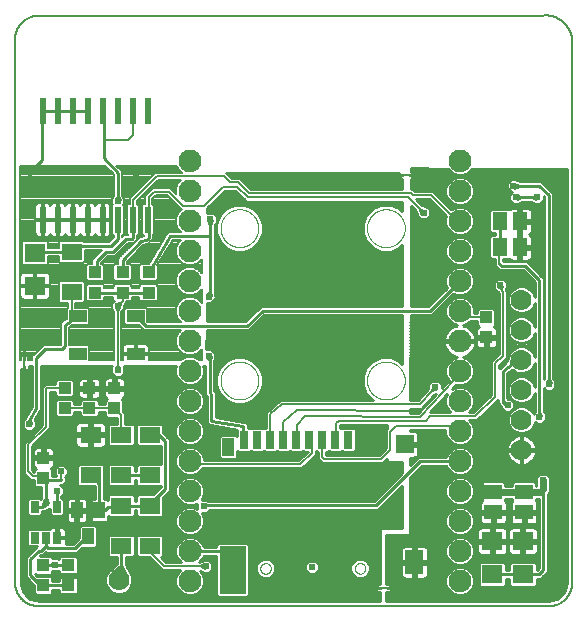
<source format=gtl>
G75*
%MOIN*%
%OFA0B0*%
%FSLAX25Y25*%
%IPPOS*%
%LPD*%
%AMOC8*
5,1,8,0,0,1.08239X$1,22.5*
%
%ADD10C,0.00700*%
%ADD11R,0.09000X0.16000*%
%ADD12C,0.00000*%
%ADD13R,0.05906X0.05118*%
%ADD14R,0.03000X0.06000*%
%ADD15R,0.04000X0.06000*%
%ADD16R,0.06000X0.08000*%
%ADD17R,0.06000X0.06000*%
%ADD18R,0.05906X0.03937*%
%ADD19R,0.05118X0.05906*%
%ADD20R,0.04331X0.03937*%
%ADD21C,0.07600*%
%ADD22R,0.07087X0.06299*%
%ADD23R,0.03937X0.04331*%
%ADD24R,0.02717X0.03898*%
%ADD25R,0.03937X0.05512*%
%ADD26R,0.07087X0.05512*%
%ADD27C,0.07000*%
%ADD28R,0.02362X0.08661*%
%ADD29R,0.00700X0.01000*%
%ADD30R,0.01000X0.00700*%
%ADD31C,0.01000*%
%ADD32C,0.02400*%
%ADD33C,0.02000*%
%ADD34C,0.02400*%
%ADD35C,0.01400*%
%ADD36C,0.00800*%
%ADD37C,0.01600*%
D10*
X0009830Y0018054D02*
X0179814Y0018054D01*
X0180004Y0018056D01*
X0180194Y0018063D01*
X0180384Y0018075D01*
X0180574Y0018091D01*
X0180763Y0018111D01*
X0180952Y0018137D01*
X0181140Y0018166D01*
X0181327Y0018201D01*
X0181513Y0018240D01*
X0181698Y0018283D01*
X0181883Y0018331D01*
X0182066Y0018383D01*
X0182247Y0018439D01*
X0182427Y0018500D01*
X0182606Y0018566D01*
X0182783Y0018635D01*
X0182959Y0018709D01*
X0183132Y0018787D01*
X0183304Y0018870D01*
X0183473Y0018956D01*
X0183641Y0019046D01*
X0183806Y0019141D01*
X0183969Y0019239D01*
X0184129Y0019342D01*
X0184287Y0019448D01*
X0184442Y0019558D01*
X0184595Y0019671D01*
X0184745Y0019789D01*
X0184891Y0019910D01*
X0185035Y0020034D01*
X0185176Y0020162D01*
X0185314Y0020293D01*
X0185449Y0020428D01*
X0185580Y0020566D01*
X0185708Y0020707D01*
X0185832Y0020851D01*
X0185953Y0020997D01*
X0186071Y0021147D01*
X0186184Y0021300D01*
X0186294Y0021455D01*
X0186400Y0021613D01*
X0186503Y0021773D01*
X0186601Y0021936D01*
X0186696Y0022101D01*
X0186786Y0022269D01*
X0186872Y0022438D01*
X0186955Y0022610D01*
X0187033Y0022783D01*
X0187107Y0022959D01*
X0187176Y0023136D01*
X0187242Y0023315D01*
X0187303Y0023495D01*
X0187359Y0023676D01*
X0187411Y0023859D01*
X0187459Y0024044D01*
X0187502Y0024229D01*
X0187541Y0024415D01*
X0187576Y0024602D01*
X0187605Y0024790D01*
X0187631Y0024979D01*
X0187651Y0025168D01*
X0187667Y0025358D01*
X0187679Y0025548D01*
X0187686Y0025738D01*
X0187688Y0025928D01*
X0187688Y0207030D01*
X0187662Y0207244D01*
X0187631Y0207457D01*
X0187594Y0207669D01*
X0187552Y0207881D01*
X0187505Y0208091D01*
X0187453Y0208300D01*
X0187396Y0208508D01*
X0187334Y0208714D01*
X0187267Y0208919D01*
X0187196Y0209122D01*
X0187119Y0209323D01*
X0187037Y0209522D01*
X0186951Y0209720D01*
X0186860Y0209915D01*
X0186764Y0210108D01*
X0186663Y0210298D01*
X0186558Y0210486D01*
X0186449Y0210672D01*
X0186335Y0210854D01*
X0186216Y0211034D01*
X0186094Y0211211D01*
X0185967Y0211385D01*
X0185836Y0211556D01*
X0185700Y0211724D01*
X0185561Y0211888D01*
X0185418Y0212049D01*
X0185271Y0212207D01*
X0185120Y0212360D01*
X0184966Y0212511D01*
X0184808Y0212657D01*
X0184646Y0212800D01*
X0184482Y0212938D01*
X0184313Y0213073D01*
X0184142Y0213203D01*
X0183968Y0213329D01*
X0183790Y0213451D01*
X0183610Y0213569D01*
X0183426Y0213682D01*
X0183241Y0213791D01*
X0183052Y0213896D01*
X0182861Y0213995D01*
X0182668Y0214090D01*
X0182472Y0214181D01*
X0182275Y0214266D01*
X0182075Y0214347D01*
X0181874Y0214423D01*
X0181670Y0214494D01*
X0181465Y0214560D01*
X0181259Y0214622D01*
X0181051Y0214678D01*
X0180842Y0214729D01*
X0180631Y0214775D01*
X0180420Y0214816D01*
X0180207Y0214852D01*
X0179994Y0214883D01*
X0179780Y0214908D01*
X0179566Y0214929D01*
X0179351Y0214944D01*
X0179136Y0214954D01*
X0178921Y0214959D01*
X0178705Y0214958D01*
X0178490Y0214953D01*
X0178275Y0214942D01*
X0178060Y0214926D01*
X0177846Y0214904D01*
X0177845Y0214904D02*
X0009830Y0214904D01*
X0009640Y0214902D01*
X0009450Y0214895D01*
X0009260Y0214883D01*
X0009070Y0214867D01*
X0008881Y0214847D01*
X0008692Y0214821D01*
X0008504Y0214792D01*
X0008317Y0214757D01*
X0008131Y0214718D01*
X0007946Y0214675D01*
X0007761Y0214627D01*
X0007578Y0214575D01*
X0007397Y0214519D01*
X0007217Y0214458D01*
X0007038Y0214392D01*
X0006861Y0214323D01*
X0006685Y0214249D01*
X0006512Y0214171D01*
X0006340Y0214088D01*
X0006171Y0214002D01*
X0006003Y0213912D01*
X0005838Y0213817D01*
X0005675Y0213719D01*
X0005515Y0213616D01*
X0005357Y0213510D01*
X0005202Y0213400D01*
X0005049Y0213287D01*
X0004899Y0213169D01*
X0004753Y0213048D01*
X0004609Y0212924D01*
X0004468Y0212796D01*
X0004330Y0212665D01*
X0004195Y0212530D01*
X0004064Y0212392D01*
X0003936Y0212251D01*
X0003812Y0212107D01*
X0003691Y0211961D01*
X0003573Y0211811D01*
X0003460Y0211658D01*
X0003350Y0211503D01*
X0003244Y0211345D01*
X0003141Y0211185D01*
X0003043Y0211022D01*
X0002948Y0210857D01*
X0002858Y0210689D01*
X0002772Y0210520D01*
X0002689Y0210348D01*
X0002611Y0210175D01*
X0002537Y0209999D01*
X0002468Y0209822D01*
X0002402Y0209643D01*
X0002341Y0209463D01*
X0002285Y0209282D01*
X0002233Y0209099D01*
X0002185Y0208914D01*
X0002142Y0208729D01*
X0002103Y0208543D01*
X0002068Y0208356D01*
X0002039Y0208168D01*
X0002013Y0207979D01*
X0001993Y0207790D01*
X0001977Y0207600D01*
X0001965Y0207410D01*
X0001958Y0207220D01*
X0001956Y0207030D01*
X0001956Y0025928D01*
X0001958Y0025738D01*
X0001965Y0025548D01*
X0001977Y0025358D01*
X0001993Y0025168D01*
X0002013Y0024979D01*
X0002039Y0024790D01*
X0002068Y0024602D01*
X0002103Y0024415D01*
X0002142Y0024229D01*
X0002185Y0024044D01*
X0002233Y0023859D01*
X0002285Y0023676D01*
X0002341Y0023495D01*
X0002402Y0023315D01*
X0002468Y0023136D01*
X0002537Y0022959D01*
X0002611Y0022783D01*
X0002689Y0022610D01*
X0002772Y0022438D01*
X0002858Y0022269D01*
X0002948Y0022101D01*
X0003043Y0021936D01*
X0003141Y0021773D01*
X0003244Y0021613D01*
X0003350Y0021455D01*
X0003460Y0021300D01*
X0003573Y0021147D01*
X0003691Y0020997D01*
X0003812Y0020851D01*
X0003936Y0020707D01*
X0004064Y0020566D01*
X0004195Y0020428D01*
X0004330Y0020293D01*
X0004468Y0020162D01*
X0004609Y0020034D01*
X0004753Y0019910D01*
X0004899Y0019789D01*
X0005049Y0019671D01*
X0005202Y0019558D01*
X0005357Y0019448D01*
X0005515Y0019342D01*
X0005675Y0019239D01*
X0005838Y0019141D01*
X0006003Y0019046D01*
X0006171Y0018956D01*
X0006340Y0018870D01*
X0006512Y0018787D01*
X0006685Y0018709D01*
X0006861Y0018635D01*
X0007038Y0018566D01*
X0007217Y0018500D01*
X0007397Y0018439D01*
X0007578Y0018383D01*
X0007761Y0018331D01*
X0007946Y0018283D01*
X0008131Y0018240D01*
X0008317Y0018201D01*
X0008504Y0018166D01*
X0008692Y0018137D01*
X0008881Y0018111D01*
X0009070Y0018091D01*
X0009260Y0018075D01*
X0009450Y0018063D01*
X0009640Y0018056D01*
X0009830Y0018054D01*
X0011404Y0031636D02*
X0011601Y0031833D01*
X0013541Y0031833D01*
X0014940Y0032582D01*
X0015341Y0031833D01*
X0014940Y0031084D01*
X0013541Y0031833D01*
X0015341Y0031833D01*
X0017310Y0060361D02*
X0017310Y0062361D01*
X0017310Y0062935D01*
X0011404Y0060770D02*
X0010814Y0061361D01*
X0007861Y0061361D01*
X0006286Y0062935D01*
X0006286Y0071991D01*
X0012192Y0077896D01*
X0012192Y0090494D01*
X0012389Y0090691D01*
X0018491Y0090691D01*
X0018491Y0083998D02*
X0026759Y0083998D01*
X0035026Y0083998D01*
X0037389Y0081636D01*
X0037389Y0075140D01*
X0036207Y0096794D02*
X0035458Y0097195D01*
X0036207Y0098594D01*
X0036957Y0097195D01*
X0036207Y0096794D01*
X0036207Y0098594D01*
X0036207Y0116254D01*
X0035458Y0117652D01*
X0036207Y0118054D01*
X0036957Y0117652D01*
X0036207Y0116254D01*
X0036207Y0118054D01*
X0037021Y0117808D01*
X0037480Y0119326D01*
X0035962Y0118867D01*
X0036207Y0118054D01*
X0037480Y0119326D01*
X0037782Y0119628D01*
X0037782Y0122581D01*
X0036207Y0121006D01*
X0034767Y0121231D02*
X0034767Y0120261D01*
X0035141Y0119886D01*
X0034157Y0118903D01*
X0034157Y0117204D01*
X0034544Y0116818D01*
X0035007Y0115952D01*
X0035007Y0099943D01*
X0026743Y0099943D01*
X0026743Y0104469D01*
X0026245Y0104967D01*
X0019841Y0104967D01*
X0019841Y0111035D01*
X0021168Y0111928D01*
X0026245Y0111928D01*
X0026743Y0112426D01*
X0026743Y0117067D01*
X0026245Y0117565D01*
X0022053Y0117565D01*
X0022053Y0119172D01*
X0024749Y0119172D01*
X0025246Y0119670D01*
X0025246Y0125886D01*
X0024749Y0126384D01*
X0016958Y0126384D01*
X0016460Y0125886D01*
X0016460Y0119670D01*
X0016958Y0119172D01*
X0019653Y0119172D01*
X0019653Y0117565D01*
X0019635Y0117565D01*
X0019137Y0117067D01*
X0019137Y0113816D01*
X0018079Y0113104D01*
X0017932Y0113104D01*
X0017629Y0112802D01*
X0017274Y0112562D01*
X0017245Y0112418D01*
X0017141Y0112314D01*
X0017141Y0111885D01*
X0017059Y0111465D01*
X0017141Y0111343D01*
X0017141Y0105230D01*
X0011514Y0105230D01*
X0008483Y0102199D01*
X0007692Y0101408D01*
X0007692Y0099943D01*
X0006305Y0099943D01*
X0006305Y0101008D01*
X0005807Y0101506D01*
X0004403Y0101506D01*
X0003905Y0101008D01*
X0003905Y0099943D01*
X0003655Y0099943D01*
X0003655Y0164904D01*
X0031936Y0164904D01*
X0034857Y0161983D01*
X0034857Y0155166D01*
X0034475Y0154259D01*
X0034157Y0153942D01*
X0034157Y0153508D01*
X0034101Y0153375D01*
X0034157Y0153237D01*
X0034157Y0152244D01*
X0034560Y0151841D01*
X0034196Y0151476D01*
X0034196Y0142111D01*
X0034694Y0141613D01*
X0034857Y0141613D01*
X0034857Y0141054D01*
X0033286Y0139482D01*
X0025036Y0139482D01*
X0024749Y0139770D01*
X0016958Y0139770D01*
X0016460Y0139272D01*
X0016460Y0137514D01*
X0013042Y0137514D01*
X0013042Y0139272D01*
X0012544Y0139770D01*
X0004753Y0139770D01*
X0004255Y0139272D01*
X0004255Y0132268D01*
X0004753Y0131770D01*
X0012544Y0131770D01*
X0013042Y0132268D01*
X0013042Y0134814D01*
X0016460Y0134814D01*
X0016460Y0133056D01*
X0016958Y0132558D01*
X0024749Y0132558D01*
X0025246Y0133056D01*
X0025246Y0136782D01*
X0030980Y0136782D01*
X0030920Y0136723D01*
X0027771Y0133573D01*
X0027771Y0132093D01*
X0026210Y0132093D01*
X0025712Y0131595D01*
X0025712Y0126953D01*
X0026210Y0126456D01*
X0031245Y0126456D01*
X0031743Y0126953D01*
X0031743Y0131595D01*
X0031245Y0132093D01*
X0030471Y0132093D01*
X0030471Y0132455D01*
X0032830Y0134814D01*
X0035192Y0134814D01*
X0039523Y0139144D01*
X0041491Y0139144D01*
X0041786Y0139440D01*
X0042577Y0140231D01*
X0042577Y0141613D01*
X0042760Y0141613D01*
X0043258Y0142111D01*
X0043258Y0151476D01*
X0042760Y0151974D01*
X0042526Y0151974D01*
X0042526Y0152990D01*
X0049697Y0160161D01*
X0057408Y0160161D01*
X0056281Y0159034D01*
X0055573Y0157325D01*
X0055573Y0155574D01*
X0053654Y0157493D01*
X0047894Y0157493D01*
X0047162Y0156760D01*
X0045194Y0154792D01*
X0045194Y0151974D01*
X0044694Y0151974D01*
X0044196Y0151476D01*
X0044196Y0142111D01*
X0044694Y0141613D01*
X0045094Y0141613D01*
X0045094Y0141447D01*
X0044966Y0141320D01*
X0043915Y0141057D01*
X0043522Y0141057D01*
X0043391Y0140926D01*
X0043212Y0140881D01*
X0043009Y0140544D01*
X0036432Y0133967D01*
X0036432Y0132093D01*
X0035265Y0132093D01*
X0034767Y0131595D01*
X0034767Y0126953D01*
X0035265Y0126456D01*
X0040300Y0126456D01*
X0040798Y0126953D01*
X0040798Y0131595D01*
X0040300Y0132093D01*
X0039132Y0132093D01*
X0039132Y0132849D01*
X0044772Y0138488D01*
X0045822Y0138751D01*
X0046215Y0138751D01*
X0046346Y0138882D01*
X0046526Y0138927D01*
X0046728Y0139264D01*
X0047794Y0140329D01*
X0047794Y0141646D01*
X0048258Y0142111D01*
X0048258Y0151476D01*
X0047760Y0151974D01*
X0047694Y0151974D01*
X0047694Y0153756D01*
X0048930Y0154993D01*
X0052619Y0154993D01*
X0056611Y0151000D01*
X0057343Y0150268D01*
X0057515Y0150268D01*
X0056281Y0149034D01*
X0055573Y0147325D01*
X0055573Y0145475D01*
X0056281Y0143766D01*
X0057415Y0142632D01*
X0054105Y0142632D01*
X0053949Y0142726D01*
X0053564Y0142632D01*
X0053168Y0142632D01*
X0053039Y0142503D01*
X0052863Y0142460D01*
X0052657Y0142121D01*
X0052377Y0141841D01*
X0052377Y0141659D01*
X0046574Y0132093D01*
X0043926Y0132093D01*
X0043428Y0131595D01*
X0043428Y0126953D01*
X0043926Y0126456D01*
X0048961Y0126456D01*
X0049459Y0126953D01*
X0049459Y0131595D01*
X0049441Y0131613D01*
X0054487Y0139932D01*
X0057179Y0139932D01*
X0056281Y0139034D01*
X0055573Y0137325D01*
X0055573Y0135475D01*
X0056281Y0133766D01*
X0057589Y0132458D01*
X0059298Y0131750D01*
X0061148Y0131750D01*
X0062857Y0132458D01*
X0064160Y0133761D01*
X0064160Y0129039D01*
X0062857Y0130342D01*
X0061148Y0131050D01*
X0059298Y0131050D01*
X0057589Y0130342D01*
X0056281Y0129034D01*
X0055573Y0127325D01*
X0055573Y0125475D01*
X0056281Y0123766D01*
X0057589Y0122458D01*
X0059298Y0121750D01*
X0061148Y0121750D01*
X0062857Y0122458D01*
X0064160Y0123761D01*
X0064160Y0119039D01*
X0062857Y0120342D01*
X0061148Y0121050D01*
X0059298Y0121050D01*
X0057589Y0120342D01*
X0056281Y0119034D01*
X0055573Y0117325D01*
X0055573Y0115475D01*
X0056281Y0113766D01*
X0057244Y0112804D01*
X0046083Y0112804D01*
X0046034Y0112853D01*
X0046034Y0117067D01*
X0045536Y0117565D01*
X0038926Y0117565D01*
X0038428Y0117067D01*
X0038428Y0112426D01*
X0038926Y0111928D01*
X0043140Y0111928D01*
X0044965Y0110104D01*
X0057351Y0110104D01*
X0056281Y0109034D01*
X0055573Y0107325D01*
X0055573Y0105475D01*
X0056281Y0103766D01*
X0057589Y0102458D01*
X0059298Y0101750D01*
X0061148Y0101750D01*
X0062857Y0102458D01*
X0064160Y0103761D01*
X0064160Y0099943D01*
X0063256Y0099943D01*
X0062857Y0100342D01*
X0061148Y0101050D01*
X0059298Y0101050D01*
X0057589Y0100342D01*
X0057190Y0099943D01*
X0046518Y0099943D01*
X0046534Y0100002D01*
X0046534Y0101798D01*
X0042581Y0101798D01*
X0042581Y0102498D01*
X0041881Y0102498D01*
X0041881Y0101798D01*
X0037928Y0101798D01*
X0037928Y0100002D01*
X0037944Y0099943D01*
X0037407Y0099943D01*
X0037407Y0115952D01*
X0037871Y0116818D01*
X0038257Y0117204D01*
X0038257Y0117750D01*
X0038267Y0117783D01*
X0038542Y0118691D01*
X0038680Y0118829D01*
X0038680Y0118829D01*
X0038982Y0119131D01*
X0038982Y0119763D01*
X0040300Y0119763D01*
X0040798Y0120261D01*
X0040798Y0121231D01*
X0043428Y0121231D01*
X0043428Y0120261D01*
X0043926Y0119763D01*
X0048961Y0119763D01*
X0049459Y0120261D01*
X0049459Y0124902D01*
X0048961Y0125400D01*
X0043926Y0125400D01*
X0043428Y0124902D01*
X0043428Y0123931D01*
X0040798Y0123931D01*
X0040798Y0124902D01*
X0040300Y0125400D01*
X0035265Y0125400D01*
X0034767Y0124902D01*
X0034767Y0123931D01*
X0031743Y0123931D01*
X0031743Y0124902D01*
X0031245Y0125400D01*
X0026210Y0125400D01*
X0025712Y0124902D01*
X0025712Y0120261D01*
X0026210Y0119763D01*
X0031245Y0119763D01*
X0031743Y0120261D01*
X0031743Y0121231D01*
X0034767Y0121231D01*
X0034767Y0120735D02*
X0031743Y0120735D01*
X0031518Y0120036D02*
X0034991Y0120036D01*
X0034592Y0119338D02*
X0024914Y0119338D01*
X0025246Y0120036D02*
X0025936Y0120036D01*
X0025712Y0120735D02*
X0025246Y0120735D01*
X0025246Y0121433D02*
X0025712Y0121433D01*
X0025712Y0122132D02*
X0025246Y0122132D01*
X0025246Y0122830D02*
X0025712Y0122830D01*
X0025712Y0123529D02*
X0025246Y0123529D01*
X0025246Y0124227D02*
X0025712Y0124227D01*
X0025736Y0124926D02*
X0025246Y0124926D01*
X0025246Y0125624D02*
X0055573Y0125624D01*
X0055573Y0126323D02*
X0024810Y0126323D01*
X0025712Y0127021D02*
X0013542Y0127021D01*
X0013542Y0126323D02*
X0016897Y0126323D01*
X0016460Y0125624D02*
X0013542Y0125624D01*
X0013542Y0125096D02*
X0013542Y0128074D01*
X0013450Y0128417D01*
X0013272Y0128725D01*
X0013021Y0128976D01*
X0012713Y0129154D01*
X0012369Y0129246D01*
X0008998Y0129246D01*
X0008998Y0125096D01*
X0013542Y0125096D01*
X0013542Y0124396D02*
X0013542Y0121419D01*
X0013450Y0121076D01*
X0013272Y0120768D01*
X0013021Y0120517D01*
X0012713Y0120339D01*
X0012369Y0120247D01*
X0008998Y0120247D01*
X0008998Y0124396D01*
X0008298Y0124396D01*
X0008298Y0120247D01*
X0004927Y0120247D01*
X0004584Y0120339D01*
X0004276Y0120517D01*
X0004025Y0120768D01*
X0003847Y0121076D01*
X0003755Y0121419D01*
X0003755Y0124396D01*
X0008298Y0124396D01*
X0008298Y0125096D01*
X0003755Y0125096D01*
X0003755Y0128074D01*
X0003847Y0128417D01*
X0004025Y0128725D01*
X0004276Y0128976D01*
X0004584Y0129154D01*
X0004927Y0129246D01*
X0008298Y0129246D01*
X0008298Y0125096D01*
X0008998Y0125096D01*
X0008998Y0124396D01*
X0013542Y0124396D01*
X0013542Y0124227D02*
X0016460Y0124227D01*
X0016460Y0123529D02*
X0013542Y0123529D01*
X0013542Y0122830D02*
X0016460Y0122830D01*
X0016460Y0122132D02*
X0013542Y0122132D01*
X0013542Y0121433D02*
X0016460Y0121433D01*
X0016460Y0120735D02*
X0013239Y0120735D01*
X0016460Y0120036D02*
X0003655Y0120036D01*
X0003655Y0119338D02*
X0016792Y0119338D01*
X0019653Y0118639D02*
X0003655Y0118639D01*
X0003655Y0117941D02*
X0019653Y0117941D01*
X0019312Y0117242D02*
X0003655Y0117242D01*
X0003655Y0116544D02*
X0019137Y0116544D01*
X0019137Y0115845D02*
X0003655Y0115845D01*
X0003655Y0115147D02*
X0019137Y0115147D01*
X0019137Y0114448D02*
X0003655Y0114448D01*
X0003655Y0113750D02*
X0019039Y0113750D01*
X0017879Y0113051D02*
X0003655Y0113051D01*
X0003655Y0112353D02*
X0017180Y0112353D01*
X0017096Y0111654D02*
X0003655Y0111654D01*
X0003655Y0110956D02*
X0017141Y0110956D01*
X0017141Y0110257D02*
X0003655Y0110257D01*
X0003655Y0109559D02*
X0017141Y0109559D01*
X0017141Y0108860D02*
X0003655Y0108860D01*
X0003655Y0108162D02*
X0017141Y0108162D01*
X0017141Y0107463D02*
X0003655Y0107463D01*
X0003655Y0106764D02*
X0017141Y0106764D01*
X0017141Y0106066D02*
X0003655Y0106066D01*
X0003655Y0105367D02*
X0017141Y0105367D01*
X0019841Y0105367D02*
X0035007Y0105367D01*
X0035007Y0104669D02*
X0026542Y0104669D01*
X0026743Y0103970D02*
X0035007Y0103970D01*
X0035007Y0103272D02*
X0026743Y0103272D01*
X0026743Y0102573D02*
X0035007Y0102573D01*
X0035007Y0101875D02*
X0026743Y0101875D01*
X0026743Y0101176D02*
X0035007Y0101176D01*
X0035007Y0100478D02*
X0026743Y0100478D01*
X0019841Y0106066D02*
X0035007Y0106066D01*
X0035007Y0106764D02*
X0019841Y0106764D01*
X0019841Y0107463D02*
X0035007Y0107463D01*
X0035007Y0108162D02*
X0019841Y0108162D01*
X0019841Y0108860D02*
X0035007Y0108860D01*
X0035007Y0109559D02*
X0019841Y0109559D01*
X0019841Y0110257D02*
X0035007Y0110257D01*
X0035007Y0110956D02*
X0019841Y0110956D01*
X0020761Y0111654D02*
X0035007Y0111654D01*
X0035007Y0112353D02*
X0026669Y0112353D01*
X0026743Y0113051D02*
X0035007Y0113051D01*
X0035007Y0113750D02*
X0026743Y0113750D01*
X0026743Y0114448D02*
X0035007Y0114448D01*
X0035007Y0115147D02*
X0026743Y0115147D01*
X0026743Y0115845D02*
X0035007Y0115845D01*
X0034691Y0116544D02*
X0026743Y0116544D01*
X0026567Y0117242D02*
X0034157Y0117242D01*
X0034157Y0117941D02*
X0022053Y0117941D01*
X0022053Y0118639D02*
X0034157Y0118639D01*
X0037724Y0116544D02*
X0038428Y0116544D01*
X0038428Y0115845D02*
X0037407Y0115845D01*
X0037407Y0115147D02*
X0038428Y0115147D01*
X0038428Y0114448D02*
X0037407Y0114448D01*
X0037407Y0113750D02*
X0038428Y0113750D01*
X0038428Y0113051D02*
X0037407Y0113051D01*
X0037407Y0112353D02*
X0038502Y0112353D01*
X0037407Y0111654D02*
X0043414Y0111654D01*
X0044113Y0110956D02*
X0037407Y0110956D01*
X0037407Y0110257D02*
X0044811Y0110257D01*
X0046034Y0113051D02*
X0056996Y0113051D01*
X0056298Y0113750D02*
X0046034Y0113750D01*
X0046034Y0114448D02*
X0055999Y0114448D01*
X0055709Y0115147D02*
X0046034Y0115147D01*
X0046034Y0115845D02*
X0055573Y0115845D01*
X0055573Y0116544D02*
X0046034Y0116544D01*
X0045859Y0117242D02*
X0055573Y0117242D01*
X0055828Y0117941D02*
X0038315Y0117941D01*
X0038257Y0117242D02*
X0038603Y0117242D01*
X0038526Y0118639D02*
X0056118Y0118639D01*
X0056585Y0119338D02*
X0038982Y0119338D01*
X0040573Y0120036D02*
X0043653Y0120036D01*
X0043428Y0120735D02*
X0040798Y0120735D01*
X0040798Y0124227D02*
X0043428Y0124227D01*
X0043452Y0124926D02*
X0040774Y0124926D01*
X0040798Y0127021D02*
X0043428Y0127021D01*
X0043428Y0127720D02*
X0040798Y0127720D01*
X0040798Y0128418D02*
X0043428Y0128418D01*
X0043428Y0129117D02*
X0040798Y0129117D01*
X0040798Y0129815D02*
X0043428Y0129815D01*
X0043428Y0130514D02*
X0040798Y0130514D01*
X0040798Y0131212D02*
X0043428Y0131212D01*
X0043745Y0131911D02*
X0040481Y0131911D01*
X0039132Y0132609D02*
X0046888Y0132609D01*
X0047312Y0133308D02*
X0039591Y0133308D01*
X0040290Y0134006D02*
X0047735Y0134006D01*
X0048159Y0134705D02*
X0040989Y0134705D01*
X0041687Y0135403D02*
X0048583Y0135403D01*
X0049006Y0136102D02*
X0042386Y0136102D01*
X0043084Y0136800D02*
X0049430Y0136800D01*
X0049854Y0137499D02*
X0043783Y0137499D01*
X0044481Y0138197D02*
X0050277Y0138197D01*
X0050701Y0138896D02*
X0046403Y0138896D01*
X0047059Y0139595D02*
X0051125Y0139595D01*
X0051548Y0140293D02*
X0047758Y0140293D01*
X0047794Y0140992D02*
X0051972Y0140992D01*
X0052377Y0141690D02*
X0047837Y0141690D01*
X0048258Y0142389D02*
X0052820Y0142389D01*
X0054283Y0139595D02*
X0056842Y0139595D01*
X0056224Y0138896D02*
X0053859Y0138896D01*
X0053435Y0138197D02*
X0055935Y0138197D01*
X0055645Y0137499D02*
X0053012Y0137499D01*
X0052588Y0136800D02*
X0055573Y0136800D01*
X0055573Y0136102D02*
X0052164Y0136102D01*
X0051740Y0135403D02*
X0055603Y0135403D01*
X0055892Y0134705D02*
X0051317Y0134705D01*
X0050893Y0134006D02*
X0056182Y0134006D01*
X0056739Y0133308D02*
X0050469Y0133308D01*
X0050046Y0132609D02*
X0057438Y0132609D01*
X0058910Y0131911D02*
X0049622Y0131911D01*
X0049459Y0131212D02*
X0064160Y0131212D01*
X0064160Y0130514D02*
X0062442Y0130514D01*
X0063384Y0129815D02*
X0064160Y0129815D01*
X0064160Y0129117D02*
X0064082Y0129117D01*
X0064160Y0131911D02*
X0061537Y0131911D01*
X0063009Y0132609D02*
X0064160Y0132609D01*
X0064160Y0133308D02*
X0063707Y0133308D01*
X0058004Y0130514D02*
X0049459Y0130514D01*
X0049459Y0129815D02*
X0057062Y0129815D01*
X0056364Y0129117D02*
X0049459Y0129117D01*
X0049459Y0128418D02*
X0056026Y0128418D01*
X0055737Y0127720D02*
X0049459Y0127720D01*
X0049459Y0127021D02*
X0055573Y0127021D01*
X0055801Y0124926D02*
X0049435Y0124926D01*
X0049459Y0124227D02*
X0056090Y0124227D01*
X0056518Y0123529D02*
X0049459Y0123529D01*
X0049459Y0122830D02*
X0057217Y0122830D01*
X0058377Y0122132D02*
X0049459Y0122132D01*
X0049459Y0121433D02*
X0064160Y0121433D01*
X0064160Y0120735D02*
X0061909Y0120735D01*
X0062070Y0122132D02*
X0064160Y0122132D01*
X0064160Y0122830D02*
X0063230Y0122830D01*
X0063928Y0123529D02*
X0064160Y0123529D01*
X0064160Y0120036D02*
X0063163Y0120036D01*
X0063862Y0119338D02*
X0064160Y0119338D01*
X0058537Y0120735D02*
X0049459Y0120735D01*
X0049235Y0120036D02*
X0057283Y0120036D01*
X0056806Y0109559D02*
X0037407Y0109559D01*
X0037407Y0108860D02*
X0056209Y0108860D01*
X0055920Y0108162D02*
X0037407Y0108162D01*
X0037407Y0107463D02*
X0055630Y0107463D01*
X0055573Y0106764D02*
X0037407Y0106764D01*
X0037407Y0106066D02*
X0055573Y0106066D01*
X0055618Y0105367D02*
X0045717Y0105367D01*
X0045705Y0105375D02*
X0045362Y0105467D01*
X0042581Y0105467D01*
X0042581Y0102498D01*
X0046534Y0102498D01*
X0046534Y0104294D01*
X0046442Y0104638D01*
X0046264Y0104945D01*
X0046013Y0105197D01*
X0045705Y0105375D01*
X0046424Y0104669D02*
X0055907Y0104669D01*
X0056196Y0103970D02*
X0046534Y0103970D01*
X0046534Y0103272D02*
X0056775Y0103272D01*
X0057474Y0102573D02*
X0046534Y0102573D01*
X0046534Y0101176D02*
X0064160Y0101176D01*
X0064160Y0100478D02*
X0062529Y0100478D01*
X0061450Y0101875D02*
X0064160Y0101875D01*
X0064160Y0102573D02*
X0062973Y0102573D01*
X0063671Y0103272D02*
X0064160Y0103272D01*
X0058997Y0101875D02*
X0042581Y0101875D01*
X0042581Y0102573D02*
X0041881Y0102573D01*
X0041881Y0102498D02*
X0041881Y0105467D01*
X0039101Y0105467D01*
X0038757Y0105375D01*
X0038449Y0105197D01*
X0038198Y0104945D01*
X0038020Y0104638D01*
X0037928Y0104294D01*
X0037928Y0102498D01*
X0041881Y0102498D01*
X0041881Y0101875D02*
X0037407Y0101875D01*
X0037407Y0102573D02*
X0037928Y0102573D01*
X0037928Y0103272D02*
X0037407Y0103272D01*
X0037407Y0103970D02*
X0037928Y0103970D01*
X0038038Y0104669D02*
X0037407Y0104669D01*
X0037407Y0105367D02*
X0038745Y0105367D01*
X0041881Y0105367D02*
X0042581Y0105367D01*
X0042581Y0104669D02*
X0041881Y0104669D01*
X0041881Y0103970D02*
X0042581Y0103970D01*
X0042581Y0103272D02*
X0041881Y0103272D01*
X0037928Y0101176D02*
X0037407Y0101176D01*
X0037407Y0100478D02*
X0037928Y0100478D01*
X0046534Y0100478D02*
X0057917Y0100478D01*
X0034767Y0124227D02*
X0031743Y0124227D01*
X0031718Y0124926D02*
X0034791Y0124926D01*
X0034767Y0127021D02*
X0031743Y0127021D01*
X0031743Y0127720D02*
X0034767Y0127720D01*
X0034767Y0128418D02*
X0031743Y0128418D01*
X0031743Y0129117D02*
X0034767Y0129117D01*
X0034767Y0129815D02*
X0031743Y0129815D01*
X0031743Y0130514D02*
X0034767Y0130514D01*
X0034767Y0131212D02*
X0031743Y0131212D01*
X0031426Y0131911D02*
X0035083Y0131911D01*
X0036432Y0132609D02*
X0030625Y0132609D01*
X0031324Y0133308D02*
X0036432Y0133308D01*
X0036472Y0134006D02*
X0032022Y0134006D01*
X0032721Y0134705D02*
X0037170Y0134705D01*
X0037869Y0135403D02*
X0035782Y0135403D01*
X0036480Y0136102D02*
X0038567Y0136102D01*
X0039266Y0136800D02*
X0037179Y0136800D01*
X0037877Y0137499D02*
X0039964Y0137499D01*
X0040663Y0138197D02*
X0038576Y0138197D01*
X0039274Y0138896D02*
X0041361Y0138896D01*
X0041941Y0139595D02*
X0042060Y0139595D01*
X0042577Y0140293D02*
X0042758Y0140293D01*
X0042577Y0140992D02*
X0043457Y0140992D01*
X0042837Y0141690D02*
X0044617Y0141690D01*
X0044196Y0142389D02*
X0043258Y0142389D01*
X0043258Y0143087D02*
X0044196Y0143087D01*
X0044196Y0143786D02*
X0043258Y0143786D01*
X0043258Y0144484D02*
X0044196Y0144484D01*
X0044196Y0145183D02*
X0043258Y0145183D01*
X0043258Y0145881D02*
X0044196Y0145881D01*
X0044196Y0146580D02*
X0043258Y0146580D01*
X0043258Y0147278D02*
X0044196Y0147278D01*
X0044196Y0147977D02*
X0043258Y0147977D01*
X0043258Y0148675D02*
X0044196Y0148675D01*
X0044196Y0149374D02*
X0043258Y0149374D01*
X0043258Y0150072D02*
X0044196Y0150072D01*
X0044196Y0150771D02*
X0043258Y0150771D01*
X0043258Y0151469D02*
X0044196Y0151469D01*
X0045194Y0152168D02*
X0042526Y0152168D01*
X0042526Y0152866D02*
X0045194Y0152866D01*
X0045194Y0153565D02*
X0043101Y0153565D01*
X0043799Y0154263D02*
X0045194Y0154263D01*
X0045364Y0154962D02*
X0044498Y0154962D01*
X0045196Y0155660D02*
X0046062Y0155660D01*
X0045895Y0156359D02*
X0046761Y0156359D01*
X0046593Y0157057D02*
X0047459Y0157057D01*
X0047292Y0157756D02*
X0055752Y0157756D01*
X0055573Y0157057D02*
X0054090Y0157057D01*
X0054788Y0156359D02*
X0055573Y0156359D01*
X0055573Y0155660D02*
X0055487Y0155660D01*
X0054047Y0153565D02*
X0047694Y0153565D01*
X0047694Y0152866D02*
X0054745Y0152866D01*
X0055444Y0152168D02*
X0047694Y0152168D01*
X0048258Y0151469D02*
X0056142Y0151469D01*
X0056841Y0150771D02*
X0048258Y0150771D01*
X0048258Y0150072D02*
X0057319Y0150072D01*
X0056621Y0149374D02*
X0048258Y0149374D01*
X0048258Y0148675D02*
X0056133Y0148675D01*
X0055843Y0147977D02*
X0048258Y0147977D01*
X0048258Y0147278D02*
X0055573Y0147278D01*
X0055573Y0146580D02*
X0048258Y0146580D01*
X0048258Y0145881D02*
X0055573Y0145881D01*
X0055694Y0145183D02*
X0048258Y0145183D01*
X0048258Y0144484D02*
X0055984Y0144484D01*
X0056273Y0143786D02*
X0048258Y0143786D01*
X0048258Y0143087D02*
X0056960Y0143087D01*
X0053348Y0154263D02*
X0048201Y0154263D01*
X0048899Y0154962D02*
X0052650Y0154962D01*
X0056041Y0158454D02*
X0047990Y0158454D01*
X0048689Y0159153D02*
X0056400Y0159153D01*
X0057098Y0159851D02*
X0049387Y0159851D01*
X0049200Y0161361D02*
X0071641Y0161361D01*
X0073609Y0159392D01*
X0076365Y0159392D01*
X0079908Y0155849D01*
X0133845Y0155849D01*
X0134633Y0155061D01*
X0140538Y0155061D01*
X0133270Y0161754D02*
X0131270Y0161754D01*
X0163373Y0137471D02*
X0163373Y0132227D01*
X0163373Y0137471D02*
X0163570Y0137668D01*
X0163648Y0125061D02*
X0163069Y0124440D01*
X0164229Y0123358D01*
X0164487Y0124923D01*
X0163648Y0125061D01*
X0163767Y0124746D01*
X0164229Y0123358D01*
X0164554Y0122384D01*
X0164554Y0101518D01*
X0162074Y0099038D01*
X0162074Y0087817D01*
X0155302Y0081439D01*
X0140341Y0081439D01*
X0138956Y0079660D01*
X0109956Y0079660D01*
X0108956Y0079054D01*
X0108956Y0073790D01*
X0108704Y0073538D01*
X0104373Y0073538D02*
X0104373Y0067636D01*
X0104956Y0067054D01*
X0123956Y0067054D01*
X0126956Y0070054D01*
X0126956Y0076054D01*
X0128956Y0078054D01*
X0147543Y0078054D01*
X0148570Y0078054D01*
X0150223Y0076400D01*
X0144743Y0083660D02*
X0143956Y0085054D01*
X0142260Y0090260D02*
X0140779Y0089691D01*
X0141126Y0091240D01*
X0141956Y0091054D01*
X0142260Y0090260D01*
X0141956Y0091054D02*
X0140779Y0089691D01*
X0136956Y0085266D01*
X0090956Y0085266D01*
X0086956Y0082054D01*
X0086956Y0073632D01*
X0087050Y0073538D01*
X0091381Y0073538D02*
X0091381Y0079479D01*
X0095956Y0083266D01*
X0135601Y0083148D01*
X0135202Y0083898D01*
X0133801Y0083153D01*
X0135198Y0082400D01*
X0135601Y0083148D01*
X0136916Y0081069D02*
X0098743Y0081266D01*
X0095956Y0078479D01*
X0095956Y0073782D01*
X0095711Y0073538D01*
X0100042Y0073538D02*
X0100956Y0072624D01*
X0100956Y0069054D01*
X0096956Y0065447D01*
X0063225Y0065447D01*
X0060223Y0065447D01*
X0060223Y0066400D01*
X0046837Y0038132D02*
X0046837Y0036172D01*
X0051688Y0031321D01*
X0063738Y0031321D01*
X0065137Y0032071D01*
X0065538Y0031321D01*
X0065137Y0030572D01*
X0063738Y0031321D01*
X0065538Y0031321D01*
X0123790Y0023959D02*
X0125790Y0023959D01*
X0136916Y0081069D02*
X0148671Y0093659D01*
X0150223Y0095321D01*
X0150223Y0096400D01*
X0152310Y0114313D02*
X0150223Y0116400D01*
X0152310Y0114313D02*
X0152582Y0114313D01*
X0159042Y0114313D01*
X0057487Y0162561D02*
X0048703Y0162561D01*
X0048000Y0161858D01*
X0040126Y0153984D01*
X0040126Y0151974D01*
X0039694Y0151974D01*
X0039196Y0151476D01*
X0039196Y0142111D01*
X0039463Y0141844D01*
X0038404Y0141844D01*
X0037613Y0141054D01*
X0037557Y0140998D01*
X0037557Y0141613D01*
X0037760Y0141613D01*
X0038258Y0142111D01*
X0038258Y0151476D01*
X0037874Y0151861D01*
X0038257Y0152244D01*
X0038257Y0153237D01*
X0038314Y0153375D01*
X0038257Y0153508D01*
X0038257Y0153942D01*
X0037940Y0154259D01*
X0037557Y0155166D01*
X0037557Y0163101D01*
X0035754Y0164904D01*
X0055810Y0164904D01*
X0056281Y0163766D01*
X0057487Y0162561D01*
X0057402Y0162645D02*
X0037557Y0162645D01*
X0037557Y0161947D02*
X0048089Y0161947D01*
X0047390Y0161248D02*
X0037557Y0161248D01*
X0037557Y0160550D02*
X0046692Y0160550D01*
X0045993Y0159851D02*
X0037557Y0159851D01*
X0037557Y0159153D02*
X0045295Y0159153D01*
X0044596Y0158454D02*
X0037557Y0158454D01*
X0037557Y0157756D02*
X0043898Y0157756D01*
X0043199Y0157057D02*
X0037557Y0157057D01*
X0037557Y0156359D02*
X0042501Y0156359D01*
X0041802Y0155660D02*
X0037557Y0155660D01*
X0037644Y0154962D02*
X0041104Y0154962D01*
X0040405Y0154263D02*
X0037939Y0154263D01*
X0038257Y0153565D02*
X0040126Y0153565D01*
X0040126Y0152866D02*
X0038257Y0152866D01*
X0038314Y0153375D02*
X0038314Y0153375D01*
X0038314Y0153375D01*
X0038181Y0152168D02*
X0040126Y0152168D01*
X0039196Y0151469D02*
X0038258Y0151469D01*
X0038258Y0150771D02*
X0039196Y0150771D01*
X0039196Y0150072D02*
X0038258Y0150072D01*
X0038258Y0149374D02*
X0039196Y0149374D01*
X0039196Y0148675D02*
X0038258Y0148675D01*
X0038258Y0147977D02*
X0039196Y0147977D01*
X0039196Y0147278D02*
X0038258Y0147278D01*
X0038258Y0146580D02*
X0039196Y0146580D01*
X0039196Y0145881D02*
X0038258Y0145881D01*
X0038258Y0145183D02*
X0039196Y0145183D01*
X0039196Y0144484D02*
X0038258Y0144484D01*
X0038258Y0143786D02*
X0039196Y0143786D01*
X0039196Y0143087D02*
X0038258Y0143087D01*
X0038258Y0142389D02*
X0039196Y0142389D01*
X0038250Y0141690D02*
X0037837Y0141690D01*
X0034795Y0140992D02*
X0003655Y0140992D01*
X0003655Y0141690D02*
X0008933Y0141690D01*
X0008966Y0141634D02*
X0009217Y0141383D01*
X0009525Y0141205D01*
X0009868Y0141113D01*
X0010987Y0141113D01*
X0010987Y0146553D01*
X0011468Y0146553D01*
X0011468Y0147034D01*
X0015987Y0147034D01*
X0015987Y0152474D01*
X0014868Y0152474D01*
X0014525Y0152382D01*
X0014217Y0152205D01*
X0013966Y0151953D01*
X0013788Y0151645D01*
X0013727Y0151418D01*
X0013666Y0151645D01*
X0013489Y0151953D01*
X0013237Y0152205D01*
X0012929Y0152382D01*
X0012586Y0152474D01*
X0011468Y0152474D01*
X0011468Y0147034D01*
X0010987Y0147034D01*
X0010987Y0146553D01*
X0008696Y0146553D01*
X0008696Y0142285D01*
X0008788Y0141942D01*
X0008966Y0141634D01*
X0008696Y0142389D02*
X0003655Y0142389D01*
X0003655Y0143087D02*
X0008696Y0143087D01*
X0008696Y0143786D02*
X0003655Y0143786D01*
X0003655Y0144484D02*
X0008696Y0144484D01*
X0008696Y0145183D02*
X0003655Y0145183D01*
X0003655Y0145881D02*
X0008696Y0145881D01*
X0008696Y0147034D02*
X0010987Y0147034D01*
X0010987Y0152474D01*
X0009868Y0152474D01*
X0009525Y0152382D01*
X0009217Y0152205D01*
X0008966Y0151953D01*
X0008788Y0151645D01*
X0008696Y0151302D01*
X0008696Y0147034D01*
X0008696Y0147278D02*
X0003655Y0147278D01*
X0003655Y0146580D02*
X0010987Y0146580D01*
X0011468Y0146580D02*
X0015987Y0146580D01*
X0015987Y0146553D02*
X0013696Y0146553D01*
X0011468Y0146553D01*
X0011468Y0141113D01*
X0012586Y0141113D01*
X0012929Y0141205D01*
X0013237Y0141383D01*
X0013489Y0141634D01*
X0013666Y0141942D01*
X0013727Y0142169D01*
X0013788Y0141942D01*
X0013966Y0141634D01*
X0014217Y0141383D01*
X0014525Y0141205D01*
X0014868Y0141113D01*
X0015987Y0141113D01*
X0015987Y0146553D01*
X0016468Y0146553D01*
X0016468Y0147034D01*
X0018758Y0147034D01*
X0020987Y0147034D01*
X0020987Y0152474D01*
X0019868Y0152474D01*
X0019525Y0152382D01*
X0019217Y0152205D01*
X0018966Y0151953D01*
X0018788Y0151645D01*
X0018727Y0151418D01*
X0018666Y0151645D01*
X0018489Y0151953D01*
X0018237Y0152205D01*
X0017929Y0152382D01*
X0017586Y0152474D01*
X0016468Y0152474D01*
X0016468Y0147034D01*
X0015987Y0147034D01*
X0015987Y0146553D01*
X0016468Y0146553D02*
X0016468Y0141113D01*
X0017586Y0141113D01*
X0017929Y0141205D01*
X0018237Y0141383D01*
X0018489Y0141634D01*
X0018666Y0141942D01*
X0018727Y0142169D01*
X0018788Y0141942D01*
X0018966Y0141634D01*
X0019217Y0141383D01*
X0019525Y0141205D01*
X0019868Y0141113D01*
X0020987Y0141113D01*
X0020987Y0146553D01*
X0021468Y0146553D01*
X0021468Y0147034D01*
X0023696Y0147034D01*
X0025987Y0147034D01*
X0025987Y0152474D01*
X0024868Y0152474D01*
X0024525Y0152382D01*
X0024217Y0152205D01*
X0023966Y0151953D01*
X0023788Y0151645D01*
X0023727Y0151418D01*
X0023666Y0151645D01*
X0023489Y0151953D01*
X0023237Y0152205D01*
X0022929Y0152382D01*
X0022586Y0152474D01*
X0021468Y0152474D01*
X0021468Y0147034D01*
X0020987Y0147034D01*
X0020987Y0146553D01*
X0016468Y0146553D01*
X0016468Y0146580D02*
X0020987Y0146580D01*
X0021468Y0146580D02*
X0025987Y0146580D01*
X0025987Y0146553D02*
X0021468Y0146553D01*
X0021468Y0141113D01*
X0022586Y0141113D01*
X0022929Y0141205D01*
X0023237Y0141383D01*
X0023489Y0141634D01*
X0023666Y0141942D01*
X0023727Y0142169D01*
X0023788Y0141942D01*
X0023966Y0141634D01*
X0024217Y0141383D01*
X0024525Y0141205D01*
X0024868Y0141113D01*
X0025987Y0141113D01*
X0025987Y0146553D01*
X0026468Y0146553D01*
X0026468Y0147034D01*
X0028758Y0147034D01*
X0030987Y0147034D01*
X0030987Y0152474D01*
X0029868Y0152474D01*
X0029525Y0152382D01*
X0029217Y0152205D01*
X0028966Y0151953D01*
X0028788Y0151645D01*
X0028727Y0151418D01*
X0028666Y0151645D01*
X0028489Y0151953D01*
X0028237Y0152205D01*
X0027929Y0152382D01*
X0027586Y0152474D01*
X0026468Y0152474D01*
X0026468Y0147034D01*
X0025987Y0147034D01*
X0025987Y0146553D01*
X0026468Y0146553D02*
X0026468Y0141113D01*
X0027586Y0141113D01*
X0027929Y0141205D01*
X0028237Y0141383D01*
X0028489Y0141634D01*
X0028666Y0141942D01*
X0028727Y0142169D01*
X0028788Y0141942D01*
X0028966Y0141634D01*
X0029217Y0141383D01*
X0029525Y0141205D01*
X0029868Y0141113D01*
X0030987Y0141113D01*
X0030987Y0146553D01*
X0031468Y0146553D01*
X0031468Y0147034D01*
X0033758Y0147034D01*
X0033758Y0151302D01*
X0033666Y0151645D01*
X0033489Y0151953D01*
X0033237Y0152205D01*
X0032929Y0152382D01*
X0032586Y0152474D01*
X0031468Y0152474D01*
X0031468Y0147034D01*
X0030987Y0147034D01*
X0030987Y0146553D01*
X0026468Y0146553D01*
X0026468Y0146580D02*
X0030987Y0146580D01*
X0031468Y0146580D02*
X0034196Y0146580D01*
X0033758Y0146553D02*
X0031468Y0146553D01*
X0031468Y0141113D01*
X0032586Y0141113D01*
X0032929Y0141205D01*
X0033237Y0141383D01*
X0033489Y0141634D01*
X0033666Y0141942D01*
X0033758Y0142285D01*
X0033758Y0146553D01*
X0033758Y0145881D02*
X0034196Y0145881D01*
X0034196Y0145183D02*
X0033758Y0145183D01*
X0033758Y0144484D02*
X0034196Y0144484D01*
X0034196Y0143786D02*
X0033758Y0143786D01*
X0033758Y0143087D02*
X0034196Y0143087D01*
X0034196Y0142389D02*
X0033758Y0142389D01*
X0033521Y0141690D02*
X0034617Y0141690D01*
X0034097Y0140293D02*
X0003655Y0140293D01*
X0003655Y0139595D02*
X0004578Y0139595D01*
X0004255Y0138896D02*
X0003655Y0138896D01*
X0003655Y0138197D02*
X0004255Y0138197D01*
X0004255Y0137499D02*
X0003655Y0137499D01*
X0003655Y0136800D02*
X0004255Y0136800D01*
X0004255Y0136102D02*
X0003655Y0136102D01*
X0003655Y0135403D02*
X0004255Y0135403D01*
X0004255Y0134705D02*
X0003655Y0134705D01*
X0003655Y0134006D02*
X0004255Y0134006D01*
X0004255Y0133308D02*
X0003655Y0133308D01*
X0003655Y0132609D02*
X0004255Y0132609D01*
X0004613Y0131911D02*
X0003655Y0131911D01*
X0003655Y0131212D02*
X0025712Y0131212D01*
X0025712Y0130514D02*
X0003655Y0130514D01*
X0003655Y0129815D02*
X0025712Y0129815D01*
X0025712Y0129117D02*
X0012777Y0129117D01*
X0013449Y0128418D02*
X0025712Y0128418D01*
X0025712Y0127720D02*
X0013542Y0127720D01*
X0012684Y0131911D02*
X0026028Y0131911D01*
X0024800Y0132609D02*
X0027771Y0132609D01*
X0027771Y0133308D02*
X0025246Y0133308D01*
X0025246Y0134006D02*
X0028204Y0134006D01*
X0028902Y0134705D02*
X0025246Y0134705D01*
X0025246Y0135403D02*
X0029601Y0135403D01*
X0030299Y0136102D02*
X0025246Y0136102D01*
X0024924Y0139595D02*
X0033398Y0139595D01*
X0031468Y0141690D02*
X0030987Y0141690D01*
X0030987Y0142389D02*
X0031468Y0142389D01*
X0031468Y0143087D02*
X0030987Y0143087D01*
X0030987Y0143786D02*
X0031468Y0143786D01*
X0031468Y0144484D02*
X0030987Y0144484D01*
X0030987Y0145183D02*
X0031468Y0145183D01*
X0031468Y0145881D02*
X0030987Y0145881D01*
X0030987Y0147278D02*
X0031468Y0147278D01*
X0031468Y0147977D02*
X0030987Y0147977D01*
X0030987Y0148675D02*
X0031468Y0148675D01*
X0031468Y0149374D02*
X0030987Y0149374D01*
X0030987Y0150072D02*
X0031468Y0150072D01*
X0031468Y0150771D02*
X0030987Y0150771D01*
X0030987Y0151469D02*
X0031468Y0151469D01*
X0031468Y0152168D02*
X0030987Y0152168D01*
X0029180Y0152168D02*
X0028274Y0152168D01*
X0028713Y0151469D02*
X0028741Y0151469D01*
X0026468Y0151469D02*
X0025987Y0151469D01*
X0025987Y0150771D02*
X0026468Y0150771D01*
X0026468Y0150072D02*
X0025987Y0150072D01*
X0025987Y0149374D02*
X0026468Y0149374D01*
X0026468Y0148675D02*
X0025987Y0148675D01*
X0025987Y0147977D02*
X0026468Y0147977D01*
X0026468Y0147278D02*
X0025987Y0147278D01*
X0025987Y0145881D02*
X0026468Y0145881D01*
X0026468Y0145183D02*
X0025987Y0145183D01*
X0025987Y0144484D02*
X0026468Y0144484D01*
X0026468Y0143786D02*
X0025987Y0143786D01*
X0025987Y0143087D02*
X0026468Y0143087D01*
X0026468Y0142389D02*
X0025987Y0142389D01*
X0025987Y0141690D02*
X0026468Y0141690D01*
X0028521Y0141690D02*
X0028933Y0141690D01*
X0023933Y0141690D02*
X0023521Y0141690D01*
X0021468Y0141690D02*
X0020987Y0141690D01*
X0020987Y0142389D02*
X0021468Y0142389D01*
X0021468Y0143087D02*
X0020987Y0143087D01*
X0020987Y0143786D02*
X0021468Y0143786D01*
X0021468Y0144484D02*
X0020987Y0144484D01*
X0020987Y0145183D02*
X0021468Y0145183D01*
X0021468Y0145881D02*
X0020987Y0145881D01*
X0020987Y0147278D02*
X0021468Y0147278D01*
X0021468Y0147977D02*
X0020987Y0147977D01*
X0020987Y0148675D02*
X0021468Y0148675D01*
X0021468Y0149374D02*
X0020987Y0149374D01*
X0020987Y0150072D02*
X0021468Y0150072D01*
X0021468Y0150771D02*
X0020987Y0150771D01*
X0020987Y0151469D02*
X0021468Y0151469D01*
X0021468Y0152168D02*
X0020987Y0152168D01*
X0019180Y0152168D02*
X0018274Y0152168D01*
X0018713Y0151469D02*
X0018741Y0151469D01*
X0016468Y0151469D02*
X0015987Y0151469D01*
X0015987Y0150771D02*
X0016468Y0150771D01*
X0016468Y0150072D02*
X0015987Y0150072D01*
X0015987Y0149374D02*
X0016468Y0149374D01*
X0016468Y0148675D02*
X0015987Y0148675D01*
X0015987Y0147977D02*
X0016468Y0147977D01*
X0016468Y0147278D02*
X0015987Y0147278D01*
X0015987Y0145881D02*
X0016468Y0145881D01*
X0016468Y0145183D02*
X0015987Y0145183D01*
X0015987Y0144484D02*
X0016468Y0144484D01*
X0016468Y0143786D02*
X0015987Y0143786D01*
X0015987Y0143087D02*
X0016468Y0143087D01*
X0016468Y0142389D02*
X0015987Y0142389D01*
X0015987Y0141690D02*
X0016468Y0141690D01*
X0018521Y0141690D02*
X0018933Y0141690D01*
X0016783Y0139595D02*
X0012719Y0139595D01*
X0013042Y0138896D02*
X0016460Y0138896D01*
X0016460Y0138197D02*
X0013042Y0138197D01*
X0013042Y0134705D02*
X0016460Y0134705D01*
X0016460Y0134006D02*
X0013042Y0134006D01*
X0013042Y0133308D02*
X0016460Y0133308D01*
X0016906Y0132609D02*
X0013042Y0132609D01*
X0008998Y0129117D02*
X0008298Y0129117D01*
X0008298Y0128418D02*
X0008998Y0128418D01*
X0008998Y0127720D02*
X0008298Y0127720D01*
X0008298Y0127021D02*
X0008998Y0127021D01*
X0008998Y0126323D02*
X0008298Y0126323D01*
X0008298Y0125624D02*
X0008998Y0125624D01*
X0008998Y0124926D02*
X0016460Y0124926D01*
X0020853Y0122778D02*
X0020853Y0116833D01*
X0022940Y0114746D01*
X0010953Y0104669D02*
X0003655Y0104669D01*
X0003655Y0103970D02*
X0010255Y0103970D01*
X0009556Y0103272D02*
X0003655Y0103272D01*
X0003655Y0102573D02*
X0008858Y0102573D01*
X0008159Y0101875D02*
X0003655Y0101875D01*
X0003655Y0101176D02*
X0004074Y0101176D01*
X0003905Y0100478D02*
X0003655Y0100478D01*
X0005105Y0100156D02*
X0005105Y0098156D01*
X0006305Y0100478D02*
X0007692Y0100478D01*
X0007692Y0101176D02*
X0006137Y0101176D01*
X0004058Y0120735D02*
X0003655Y0120735D01*
X0003655Y0121433D02*
X0003755Y0121433D01*
X0003755Y0122132D02*
X0003655Y0122132D01*
X0003655Y0122830D02*
X0003755Y0122830D01*
X0003755Y0123529D02*
X0003655Y0123529D01*
X0003655Y0124227D02*
X0003755Y0124227D01*
X0003655Y0124926D02*
X0008298Y0124926D01*
X0008298Y0124227D02*
X0008998Y0124227D01*
X0008998Y0123529D02*
X0008298Y0123529D01*
X0008298Y0122830D02*
X0008998Y0122830D01*
X0008998Y0122132D02*
X0008298Y0122132D01*
X0008298Y0121433D02*
X0008998Y0121433D01*
X0008998Y0120735D02*
X0008298Y0120735D01*
X0003755Y0125624D02*
X0003655Y0125624D01*
X0003655Y0126323D02*
X0003755Y0126323D01*
X0003755Y0127021D02*
X0003655Y0127021D01*
X0003655Y0127720D02*
X0003755Y0127720D01*
X0003848Y0128418D02*
X0003655Y0128418D01*
X0003655Y0129117D02*
X0004520Y0129117D01*
X0010987Y0141690D02*
X0011468Y0141690D01*
X0011468Y0142389D02*
X0010987Y0142389D01*
X0010987Y0143087D02*
X0011468Y0143087D01*
X0011468Y0143786D02*
X0010987Y0143786D01*
X0010987Y0144484D02*
X0011468Y0144484D01*
X0011468Y0145183D02*
X0010987Y0145183D01*
X0010987Y0145881D02*
X0011468Y0145881D01*
X0011468Y0147278D02*
X0010987Y0147278D01*
X0010987Y0147977D02*
X0011468Y0147977D01*
X0011468Y0148675D02*
X0010987Y0148675D01*
X0010987Y0149374D02*
X0011468Y0149374D01*
X0011468Y0150072D02*
X0010987Y0150072D01*
X0010987Y0150771D02*
X0011468Y0150771D01*
X0011468Y0151469D02*
X0010987Y0151469D01*
X0010987Y0152168D02*
X0011468Y0152168D01*
X0013274Y0152168D02*
X0014180Y0152168D01*
X0013741Y0151469D02*
X0013713Y0151469D01*
X0015987Y0152168D02*
X0016468Y0152168D01*
X0023274Y0152168D02*
X0024180Y0152168D01*
X0023741Y0151469D02*
X0023713Y0151469D01*
X0025987Y0152168D02*
X0026468Y0152168D01*
X0033274Y0152168D02*
X0034234Y0152168D01*
X0034196Y0151469D02*
X0033713Y0151469D01*
X0033758Y0150771D02*
X0034196Y0150771D01*
X0034196Y0150072D02*
X0033758Y0150072D01*
X0033758Y0149374D02*
X0034196Y0149374D01*
X0034196Y0148675D02*
X0033758Y0148675D01*
X0033758Y0147977D02*
X0034196Y0147977D01*
X0034196Y0147278D02*
X0033758Y0147278D01*
X0034157Y0152866D02*
X0003655Y0152866D01*
X0003655Y0152168D02*
X0009180Y0152168D01*
X0008741Y0151469D02*
X0003655Y0151469D01*
X0003655Y0150771D02*
X0008696Y0150771D01*
X0008696Y0150072D02*
X0003655Y0150072D01*
X0003655Y0149374D02*
X0008696Y0149374D01*
X0008696Y0148675D02*
X0003655Y0148675D01*
X0003655Y0147977D02*
X0008696Y0147977D01*
X0003655Y0153565D02*
X0034157Y0153565D01*
X0034101Y0153375D02*
X0034101Y0153375D01*
X0034101Y0153375D01*
X0034476Y0154263D02*
X0003655Y0154263D01*
X0003655Y0154962D02*
X0034771Y0154962D01*
X0034857Y0155660D02*
X0003655Y0155660D01*
X0003655Y0156359D02*
X0034857Y0156359D01*
X0034857Y0157057D02*
X0003655Y0157057D01*
X0003655Y0157756D02*
X0034857Y0157756D01*
X0034857Y0158454D02*
X0003655Y0158454D01*
X0003655Y0159153D02*
X0034857Y0159153D01*
X0034857Y0159851D02*
X0003655Y0159851D01*
X0003655Y0160550D02*
X0034857Y0160550D01*
X0034857Y0161248D02*
X0003655Y0161248D01*
X0003655Y0161947D02*
X0034857Y0161947D01*
X0034195Y0162645D02*
X0003655Y0162645D01*
X0003655Y0163344D02*
X0033496Y0163344D01*
X0032798Y0164042D02*
X0003655Y0164042D01*
X0003655Y0164741D02*
X0032099Y0164741D01*
X0035917Y0164741D02*
X0055877Y0164741D01*
X0056167Y0164042D02*
X0036616Y0164042D01*
X0037314Y0163344D02*
X0056703Y0163344D01*
X0049200Y0161361D02*
X0041326Y0153487D01*
X0041326Y0146892D01*
X0041227Y0146794D01*
X0039751Y0173565D02*
X0031483Y0173565D01*
X0039751Y0173565D02*
X0041326Y0175140D01*
X0041326Y0182916D01*
X0041227Y0183014D01*
X0013933Y0141690D02*
X0013521Y0141690D01*
D11*
X0074456Y0030054D03*
D12*
X0083725Y0030624D02*
X0083727Y0030707D01*
X0083733Y0030790D01*
X0083743Y0030873D01*
X0083757Y0030955D01*
X0083774Y0031037D01*
X0083796Y0031117D01*
X0083821Y0031196D01*
X0083850Y0031274D01*
X0083883Y0031351D01*
X0083920Y0031426D01*
X0083959Y0031499D01*
X0084003Y0031570D01*
X0084049Y0031639D01*
X0084099Y0031706D01*
X0084152Y0031770D01*
X0084208Y0031832D01*
X0084267Y0031891D01*
X0084329Y0031947D01*
X0084393Y0032000D01*
X0084460Y0032050D01*
X0084529Y0032096D01*
X0084600Y0032140D01*
X0084673Y0032179D01*
X0084748Y0032216D01*
X0084825Y0032249D01*
X0084903Y0032278D01*
X0084982Y0032303D01*
X0085062Y0032325D01*
X0085144Y0032342D01*
X0085226Y0032356D01*
X0085309Y0032366D01*
X0085392Y0032372D01*
X0085475Y0032374D01*
X0085558Y0032372D01*
X0085641Y0032366D01*
X0085724Y0032356D01*
X0085806Y0032342D01*
X0085888Y0032325D01*
X0085968Y0032303D01*
X0086047Y0032278D01*
X0086125Y0032249D01*
X0086202Y0032216D01*
X0086277Y0032179D01*
X0086350Y0032140D01*
X0086421Y0032096D01*
X0086490Y0032050D01*
X0086557Y0032000D01*
X0086621Y0031947D01*
X0086683Y0031891D01*
X0086742Y0031832D01*
X0086798Y0031770D01*
X0086851Y0031706D01*
X0086901Y0031639D01*
X0086947Y0031570D01*
X0086991Y0031499D01*
X0087030Y0031426D01*
X0087067Y0031351D01*
X0087100Y0031274D01*
X0087129Y0031196D01*
X0087154Y0031117D01*
X0087176Y0031037D01*
X0087193Y0030955D01*
X0087207Y0030873D01*
X0087217Y0030790D01*
X0087223Y0030707D01*
X0087225Y0030624D01*
X0087223Y0030541D01*
X0087217Y0030458D01*
X0087207Y0030375D01*
X0087193Y0030293D01*
X0087176Y0030211D01*
X0087154Y0030131D01*
X0087129Y0030052D01*
X0087100Y0029974D01*
X0087067Y0029897D01*
X0087030Y0029822D01*
X0086991Y0029749D01*
X0086947Y0029678D01*
X0086901Y0029609D01*
X0086851Y0029542D01*
X0086798Y0029478D01*
X0086742Y0029416D01*
X0086683Y0029357D01*
X0086621Y0029301D01*
X0086557Y0029248D01*
X0086490Y0029198D01*
X0086421Y0029152D01*
X0086350Y0029108D01*
X0086277Y0029069D01*
X0086202Y0029032D01*
X0086125Y0028999D01*
X0086047Y0028970D01*
X0085968Y0028945D01*
X0085888Y0028923D01*
X0085806Y0028906D01*
X0085724Y0028892D01*
X0085641Y0028882D01*
X0085558Y0028876D01*
X0085475Y0028874D01*
X0085392Y0028876D01*
X0085309Y0028882D01*
X0085226Y0028892D01*
X0085144Y0028906D01*
X0085062Y0028923D01*
X0084982Y0028945D01*
X0084903Y0028970D01*
X0084825Y0028999D01*
X0084748Y0029032D01*
X0084673Y0029069D01*
X0084600Y0029108D01*
X0084529Y0029152D01*
X0084460Y0029198D01*
X0084393Y0029248D01*
X0084329Y0029301D01*
X0084267Y0029357D01*
X0084208Y0029416D01*
X0084152Y0029478D01*
X0084099Y0029542D01*
X0084049Y0029609D01*
X0084003Y0029678D01*
X0083959Y0029749D01*
X0083920Y0029822D01*
X0083883Y0029897D01*
X0083850Y0029974D01*
X0083821Y0030052D01*
X0083796Y0030131D01*
X0083774Y0030211D01*
X0083757Y0030293D01*
X0083743Y0030375D01*
X0083733Y0030458D01*
X0083727Y0030541D01*
X0083725Y0030624D01*
X0115221Y0030624D02*
X0115223Y0030707D01*
X0115229Y0030790D01*
X0115239Y0030873D01*
X0115253Y0030955D01*
X0115270Y0031037D01*
X0115292Y0031117D01*
X0115317Y0031196D01*
X0115346Y0031274D01*
X0115379Y0031351D01*
X0115416Y0031426D01*
X0115455Y0031499D01*
X0115499Y0031570D01*
X0115545Y0031639D01*
X0115595Y0031706D01*
X0115648Y0031770D01*
X0115704Y0031832D01*
X0115763Y0031891D01*
X0115825Y0031947D01*
X0115889Y0032000D01*
X0115956Y0032050D01*
X0116025Y0032096D01*
X0116096Y0032140D01*
X0116169Y0032179D01*
X0116244Y0032216D01*
X0116321Y0032249D01*
X0116399Y0032278D01*
X0116478Y0032303D01*
X0116558Y0032325D01*
X0116640Y0032342D01*
X0116722Y0032356D01*
X0116805Y0032366D01*
X0116888Y0032372D01*
X0116971Y0032374D01*
X0117054Y0032372D01*
X0117137Y0032366D01*
X0117220Y0032356D01*
X0117302Y0032342D01*
X0117384Y0032325D01*
X0117464Y0032303D01*
X0117543Y0032278D01*
X0117621Y0032249D01*
X0117698Y0032216D01*
X0117773Y0032179D01*
X0117846Y0032140D01*
X0117917Y0032096D01*
X0117986Y0032050D01*
X0118053Y0032000D01*
X0118117Y0031947D01*
X0118179Y0031891D01*
X0118238Y0031832D01*
X0118294Y0031770D01*
X0118347Y0031706D01*
X0118397Y0031639D01*
X0118443Y0031570D01*
X0118487Y0031499D01*
X0118526Y0031426D01*
X0118563Y0031351D01*
X0118596Y0031274D01*
X0118625Y0031196D01*
X0118650Y0031117D01*
X0118672Y0031037D01*
X0118689Y0030955D01*
X0118703Y0030873D01*
X0118713Y0030790D01*
X0118719Y0030707D01*
X0118721Y0030624D01*
X0118719Y0030541D01*
X0118713Y0030458D01*
X0118703Y0030375D01*
X0118689Y0030293D01*
X0118672Y0030211D01*
X0118650Y0030131D01*
X0118625Y0030052D01*
X0118596Y0029974D01*
X0118563Y0029897D01*
X0118526Y0029822D01*
X0118487Y0029749D01*
X0118443Y0029678D01*
X0118397Y0029609D01*
X0118347Y0029542D01*
X0118294Y0029478D01*
X0118238Y0029416D01*
X0118179Y0029357D01*
X0118117Y0029301D01*
X0118053Y0029248D01*
X0117986Y0029198D01*
X0117917Y0029152D01*
X0117846Y0029108D01*
X0117773Y0029069D01*
X0117698Y0029032D01*
X0117621Y0028999D01*
X0117543Y0028970D01*
X0117464Y0028945D01*
X0117384Y0028923D01*
X0117302Y0028906D01*
X0117220Y0028892D01*
X0117137Y0028882D01*
X0117054Y0028876D01*
X0116971Y0028874D01*
X0116888Y0028876D01*
X0116805Y0028882D01*
X0116722Y0028892D01*
X0116640Y0028906D01*
X0116558Y0028923D01*
X0116478Y0028945D01*
X0116399Y0028970D01*
X0116321Y0028999D01*
X0116244Y0029032D01*
X0116169Y0029069D01*
X0116096Y0029108D01*
X0116025Y0029152D01*
X0115956Y0029198D01*
X0115889Y0029248D01*
X0115825Y0029301D01*
X0115763Y0029357D01*
X0115704Y0029416D01*
X0115648Y0029478D01*
X0115595Y0029542D01*
X0115545Y0029609D01*
X0115499Y0029678D01*
X0115455Y0029749D01*
X0115416Y0029822D01*
X0115379Y0029897D01*
X0115346Y0029974D01*
X0115317Y0030052D01*
X0115292Y0030131D01*
X0115270Y0030211D01*
X0115253Y0030293D01*
X0115239Y0030375D01*
X0115229Y0030458D01*
X0115223Y0030541D01*
X0115221Y0030624D01*
X0119279Y0093250D02*
X0119281Y0093408D01*
X0119287Y0093566D01*
X0119297Y0093724D01*
X0119311Y0093882D01*
X0119329Y0094039D01*
X0119350Y0094196D01*
X0119376Y0094352D01*
X0119406Y0094508D01*
X0119439Y0094663D01*
X0119477Y0094816D01*
X0119518Y0094969D01*
X0119563Y0095121D01*
X0119612Y0095272D01*
X0119665Y0095421D01*
X0119721Y0095569D01*
X0119781Y0095715D01*
X0119845Y0095860D01*
X0119913Y0096003D01*
X0119984Y0096145D01*
X0120058Y0096285D01*
X0120136Y0096422D01*
X0120218Y0096558D01*
X0120302Y0096692D01*
X0120391Y0096823D01*
X0120482Y0096952D01*
X0120577Y0097079D01*
X0120674Y0097204D01*
X0120775Y0097326D01*
X0120879Y0097445D01*
X0120986Y0097562D01*
X0121096Y0097676D01*
X0121209Y0097787D01*
X0121324Y0097896D01*
X0121442Y0098001D01*
X0121563Y0098103D01*
X0121686Y0098203D01*
X0121812Y0098299D01*
X0121940Y0098392D01*
X0122070Y0098482D01*
X0122203Y0098568D01*
X0122338Y0098652D01*
X0122474Y0098731D01*
X0122613Y0098808D01*
X0122754Y0098880D01*
X0122896Y0098950D01*
X0123040Y0099015D01*
X0123186Y0099077D01*
X0123333Y0099135D01*
X0123482Y0099190D01*
X0123632Y0099241D01*
X0123783Y0099288D01*
X0123935Y0099331D01*
X0124088Y0099370D01*
X0124243Y0099406D01*
X0124398Y0099437D01*
X0124554Y0099465D01*
X0124710Y0099489D01*
X0124867Y0099509D01*
X0125025Y0099525D01*
X0125182Y0099537D01*
X0125341Y0099545D01*
X0125499Y0099549D01*
X0125657Y0099549D01*
X0125815Y0099545D01*
X0125974Y0099537D01*
X0126131Y0099525D01*
X0126289Y0099509D01*
X0126446Y0099489D01*
X0126602Y0099465D01*
X0126758Y0099437D01*
X0126913Y0099406D01*
X0127068Y0099370D01*
X0127221Y0099331D01*
X0127373Y0099288D01*
X0127524Y0099241D01*
X0127674Y0099190D01*
X0127823Y0099135D01*
X0127970Y0099077D01*
X0128116Y0099015D01*
X0128260Y0098950D01*
X0128402Y0098880D01*
X0128543Y0098808D01*
X0128682Y0098731D01*
X0128818Y0098652D01*
X0128953Y0098568D01*
X0129086Y0098482D01*
X0129216Y0098392D01*
X0129344Y0098299D01*
X0129470Y0098203D01*
X0129593Y0098103D01*
X0129714Y0098001D01*
X0129832Y0097896D01*
X0129947Y0097787D01*
X0130060Y0097676D01*
X0130170Y0097562D01*
X0130277Y0097445D01*
X0130381Y0097326D01*
X0130482Y0097204D01*
X0130579Y0097079D01*
X0130674Y0096952D01*
X0130765Y0096823D01*
X0130854Y0096692D01*
X0130938Y0096558D01*
X0131020Y0096422D01*
X0131098Y0096285D01*
X0131172Y0096145D01*
X0131243Y0096003D01*
X0131311Y0095860D01*
X0131375Y0095715D01*
X0131435Y0095569D01*
X0131491Y0095421D01*
X0131544Y0095272D01*
X0131593Y0095121D01*
X0131638Y0094969D01*
X0131679Y0094816D01*
X0131717Y0094663D01*
X0131750Y0094508D01*
X0131780Y0094352D01*
X0131806Y0094196D01*
X0131827Y0094039D01*
X0131845Y0093882D01*
X0131859Y0093724D01*
X0131869Y0093566D01*
X0131875Y0093408D01*
X0131877Y0093250D01*
X0131875Y0093092D01*
X0131869Y0092934D01*
X0131859Y0092776D01*
X0131845Y0092618D01*
X0131827Y0092461D01*
X0131806Y0092304D01*
X0131780Y0092148D01*
X0131750Y0091992D01*
X0131717Y0091837D01*
X0131679Y0091684D01*
X0131638Y0091531D01*
X0131593Y0091379D01*
X0131544Y0091228D01*
X0131491Y0091079D01*
X0131435Y0090931D01*
X0131375Y0090785D01*
X0131311Y0090640D01*
X0131243Y0090497D01*
X0131172Y0090355D01*
X0131098Y0090215D01*
X0131020Y0090078D01*
X0130938Y0089942D01*
X0130854Y0089808D01*
X0130765Y0089677D01*
X0130674Y0089548D01*
X0130579Y0089421D01*
X0130482Y0089296D01*
X0130381Y0089174D01*
X0130277Y0089055D01*
X0130170Y0088938D01*
X0130060Y0088824D01*
X0129947Y0088713D01*
X0129832Y0088604D01*
X0129714Y0088499D01*
X0129593Y0088397D01*
X0129470Y0088297D01*
X0129344Y0088201D01*
X0129216Y0088108D01*
X0129086Y0088018D01*
X0128953Y0087932D01*
X0128818Y0087848D01*
X0128682Y0087769D01*
X0128543Y0087692D01*
X0128402Y0087620D01*
X0128260Y0087550D01*
X0128116Y0087485D01*
X0127970Y0087423D01*
X0127823Y0087365D01*
X0127674Y0087310D01*
X0127524Y0087259D01*
X0127373Y0087212D01*
X0127221Y0087169D01*
X0127068Y0087130D01*
X0126913Y0087094D01*
X0126758Y0087063D01*
X0126602Y0087035D01*
X0126446Y0087011D01*
X0126289Y0086991D01*
X0126131Y0086975D01*
X0125974Y0086963D01*
X0125815Y0086955D01*
X0125657Y0086951D01*
X0125499Y0086951D01*
X0125341Y0086955D01*
X0125182Y0086963D01*
X0125025Y0086975D01*
X0124867Y0086991D01*
X0124710Y0087011D01*
X0124554Y0087035D01*
X0124398Y0087063D01*
X0124243Y0087094D01*
X0124088Y0087130D01*
X0123935Y0087169D01*
X0123783Y0087212D01*
X0123632Y0087259D01*
X0123482Y0087310D01*
X0123333Y0087365D01*
X0123186Y0087423D01*
X0123040Y0087485D01*
X0122896Y0087550D01*
X0122754Y0087620D01*
X0122613Y0087692D01*
X0122474Y0087769D01*
X0122338Y0087848D01*
X0122203Y0087932D01*
X0122070Y0088018D01*
X0121940Y0088108D01*
X0121812Y0088201D01*
X0121686Y0088297D01*
X0121563Y0088397D01*
X0121442Y0088499D01*
X0121324Y0088604D01*
X0121209Y0088713D01*
X0121096Y0088824D01*
X0120986Y0088938D01*
X0120879Y0089055D01*
X0120775Y0089174D01*
X0120674Y0089296D01*
X0120577Y0089421D01*
X0120482Y0089548D01*
X0120391Y0089677D01*
X0120302Y0089808D01*
X0120218Y0089942D01*
X0120136Y0090078D01*
X0120058Y0090215D01*
X0119984Y0090355D01*
X0119913Y0090497D01*
X0119845Y0090640D01*
X0119781Y0090785D01*
X0119721Y0090931D01*
X0119665Y0091079D01*
X0119612Y0091228D01*
X0119563Y0091379D01*
X0119518Y0091531D01*
X0119477Y0091684D01*
X0119439Y0091837D01*
X0119406Y0091992D01*
X0119376Y0092148D01*
X0119350Y0092304D01*
X0119329Y0092461D01*
X0119311Y0092618D01*
X0119297Y0092776D01*
X0119287Y0092934D01*
X0119281Y0093092D01*
X0119279Y0093250D01*
X0070460Y0093250D02*
X0070462Y0093408D01*
X0070468Y0093566D01*
X0070478Y0093724D01*
X0070492Y0093882D01*
X0070510Y0094039D01*
X0070531Y0094196D01*
X0070557Y0094352D01*
X0070587Y0094508D01*
X0070620Y0094663D01*
X0070658Y0094816D01*
X0070699Y0094969D01*
X0070744Y0095121D01*
X0070793Y0095272D01*
X0070846Y0095421D01*
X0070902Y0095569D01*
X0070962Y0095715D01*
X0071026Y0095860D01*
X0071094Y0096003D01*
X0071165Y0096145D01*
X0071239Y0096285D01*
X0071317Y0096422D01*
X0071399Y0096558D01*
X0071483Y0096692D01*
X0071572Y0096823D01*
X0071663Y0096952D01*
X0071758Y0097079D01*
X0071855Y0097204D01*
X0071956Y0097326D01*
X0072060Y0097445D01*
X0072167Y0097562D01*
X0072277Y0097676D01*
X0072390Y0097787D01*
X0072505Y0097896D01*
X0072623Y0098001D01*
X0072744Y0098103D01*
X0072867Y0098203D01*
X0072993Y0098299D01*
X0073121Y0098392D01*
X0073251Y0098482D01*
X0073384Y0098568D01*
X0073519Y0098652D01*
X0073655Y0098731D01*
X0073794Y0098808D01*
X0073935Y0098880D01*
X0074077Y0098950D01*
X0074221Y0099015D01*
X0074367Y0099077D01*
X0074514Y0099135D01*
X0074663Y0099190D01*
X0074813Y0099241D01*
X0074964Y0099288D01*
X0075116Y0099331D01*
X0075269Y0099370D01*
X0075424Y0099406D01*
X0075579Y0099437D01*
X0075735Y0099465D01*
X0075891Y0099489D01*
X0076048Y0099509D01*
X0076206Y0099525D01*
X0076363Y0099537D01*
X0076522Y0099545D01*
X0076680Y0099549D01*
X0076838Y0099549D01*
X0076996Y0099545D01*
X0077155Y0099537D01*
X0077312Y0099525D01*
X0077470Y0099509D01*
X0077627Y0099489D01*
X0077783Y0099465D01*
X0077939Y0099437D01*
X0078094Y0099406D01*
X0078249Y0099370D01*
X0078402Y0099331D01*
X0078554Y0099288D01*
X0078705Y0099241D01*
X0078855Y0099190D01*
X0079004Y0099135D01*
X0079151Y0099077D01*
X0079297Y0099015D01*
X0079441Y0098950D01*
X0079583Y0098880D01*
X0079724Y0098808D01*
X0079863Y0098731D01*
X0079999Y0098652D01*
X0080134Y0098568D01*
X0080267Y0098482D01*
X0080397Y0098392D01*
X0080525Y0098299D01*
X0080651Y0098203D01*
X0080774Y0098103D01*
X0080895Y0098001D01*
X0081013Y0097896D01*
X0081128Y0097787D01*
X0081241Y0097676D01*
X0081351Y0097562D01*
X0081458Y0097445D01*
X0081562Y0097326D01*
X0081663Y0097204D01*
X0081760Y0097079D01*
X0081855Y0096952D01*
X0081946Y0096823D01*
X0082035Y0096692D01*
X0082119Y0096558D01*
X0082201Y0096422D01*
X0082279Y0096285D01*
X0082353Y0096145D01*
X0082424Y0096003D01*
X0082492Y0095860D01*
X0082556Y0095715D01*
X0082616Y0095569D01*
X0082672Y0095421D01*
X0082725Y0095272D01*
X0082774Y0095121D01*
X0082819Y0094969D01*
X0082860Y0094816D01*
X0082898Y0094663D01*
X0082931Y0094508D01*
X0082961Y0094352D01*
X0082987Y0094196D01*
X0083008Y0094039D01*
X0083026Y0093882D01*
X0083040Y0093724D01*
X0083050Y0093566D01*
X0083056Y0093408D01*
X0083058Y0093250D01*
X0083056Y0093092D01*
X0083050Y0092934D01*
X0083040Y0092776D01*
X0083026Y0092618D01*
X0083008Y0092461D01*
X0082987Y0092304D01*
X0082961Y0092148D01*
X0082931Y0091992D01*
X0082898Y0091837D01*
X0082860Y0091684D01*
X0082819Y0091531D01*
X0082774Y0091379D01*
X0082725Y0091228D01*
X0082672Y0091079D01*
X0082616Y0090931D01*
X0082556Y0090785D01*
X0082492Y0090640D01*
X0082424Y0090497D01*
X0082353Y0090355D01*
X0082279Y0090215D01*
X0082201Y0090078D01*
X0082119Y0089942D01*
X0082035Y0089808D01*
X0081946Y0089677D01*
X0081855Y0089548D01*
X0081760Y0089421D01*
X0081663Y0089296D01*
X0081562Y0089174D01*
X0081458Y0089055D01*
X0081351Y0088938D01*
X0081241Y0088824D01*
X0081128Y0088713D01*
X0081013Y0088604D01*
X0080895Y0088499D01*
X0080774Y0088397D01*
X0080651Y0088297D01*
X0080525Y0088201D01*
X0080397Y0088108D01*
X0080267Y0088018D01*
X0080134Y0087932D01*
X0079999Y0087848D01*
X0079863Y0087769D01*
X0079724Y0087692D01*
X0079583Y0087620D01*
X0079441Y0087550D01*
X0079297Y0087485D01*
X0079151Y0087423D01*
X0079004Y0087365D01*
X0078855Y0087310D01*
X0078705Y0087259D01*
X0078554Y0087212D01*
X0078402Y0087169D01*
X0078249Y0087130D01*
X0078094Y0087094D01*
X0077939Y0087063D01*
X0077783Y0087035D01*
X0077627Y0087011D01*
X0077470Y0086991D01*
X0077312Y0086975D01*
X0077155Y0086963D01*
X0076996Y0086955D01*
X0076838Y0086951D01*
X0076680Y0086951D01*
X0076522Y0086955D01*
X0076363Y0086963D01*
X0076206Y0086975D01*
X0076048Y0086991D01*
X0075891Y0087011D01*
X0075735Y0087035D01*
X0075579Y0087063D01*
X0075424Y0087094D01*
X0075269Y0087130D01*
X0075116Y0087169D01*
X0074964Y0087212D01*
X0074813Y0087259D01*
X0074663Y0087310D01*
X0074514Y0087365D01*
X0074367Y0087423D01*
X0074221Y0087485D01*
X0074077Y0087550D01*
X0073935Y0087620D01*
X0073794Y0087692D01*
X0073655Y0087769D01*
X0073519Y0087848D01*
X0073384Y0087932D01*
X0073251Y0088018D01*
X0073121Y0088108D01*
X0072993Y0088201D01*
X0072867Y0088297D01*
X0072744Y0088397D01*
X0072623Y0088499D01*
X0072505Y0088604D01*
X0072390Y0088713D01*
X0072277Y0088824D01*
X0072167Y0088938D01*
X0072060Y0089055D01*
X0071956Y0089174D01*
X0071855Y0089296D01*
X0071758Y0089421D01*
X0071663Y0089548D01*
X0071572Y0089677D01*
X0071483Y0089808D01*
X0071399Y0089942D01*
X0071317Y0090078D01*
X0071239Y0090215D01*
X0071165Y0090355D01*
X0071094Y0090497D01*
X0071026Y0090640D01*
X0070962Y0090785D01*
X0070902Y0090931D01*
X0070846Y0091079D01*
X0070793Y0091228D01*
X0070744Y0091379D01*
X0070699Y0091531D01*
X0070658Y0091684D01*
X0070620Y0091837D01*
X0070587Y0091992D01*
X0070557Y0092148D01*
X0070531Y0092304D01*
X0070510Y0092461D01*
X0070492Y0092618D01*
X0070478Y0092776D01*
X0070468Y0092934D01*
X0070462Y0093092D01*
X0070460Y0093250D01*
X0070460Y0144038D02*
X0070462Y0144196D01*
X0070468Y0144354D01*
X0070478Y0144512D01*
X0070492Y0144670D01*
X0070510Y0144827D01*
X0070531Y0144984D01*
X0070557Y0145140D01*
X0070587Y0145296D01*
X0070620Y0145451D01*
X0070658Y0145604D01*
X0070699Y0145757D01*
X0070744Y0145909D01*
X0070793Y0146060D01*
X0070846Y0146209D01*
X0070902Y0146357D01*
X0070962Y0146503D01*
X0071026Y0146648D01*
X0071094Y0146791D01*
X0071165Y0146933D01*
X0071239Y0147073D01*
X0071317Y0147210D01*
X0071399Y0147346D01*
X0071483Y0147480D01*
X0071572Y0147611D01*
X0071663Y0147740D01*
X0071758Y0147867D01*
X0071855Y0147992D01*
X0071956Y0148114D01*
X0072060Y0148233D01*
X0072167Y0148350D01*
X0072277Y0148464D01*
X0072390Y0148575D01*
X0072505Y0148684D01*
X0072623Y0148789D01*
X0072744Y0148891D01*
X0072867Y0148991D01*
X0072993Y0149087D01*
X0073121Y0149180D01*
X0073251Y0149270D01*
X0073384Y0149356D01*
X0073519Y0149440D01*
X0073655Y0149519D01*
X0073794Y0149596D01*
X0073935Y0149668D01*
X0074077Y0149738D01*
X0074221Y0149803D01*
X0074367Y0149865D01*
X0074514Y0149923D01*
X0074663Y0149978D01*
X0074813Y0150029D01*
X0074964Y0150076D01*
X0075116Y0150119D01*
X0075269Y0150158D01*
X0075424Y0150194D01*
X0075579Y0150225D01*
X0075735Y0150253D01*
X0075891Y0150277D01*
X0076048Y0150297D01*
X0076206Y0150313D01*
X0076363Y0150325D01*
X0076522Y0150333D01*
X0076680Y0150337D01*
X0076838Y0150337D01*
X0076996Y0150333D01*
X0077155Y0150325D01*
X0077312Y0150313D01*
X0077470Y0150297D01*
X0077627Y0150277D01*
X0077783Y0150253D01*
X0077939Y0150225D01*
X0078094Y0150194D01*
X0078249Y0150158D01*
X0078402Y0150119D01*
X0078554Y0150076D01*
X0078705Y0150029D01*
X0078855Y0149978D01*
X0079004Y0149923D01*
X0079151Y0149865D01*
X0079297Y0149803D01*
X0079441Y0149738D01*
X0079583Y0149668D01*
X0079724Y0149596D01*
X0079863Y0149519D01*
X0079999Y0149440D01*
X0080134Y0149356D01*
X0080267Y0149270D01*
X0080397Y0149180D01*
X0080525Y0149087D01*
X0080651Y0148991D01*
X0080774Y0148891D01*
X0080895Y0148789D01*
X0081013Y0148684D01*
X0081128Y0148575D01*
X0081241Y0148464D01*
X0081351Y0148350D01*
X0081458Y0148233D01*
X0081562Y0148114D01*
X0081663Y0147992D01*
X0081760Y0147867D01*
X0081855Y0147740D01*
X0081946Y0147611D01*
X0082035Y0147480D01*
X0082119Y0147346D01*
X0082201Y0147210D01*
X0082279Y0147073D01*
X0082353Y0146933D01*
X0082424Y0146791D01*
X0082492Y0146648D01*
X0082556Y0146503D01*
X0082616Y0146357D01*
X0082672Y0146209D01*
X0082725Y0146060D01*
X0082774Y0145909D01*
X0082819Y0145757D01*
X0082860Y0145604D01*
X0082898Y0145451D01*
X0082931Y0145296D01*
X0082961Y0145140D01*
X0082987Y0144984D01*
X0083008Y0144827D01*
X0083026Y0144670D01*
X0083040Y0144512D01*
X0083050Y0144354D01*
X0083056Y0144196D01*
X0083058Y0144038D01*
X0083056Y0143880D01*
X0083050Y0143722D01*
X0083040Y0143564D01*
X0083026Y0143406D01*
X0083008Y0143249D01*
X0082987Y0143092D01*
X0082961Y0142936D01*
X0082931Y0142780D01*
X0082898Y0142625D01*
X0082860Y0142472D01*
X0082819Y0142319D01*
X0082774Y0142167D01*
X0082725Y0142016D01*
X0082672Y0141867D01*
X0082616Y0141719D01*
X0082556Y0141573D01*
X0082492Y0141428D01*
X0082424Y0141285D01*
X0082353Y0141143D01*
X0082279Y0141003D01*
X0082201Y0140866D01*
X0082119Y0140730D01*
X0082035Y0140596D01*
X0081946Y0140465D01*
X0081855Y0140336D01*
X0081760Y0140209D01*
X0081663Y0140084D01*
X0081562Y0139962D01*
X0081458Y0139843D01*
X0081351Y0139726D01*
X0081241Y0139612D01*
X0081128Y0139501D01*
X0081013Y0139392D01*
X0080895Y0139287D01*
X0080774Y0139185D01*
X0080651Y0139085D01*
X0080525Y0138989D01*
X0080397Y0138896D01*
X0080267Y0138806D01*
X0080134Y0138720D01*
X0079999Y0138636D01*
X0079863Y0138557D01*
X0079724Y0138480D01*
X0079583Y0138408D01*
X0079441Y0138338D01*
X0079297Y0138273D01*
X0079151Y0138211D01*
X0079004Y0138153D01*
X0078855Y0138098D01*
X0078705Y0138047D01*
X0078554Y0138000D01*
X0078402Y0137957D01*
X0078249Y0137918D01*
X0078094Y0137882D01*
X0077939Y0137851D01*
X0077783Y0137823D01*
X0077627Y0137799D01*
X0077470Y0137779D01*
X0077312Y0137763D01*
X0077155Y0137751D01*
X0076996Y0137743D01*
X0076838Y0137739D01*
X0076680Y0137739D01*
X0076522Y0137743D01*
X0076363Y0137751D01*
X0076206Y0137763D01*
X0076048Y0137779D01*
X0075891Y0137799D01*
X0075735Y0137823D01*
X0075579Y0137851D01*
X0075424Y0137882D01*
X0075269Y0137918D01*
X0075116Y0137957D01*
X0074964Y0138000D01*
X0074813Y0138047D01*
X0074663Y0138098D01*
X0074514Y0138153D01*
X0074367Y0138211D01*
X0074221Y0138273D01*
X0074077Y0138338D01*
X0073935Y0138408D01*
X0073794Y0138480D01*
X0073655Y0138557D01*
X0073519Y0138636D01*
X0073384Y0138720D01*
X0073251Y0138806D01*
X0073121Y0138896D01*
X0072993Y0138989D01*
X0072867Y0139085D01*
X0072744Y0139185D01*
X0072623Y0139287D01*
X0072505Y0139392D01*
X0072390Y0139501D01*
X0072277Y0139612D01*
X0072167Y0139726D01*
X0072060Y0139843D01*
X0071956Y0139962D01*
X0071855Y0140084D01*
X0071758Y0140209D01*
X0071663Y0140336D01*
X0071572Y0140465D01*
X0071483Y0140596D01*
X0071399Y0140730D01*
X0071317Y0140866D01*
X0071239Y0141003D01*
X0071165Y0141143D01*
X0071094Y0141285D01*
X0071026Y0141428D01*
X0070962Y0141573D01*
X0070902Y0141719D01*
X0070846Y0141867D01*
X0070793Y0142016D01*
X0070744Y0142167D01*
X0070699Y0142319D01*
X0070658Y0142472D01*
X0070620Y0142625D01*
X0070587Y0142780D01*
X0070557Y0142936D01*
X0070531Y0143092D01*
X0070510Y0143249D01*
X0070492Y0143406D01*
X0070478Y0143564D01*
X0070468Y0143722D01*
X0070462Y0143880D01*
X0070460Y0144038D01*
X0119279Y0144038D02*
X0119281Y0144196D01*
X0119287Y0144354D01*
X0119297Y0144512D01*
X0119311Y0144670D01*
X0119329Y0144827D01*
X0119350Y0144984D01*
X0119376Y0145140D01*
X0119406Y0145296D01*
X0119439Y0145451D01*
X0119477Y0145604D01*
X0119518Y0145757D01*
X0119563Y0145909D01*
X0119612Y0146060D01*
X0119665Y0146209D01*
X0119721Y0146357D01*
X0119781Y0146503D01*
X0119845Y0146648D01*
X0119913Y0146791D01*
X0119984Y0146933D01*
X0120058Y0147073D01*
X0120136Y0147210D01*
X0120218Y0147346D01*
X0120302Y0147480D01*
X0120391Y0147611D01*
X0120482Y0147740D01*
X0120577Y0147867D01*
X0120674Y0147992D01*
X0120775Y0148114D01*
X0120879Y0148233D01*
X0120986Y0148350D01*
X0121096Y0148464D01*
X0121209Y0148575D01*
X0121324Y0148684D01*
X0121442Y0148789D01*
X0121563Y0148891D01*
X0121686Y0148991D01*
X0121812Y0149087D01*
X0121940Y0149180D01*
X0122070Y0149270D01*
X0122203Y0149356D01*
X0122338Y0149440D01*
X0122474Y0149519D01*
X0122613Y0149596D01*
X0122754Y0149668D01*
X0122896Y0149738D01*
X0123040Y0149803D01*
X0123186Y0149865D01*
X0123333Y0149923D01*
X0123482Y0149978D01*
X0123632Y0150029D01*
X0123783Y0150076D01*
X0123935Y0150119D01*
X0124088Y0150158D01*
X0124243Y0150194D01*
X0124398Y0150225D01*
X0124554Y0150253D01*
X0124710Y0150277D01*
X0124867Y0150297D01*
X0125025Y0150313D01*
X0125182Y0150325D01*
X0125341Y0150333D01*
X0125499Y0150337D01*
X0125657Y0150337D01*
X0125815Y0150333D01*
X0125974Y0150325D01*
X0126131Y0150313D01*
X0126289Y0150297D01*
X0126446Y0150277D01*
X0126602Y0150253D01*
X0126758Y0150225D01*
X0126913Y0150194D01*
X0127068Y0150158D01*
X0127221Y0150119D01*
X0127373Y0150076D01*
X0127524Y0150029D01*
X0127674Y0149978D01*
X0127823Y0149923D01*
X0127970Y0149865D01*
X0128116Y0149803D01*
X0128260Y0149738D01*
X0128402Y0149668D01*
X0128543Y0149596D01*
X0128682Y0149519D01*
X0128818Y0149440D01*
X0128953Y0149356D01*
X0129086Y0149270D01*
X0129216Y0149180D01*
X0129344Y0149087D01*
X0129470Y0148991D01*
X0129593Y0148891D01*
X0129714Y0148789D01*
X0129832Y0148684D01*
X0129947Y0148575D01*
X0130060Y0148464D01*
X0130170Y0148350D01*
X0130277Y0148233D01*
X0130381Y0148114D01*
X0130482Y0147992D01*
X0130579Y0147867D01*
X0130674Y0147740D01*
X0130765Y0147611D01*
X0130854Y0147480D01*
X0130938Y0147346D01*
X0131020Y0147210D01*
X0131098Y0147073D01*
X0131172Y0146933D01*
X0131243Y0146791D01*
X0131311Y0146648D01*
X0131375Y0146503D01*
X0131435Y0146357D01*
X0131491Y0146209D01*
X0131544Y0146060D01*
X0131593Y0145909D01*
X0131638Y0145757D01*
X0131679Y0145604D01*
X0131717Y0145451D01*
X0131750Y0145296D01*
X0131780Y0145140D01*
X0131806Y0144984D01*
X0131827Y0144827D01*
X0131845Y0144670D01*
X0131859Y0144512D01*
X0131869Y0144354D01*
X0131875Y0144196D01*
X0131877Y0144038D01*
X0131875Y0143880D01*
X0131869Y0143722D01*
X0131859Y0143564D01*
X0131845Y0143406D01*
X0131827Y0143249D01*
X0131806Y0143092D01*
X0131780Y0142936D01*
X0131750Y0142780D01*
X0131717Y0142625D01*
X0131679Y0142472D01*
X0131638Y0142319D01*
X0131593Y0142167D01*
X0131544Y0142016D01*
X0131491Y0141867D01*
X0131435Y0141719D01*
X0131375Y0141573D01*
X0131311Y0141428D01*
X0131243Y0141285D01*
X0131172Y0141143D01*
X0131098Y0141003D01*
X0131020Y0140866D01*
X0130938Y0140730D01*
X0130854Y0140596D01*
X0130765Y0140465D01*
X0130674Y0140336D01*
X0130579Y0140209D01*
X0130482Y0140084D01*
X0130381Y0139962D01*
X0130277Y0139843D01*
X0130170Y0139726D01*
X0130060Y0139612D01*
X0129947Y0139501D01*
X0129832Y0139392D01*
X0129714Y0139287D01*
X0129593Y0139185D01*
X0129470Y0139085D01*
X0129344Y0138989D01*
X0129216Y0138896D01*
X0129086Y0138806D01*
X0128953Y0138720D01*
X0128818Y0138636D01*
X0128682Y0138557D01*
X0128543Y0138480D01*
X0128402Y0138408D01*
X0128260Y0138338D01*
X0128116Y0138273D01*
X0127970Y0138211D01*
X0127823Y0138153D01*
X0127674Y0138098D01*
X0127524Y0138047D01*
X0127373Y0138000D01*
X0127221Y0137957D01*
X0127068Y0137918D01*
X0126913Y0137882D01*
X0126758Y0137851D01*
X0126602Y0137823D01*
X0126446Y0137799D01*
X0126289Y0137779D01*
X0126131Y0137763D01*
X0125974Y0137751D01*
X0125815Y0137743D01*
X0125657Y0137739D01*
X0125499Y0137739D01*
X0125341Y0137743D01*
X0125182Y0137751D01*
X0125025Y0137763D01*
X0124867Y0137779D01*
X0124710Y0137799D01*
X0124554Y0137823D01*
X0124398Y0137851D01*
X0124243Y0137882D01*
X0124088Y0137918D01*
X0123935Y0137957D01*
X0123783Y0138000D01*
X0123632Y0138047D01*
X0123482Y0138098D01*
X0123333Y0138153D01*
X0123186Y0138211D01*
X0123040Y0138273D01*
X0122896Y0138338D01*
X0122754Y0138408D01*
X0122613Y0138480D01*
X0122474Y0138557D01*
X0122338Y0138636D01*
X0122203Y0138720D01*
X0122070Y0138806D01*
X0121940Y0138896D01*
X0121812Y0138989D01*
X0121686Y0139085D01*
X0121563Y0139185D01*
X0121442Y0139287D01*
X0121324Y0139392D01*
X0121209Y0139501D01*
X0121096Y0139612D01*
X0120986Y0139726D01*
X0120879Y0139843D01*
X0120775Y0139962D01*
X0120674Y0140084D01*
X0120577Y0140209D01*
X0120482Y0140336D01*
X0120391Y0140465D01*
X0120302Y0140596D01*
X0120218Y0140730D01*
X0120136Y0140866D01*
X0120058Y0141003D01*
X0119984Y0141143D01*
X0119913Y0141285D01*
X0119845Y0141428D01*
X0119781Y0141573D01*
X0119721Y0141719D01*
X0119665Y0141867D01*
X0119612Y0142016D01*
X0119563Y0142167D01*
X0119518Y0142319D01*
X0119477Y0142472D01*
X0119439Y0142625D01*
X0119406Y0142780D01*
X0119376Y0142936D01*
X0119350Y0143092D01*
X0119329Y0143249D01*
X0119311Y0143406D01*
X0119297Y0143564D01*
X0119287Y0143722D01*
X0119281Y0143880D01*
X0119279Y0144038D01*
D13*
X0161404Y0056046D03*
X0161404Y0049353D03*
X0171641Y0049353D03*
X0171641Y0056046D03*
D14*
X0113034Y0073538D03*
X0108704Y0073538D03*
X0104373Y0073538D03*
X0100042Y0073538D03*
X0095711Y0073538D03*
X0091381Y0073538D03*
X0087050Y0073538D03*
X0082719Y0073538D03*
X0078389Y0073538D03*
D15*
X0073089Y0071176D03*
D16*
X0074452Y0032699D03*
X0135081Y0032699D03*
D17*
X0131857Y0071994D03*
D18*
X0042231Y0102148D03*
X0042231Y0114746D03*
X0022940Y0114746D03*
X0022940Y0102148D03*
D19*
X0163570Y0137668D03*
X0170263Y0137668D03*
X0170263Y0146400D03*
X0163570Y0146400D03*
D20*
X0046444Y0129274D03*
X0046444Y0122581D03*
X0037782Y0122581D03*
X0037782Y0129274D03*
X0028727Y0129274D03*
X0028727Y0122581D03*
X0026759Y0090691D03*
X0026759Y0083998D03*
X0018491Y0083998D03*
X0018491Y0090691D03*
X0019672Y0031636D03*
X0019672Y0024943D03*
D21*
X0060223Y0026400D03*
X0060223Y0036400D03*
X0060223Y0046400D03*
X0060223Y0056400D03*
X0060223Y0066400D03*
X0060223Y0076400D03*
X0060223Y0086400D03*
X0060223Y0096400D03*
X0060223Y0106400D03*
X0060223Y0116400D03*
X0060223Y0126400D03*
X0060223Y0136400D03*
X0060223Y0146400D03*
X0060223Y0156400D03*
X0060223Y0166400D03*
X0150223Y0166400D03*
X0150223Y0156400D03*
X0150223Y0146400D03*
X0150223Y0136400D03*
X0150223Y0126400D03*
X0150223Y0116400D03*
X0150223Y0106400D03*
X0150223Y0096400D03*
X0150223Y0086400D03*
X0150223Y0076400D03*
X0150223Y0066400D03*
X0150223Y0056400D03*
X0150223Y0046400D03*
X0150223Y0036400D03*
X0150223Y0026400D03*
D22*
X0161011Y0028683D03*
X0171247Y0028683D03*
X0171247Y0039707D03*
X0161011Y0039707D03*
X0008648Y0124746D03*
X0008648Y0135770D03*
D23*
X0035026Y0090691D03*
X0035026Y0083998D03*
X0011404Y0067463D03*
X0011404Y0060770D03*
X0011404Y0031636D03*
X0011404Y0024943D03*
X0159042Y0107620D03*
X0159042Y0114313D03*
D24*
X0015932Y0051124D03*
X0008452Y0051124D03*
X0008452Y0040928D03*
X0012192Y0040928D03*
X0015932Y0040928D03*
D25*
X0026365Y0041282D03*
X0030105Y0049943D03*
X0022625Y0049943D03*
D26*
X0027152Y0061754D03*
X0037389Y0061754D03*
X0046837Y0061754D03*
X0046837Y0051518D03*
X0037389Y0051518D03*
X0037389Y0038132D03*
X0046837Y0038132D03*
X0046837Y0075140D03*
X0037389Y0075140D03*
X0027152Y0075140D03*
X0020853Y0122778D03*
X0020853Y0136164D03*
D27*
X0036601Y0026715D03*
X0170774Y0070101D03*
X0170774Y0080101D03*
X0170774Y0090101D03*
X0170774Y0100101D03*
X0170774Y0110101D03*
X0170774Y0120101D03*
D28*
X0046227Y0146794D03*
X0041227Y0146794D03*
X0036227Y0146794D03*
X0031227Y0146794D03*
X0026227Y0146794D03*
X0021227Y0146794D03*
X0016227Y0146794D03*
X0011227Y0146794D03*
X0011227Y0183014D03*
X0016227Y0183014D03*
X0021227Y0183014D03*
X0026227Y0183014D03*
X0031227Y0183014D03*
X0036227Y0183014D03*
X0041227Y0183014D03*
X0046227Y0183014D03*
D29*
X0005105Y0100156D03*
X0005105Y0098156D03*
X0017310Y0062361D03*
X0017310Y0060361D03*
D30*
X0123790Y0023959D03*
X0125790Y0023959D03*
X0131270Y0161754D03*
X0133270Y0161754D03*
D31*
X0135026Y0161754D01*
X0134620Y0161839D02*
X0148691Y0161839D01*
X0149268Y0161600D02*
X0151178Y0161600D01*
X0152942Y0162331D01*
X0154292Y0163681D01*
X0154370Y0163868D01*
X0185838Y0163728D01*
X0185838Y0025928D01*
X0185764Y0024985D01*
X0185181Y0023193D01*
X0184073Y0021668D01*
X0182549Y0020560D01*
X0180756Y0019978D01*
X0179814Y0019904D01*
X0125578Y0019904D01*
X0125578Y0022609D01*
X0126704Y0022609D01*
X0127290Y0023195D01*
X0127290Y0024723D01*
X0126704Y0025309D01*
X0125578Y0025309D01*
X0125578Y0041676D01*
X0133452Y0041676D01*
X0133538Y0060815D01*
X0137623Y0064900D01*
X0145649Y0064900D01*
X0146154Y0063681D01*
X0147504Y0062331D01*
X0149268Y0061600D01*
X0151178Y0061600D01*
X0152942Y0062331D01*
X0154292Y0063681D01*
X0155023Y0065445D01*
X0155023Y0067355D01*
X0154292Y0069119D01*
X0152942Y0070469D01*
X0151178Y0071200D01*
X0149268Y0071200D01*
X0147504Y0070469D01*
X0146154Y0069119D01*
X0145649Y0067900D01*
X0136381Y0067900D01*
X0135502Y0067021D01*
X0133557Y0065076D01*
X0133568Y0067494D01*
X0135055Y0067494D01*
X0135436Y0067597D01*
X0135778Y0067794D01*
X0136057Y0068073D01*
X0136255Y0068416D01*
X0136357Y0068797D01*
X0136357Y0071495D01*
X0133586Y0071495D01*
X0133590Y0072494D01*
X0136357Y0072494D01*
X0136357Y0075192D01*
X0136255Y0075573D01*
X0136057Y0075916D01*
X0135778Y0076195D01*
X0135436Y0076392D01*
X0135055Y0076494D01*
X0133609Y0076494D01*
X0133609Y0076704D01*
X0145423Y0076704D01*
X0145423Y0075445D01*
X0146154Y0073681D01*
X0147504Y0072331D01*
X0149268Y0071600D01*
X0151178Y0071600D01*
X0152942Y0072331D01*
X0154292Y0073681D01*
X0155023Y0075445D01*
X0155023Y0077355D01*
X0154292Y0079119D01*
X0153322Y0080089D01*
X0155282Y0080089D01*
X0155820Y0080073D01*
X0155838Y0080089D01*
X0155861Y0080089D01*
X0156242Y0080470D01*
X0162609Y0086467D01*
X0162633Y0086467D01*
X0163014Y0086848D01*
X0163054Y0086886D01*
X0163054Y0086664D01*
X0162981Y0086567D01*
X0163054Y0086057D01*
X0163054Y0085542D01*
X0163140Y0085457D01*
X0163157Y0085337D01*
X0163546Y0085045D01*
X0163929Y0084388D01*
X0163929Y0084071D01*
X0164372Y0083629D01*
X0164541Y0083338D01*
X0164541Y0083338D01*
X0164541Y0083338D01*
X0164706Y0083294D01*
X0165217Y0082783D01*
X0167040Y0082783D01*
X0168329Y0084071D01*
X0168329Y0085894D01*
X0167275Y0086947D01*
X0167263Y0086967D01*
X0167263Y0086967D01*
X0167263Y0086967D01*
X0167253Y0086970D01*
X0167040Y0087183D01*
X0166399Y0087183D01*
X0166054Y0087268D01*
X0166054Y0095693D01*
X0167491Y0096878D01*
X0167913Y0096599D01*
X0168225Y0096286D01*
X0168652Y0096109D01*
X0168981Y0095891D01*
X0169113Y0095918D01*
X0169879Y0095601D01*
X0171670Y0095601D01*
X0173323Y0096286D01*
X0174589Y0097552D01*
X0175259Y0099168D01*
X0175259Y0091034D01*
X0174589Y0092650D01*
X0173323Y0093916D01*
X0171670Y0094601D01*
X0169879Y0094601D01*
X0168225Y0093916D01*
X0166959Y0092650D01*
X0166274Y0090996D01*
X0166274Y0089206D01*
X0166959Y0087552D01*
X0168225Y0086286D01*
X0169879Y0085601D01*
X0171670Y0085601D01*
X0173323Y0086286D01*
X0174589Y0087552D01*
X0175259Y0089168D01*
X0175259Y0083149D01*
X0174899Y0082297D01*
X0174783Y0082182D01*
X0174589Y0082650D01*
X0173323Y0083916D01*
X0171670Y0084601D01*
X0169879Y0084601D01*
X0168225Y0083916D01*
X0166959Y0082650D01*
X0166274Y0080996D01*
X0166274Y0079206D01*
X0166959Y0077552D01*
X0168225Y0076286D01*
X0169879Y0075601D01*
X0171670Y0075601D01*
X0173323Y0076286D01*
X0174589Y0077552D01*
X0175274Y0079206D01*
X0175274Y0079419D01*
X0175847Y0078846D01*
X0177670Y0078846D01*
X0178959Y0080134D01*
X0178959Y0081160D01*
X0179027Y0081329D01*
X0178959Y0081491D01*
X0178959Y0081957D01*
X0178618Y0082297D01*
X0178606Y0082327D01*
X0178259Y0083149D01*
X0178259Y0090608D01*
X0178997Y0089869D01*
X0180820Y0089869D01*
X0182108Y0091158D01*
X0182108Y0092184D01*
X0182177Y0092352D01*
X0182177Y0092352D01*
X0182177Y0092352D01*
X0182108Y0092515D01*
X0182108Y0092981D01*
X0181768Y0093321D01*
X0181755Y0093351D01*
X0181408Y0094173D01*
X0181408Y0155683D01*
X0180530Y0156561D01*
X0177380Y0159711D01*
X0170201Y0159711D01*
X0169379Y0160058D01*
X0169349Y0160071D01*
X0169009Y0160411D01*
X0168543Y0160411D01*
X0168380Y0160479D01*
X0168212Y0160411D01*
X0167186Y0160411D01*
X0165897Y0159122D01*
X0165897Y0157300D01*
X0167186Y0156011D01*
X0167510Y0156011D01*
X0166685Y0155185D01*
X0166685Y0153363D01*
X0167973Y0152074D01*
X0168999Y0152074D01*
X0169168Y0152006D01*
X0169330Y0152074D01*
X0169796Y0152074D01*
X0170136Y0152414D01*
X0170988Y0152774D01*
X0173868Y0152774D01*
X0174663Y0152438D01*
X0174720Y0152414D01*
X0175060Y0152074D01*
X0175526Y0152074D01*
X0175688Y0152006D01*
X0175688Y0152006D01*
X0175688Y0152006D01*
X0175857Y0152074D01*
X0176883Y0152074D01*
X0178171Y0153363D01*
X0178171Y0154677D01*
X0178408Y0154440D01*
X0178408Y0094173D01*
X0178259Y0093818D01*
X0178259Y0127336D01*
X0177380Y0128215D01*
X0172656Y0132939D01*
X0164782Y0132939D01*
X0164723Y0132998D01*
X0164723Y0133715D01*
X0166543Y0133715D01*
X0166563Y0133735D01*
X0166783Y0133515D01*
X0167125Y0133317D01*
X0167506Y0133215D01*
X0169763Y0133215D01*
X0169763Y0137168D01*
X0170763Y0137168D01*
X0170763Y0138168D01*
X0174322Y0138168D01*
X0174322Y0140818D01*
X0174219Y0141199D01*
X0174022Y0141541D01*
X0173743Y0141821D01*
X0173401Y0142018D01*
X0173342Y0142034D01*
X0173401Y0142049D01*
X0173743Y0142247D01*
X0174022Y0142526D01*
X0174219Y0142868D01*
X0174322Y0143250D01*
X0174322Y0145900D01*
X0170763Y0145900D01*
X0170763Y0146900D01*
X0174322Y0146900D01*
X0174322Y0149550D01*
X0174219Y0149932D01*
X0174022Y0150274D01*
X0173743Y0150553D01*
X0173401Y0150751D01*
X0173019Y0150853D01*
X0170763Y0150853D01*
X0170763Y0146900D01*
X0169763Y0146900D01*
X0169763Y0150853D01*
X0167506Y0150853D01*
X0167125Y0150751D01*
X0166783Y0150553D01*
X0166563Y0150333D01*
X0166543Y0150353D01*
X0160596Y0150353D01*
X0160011Y0149767D01*
X0160011Y0143033D01*
X0160596Y0142447D01*
X0162070Y0142447D01*
X0162070Y0141620D01*
X0160596Y0141620D01*
X0160011Y0141035D01*
X0160011Y0134301D01*
X0160596Y0133715D01*
X0162023Y0133715D01*
X0162023Y0132998D01*
X0161873Y0132848D01*
X0161873Y0131605D01*
X0162660Y0130818D01*
X0163539Y0129939D01*
X0171413Y0129939D01*
X0175259Y0126094D01*
X0175259Y0121034D01*
X0174589Y0122650D01*
X0173323Y0123916D01*
X0171670Y0124601D01*
X0169879Y0124601D01*
X0168225Y0123916D01*
X0166959Y0122650D01*
X0166274Y0120996D01*
X0166274Y0119206D01*
X0166959Y0117552D01*
X0168225Y0116286D01*
X0169879Y0115601D01*
X0171670Y0115601D01*
X0173323Y0116286D01*
X0174589Y0117552D01*
X0175259Y0119168D01*
X0175259Y0111034D01*
X0174589Y0112650D01*
X0173323Y0113916D01*
X0171670Y0114601D01*
X0169879Y0114601D01*
X0168225Y0113916D01*
X0166959Y0112650D01*
X0166274Y0110996D01*
X0166274Y0109206D01*
X0166959Y0107552D01*
X0168225Y0106286D01*
X0169879Y0105601D01*
X0171670Y0105601D01*
X0173323Y0106286D01*
X0174589Y0107552D01*
X0175259Y0109168D01*
X0175259Y0101034D01*
X0174589Y0102650D01*
X0173323Y0103916D01*
X0171670Y0104601D01*
X0169879Y0104601D01*
X0168225Y0103916D01*
X0166959Y0102650D01*
X0166832Y0102342D01*
X0166767Y0102310D01*
X0166556Y0101675D01*
X0166274Y0100996D01*
X0166274Y0100831D01*
X0165983Y0099958D01*
X0165672Y0099487D01*
X0165710Y0099298D01*
X0164015Y0097900D01*
X0163933Y0097900D01*
X0163544Y0097512D01*
X0163424Y0097412D01*
X0163424Y0098479D01*
X0165113Y0100168D01*
X0165904Y0100959D01*
X0165904Y0122066D01*
X0166011Y0122281D01*
X0165904Y0122603D01*
X0165904Y0122943D01*
X0165734Y0123113D01*
X0165621Y0123451D01*
X0165616Y0123468D01*
X0165704Y0124006D01*
X0165848Y0124150D01*
X0165848Y0124882D01*
X0165879Y0125066D01*
X0165910Y0125256D01*
X0165848Y0125342D01*
X0165848Y0125973D01*
X0164560Y0127261D01*
X0162737Y0127261D01*
X0161448Y0125973D01*
X0161448Y0124150D01*
X0161738Y0123860D01*
X0161739Y0123833D01*
X0162120Y0123478D01*
X0162737Y0122861D01*
X0162782Y0122861D01*
X0163057Y0122605D01*
X0163126Y0122400D01*
X0163204Y0122165D01*
X0163204Y0102077D01*
X0160724Y0099597D01*
X0160724Y0088400D01*
X0154766Y0082789D01*
X0153401Y0082789D01*
X0154292Y0083681D01*
X0155023Y0085445D01*
X0155023Y0087355D01*
X0154292Y0089119D01*
X0152942Y0090469D01*
X0151178Y0091200D01*
X0149268Y0091200D01*
X0147562Y0090493D01*
X0148783Y0091801D01*
X0149268Y0091600D01*
X0151178Y0091600D01*
X0152942Y0092331D01*
X0154292Y0093681D01*
X0155023Y0095445D01*
X0155023Y0097355D01*
X0154292Y0099119D01*
X0152942Y0100469D01*
X0151204Y0101189D01*
X0151464Y0101230D01*
X0152258Y0101488D01*
X0153001Y0101867D01*
X0153676Y0102357D01*
X0154266Y0102947D01*
X0154756Y0103622D01*
X0155135Y0104366D01*
X0155393Y0105159D01*
X0155523Y0105983D01*
X0155523Y0106113D01*
X0150511Y0106113D01*
X0150511Y0106687D01*
X0155523Y0106687D01*
X0155523Y0106817D01*
X0155393Y0107641D01*
X0155135Y0108434D01*
X0154756Y0109178D01*
X0154266Y0109853D01*
X0153676Y0110443D01*
X0153001Y0110933D01*
X0152258Y0111312D01*
X0151464Y0111569D01*
X0151204Y0111611D01*
X0152627Y0112200D01*
X0152648Y0112198D01*
X0152677Y0112221D01*
X0152942Y0112331D01*
X0153366Y0112755D01*
X0153669Y0112828D01*
X0153751Y0112963D01*
X0156074Y0112963D01*
X0156074Y0111734D01*
X0156597Y0111211D01*
X0156495Y0111184D01*
X0156153Y0110986D01*
X0155873Y0110707D01*
X0155676Y0110365D01*
X0155574Y0109983D01*
X0155574Y0108105D01*
X0158558Y0108105D01*
X0158558Y0107136D01*
X0159526Y0107136D01*
X0159526Y0103955D01*
X0161208Y0103955D01*
X0161590Y0104057D01*
X0161932Y0104255D01*
X0162211Y0104534D01*
X0162408Y0104876D01*
X0162511Y0105258D01*
X0162511Y0107136D01*
X0159526Y0107136D01*
X0159526Y0108105D01*
X0162511Y0108105D01*
X0162511Y0109983D01*
X0162408Y0110365D01*
X0162211Y0110707D01*
X0161932Y0110986D01*
X0161590Y0111184D01*
X0161488Y0111211D01*
X0162011Y0111734D01*
X0162011Y0116893D01*
X0161425Y0117479D01*
X0156659Y0117479D01*
X0156074Y0116893D01*
X0156074Y0115663D01*
X0155023Y0115663D01*
X0155023Y0117355D01*
X0154292Y0119119D01*
X0152942Y0120469D01*
X0151178Y0121200D01*
X0149268Y0121200D01*
X0147504Y0120469D01*
X0146154Y0119119D01*
X0145423Y0117355D01*
X0145423Y0115445D01*
X0146154Y0113681D01*
X0147504Y0112331D01*
X0149243Y0111611D01*
X0148982Y0111569D01*
X0148189Y0111312D01*
X0147445Y0110933D01*
X0146771Y0110443D01*
X0146181Y0109853D01*
X0145690Y0109178D01*
X0145312Y0108434D01*
X0145054Y0107641D01*
X0144923Y0106817D01*
X0144923Y0106687D01*
X0149936Y0106687D01*
X0149936Y0106113D01*
X0144923Y0106113D01*
X0144923Y0105983D01*
X0145054Y0105159D01*
X0145312Y0104366D01*
X0145690Y0103622D01*
X0146181Y0102947D01*
X0146771Y0102357D01*
X0147445Y0101867D01*
X0148189Y0101488D01*
X0148982Y0101230D01*
X0149243Y0101189D01*
X0147504Y0100469D01*
X0146154Y0099119D01*
X0145423Y0097355D01*
X0145423Y0095445D01*
X0146154Y0093681D01*
X0146511Y0093324D01*
X0144155Y0090801D01*
X0144155Y0091965D01*
X0142867Y0093254D01*
X0141044Y0093254D01*
X0139756Y0091965D01*
X0139756Y0091297D01*
X0139536Y0090318D01*
X0136338Y0086616D01*
X0133654Y0086616D01*
X0133782Y0115054D01*
X0140998Y0115054D01*
X0148049Y0122105D01*
X0149268Y0121600D01*
X0151178Y0121600D01*
X0152942Y0122331D01*
X0154292Y0123681D01*
X0155023Y0125445D01*
X0155023Y0127355D01*
X0154292Y0129119D01*
X0152942Y0130469D01*
X0151178Y0131200D01*
X0149268Y0131200D01*
X0147504Y0130469D01*
X0146154Y0129119D01*
X0145423Y0127355D01*
X0145423Y0125445D01*
X0145928Y0124226D01*
X0139755Y0118054D01*
X0133796Y0118054D01*
X0133946Y0151406D01*
X0135503Y0149849D01*
X0135681Y0149671D01*
X0135976Y0148795D01*
X0135976Y0148245D01*
X0136256Y0147965D01*
X0136266Y0147933D01*
X0136276Y0147904D01*
X0136356Y0147864D01*
X0137265Y0146956D01*
X0139087Y0146956D01*
X0140376Y0148245D01*
X0140376Y0150067D01*
X0139467Y0150976D01*
X0139428Y0151056D01*
X0139428Y0151056D01*
X0139367Y0151076D01*
X0139087Y0151356D01*
X0138536Y0151356D01*
X0137661Y0151651D01*
X0137483Y0151829D01*
X0135600Y0153711D01*
X0139908Y0153711D01*
X0145664Y0147956D01*
X0145652Y0147907D01*
X0145423Y0147355D01*
X0145423Y0146989D01*
X0145385Y0146836D01*
X0145423Y0146773D01*
X0145423Y0145445D01*
X0146154Y0143681D01*
X0147504Y0142331D01*
X0149268Y0141600D01*
X0151178Y0141600D01*
X0152942Y0142331D01*
X0154292Y0143681D01*
X0155023Y0145445D01*
X0155023Y0147355D01*
X0154292Y0149119D01*
X0152942Y0150469D01*
X0151178Y0151200D01*
X0149268Y0151200D01*
X0147504Y0150469D01*
X0147307Y0150272D01*
X0141118Y0156461D01*
X0139958Y0156461D01*
X0139908Y0156411D01*
X0135192Y0156411D01*
X0134404Y0157199D01*
X0133972Y0157199D01*
X0133987Y0160562D01*
X0134620Y0161195D01*
X0134620Y0162314D01*
X0133998Y0162936D01*
X0134003Y0163959D01*
X0146061Y0163905D01*
X0146154Y0163681D01*
X0147504Y0162331D01*
X0149268Y0161600D01*
X0149268Y0161200D02*
X0147504Y0160469D01*
X0146154Y0159119D01*
X0145423Y0157355D01*
X0145423Y0155445D01*
X0146154Y0153681D01*
X0147504Y0152331D01*
X0149268Y0151600D01*
X0151178Y0151600D01*
X0152942Y0152331D01*
X0154292Y0153681D01*
X0155023Y0155445D01*
X0155023Y0157355D01*
X0154292Y0159119D01*
X0152942Y0160469D01*
X0151178Y0161200D01*
X0149268Y0161200D01*
X0148401Y0160841D02*
X0134266Y0160841D01*
X0133984Y0159842D02*
X0146877Y0159842D01*
X0146040Y0158844D02*
X0133980Y0158844D01*
X0133975Y0157845D02*
X0145626Y0157845D01*
X0145423Y0156847D02*
X0134757Y0156847D01*
X0130956Y0157199D02*
X0130956Y0160404D01*
X0130711Y0160404D01*
X0129920Y0161195D01*
X0129920Y0162298D01*
X0072387Y0162523D01*
X0074168Y0160742D01*
X0076924Y0160742D01*
X0080467Y0157199D01*
X0130956Y0157199D01*
X0130956Y0157845D02*
X0079821Y0157845D01*
X0078823Y0158844D02*
X0130956Y0158844D01*
X0130956Y0159842D02*
X0077824Y0159842D01*
X0075961Y0155848D02*
X0071258Y0155848D01*
X0071827Y0156417D02*
X0075391Y0156417D01*
X0078115Y0153694D01*
X0078935Y0152874D01*
X0130956Y0152874D01*
X0130956Y0149690D01*
X0129995Y0150650D01*
X0127129Y0151837D01*
X0124026Y0151837D01*
X0121160Y0150650D01*
X0118966Y0148456D01*
X0117778Y0145589D01*
X0117778Y0142486D01*
X0118966Y0139620D01*
X0121160Y0137426D01*
X0124026Y0136239D01*
X0127129Y0136239D01*
X0129995Y0137426D01*
X0130956Y0138386D01*
X0130956Y0118054D01*
X0083834Y0118054D01*
X0082956Y0117175D01*
X0078734Y0112954D01*
X0065826Y0112954D01*
X0065863Y0119003D01*
X0067434Y0119003D01*
X0068722Y0120292D01*
X0068722Y0120836D01*
X0068792Y0120932D01*
X0068722Y0121376D01*
X0068722Y0122114D01*
X0068584Y0122253D01*
X0068455Y0123068D01*
X0068455Y0141903D01*
X0068455Y0144632D01*
X0068455Y0144950D01*
X0068815Y0145802D01*
X0069155Y0146142D01*
X0069155Y0146608D01*
X0069224Y0146770D01*
X0069224Y0146770D01*
X0069224Y0146770D01*
X0069155Y0146939D01*
X0069155Y0147965D01*
X0067867Y0149254D01*
X0066048Y0149254D01*
X0066056Y0150647D01*
X0071827Y0156417D01*
X0070259Y0154850D02*
X0076959Y0154850D01*
X0077958Y0153851D02*
X0069260Y0153851D01*
X0068262Y0152853D02*
X0130956Y0152853D01*
X0130956Y0151854D02*
X0067263Y0151854D01*
X0066265Y0150856D02*
X0072838Y0150856D01*
X0072341Y0150650D02*
X0070147Y0148456D01*
X0068959Y0145589D01*
X0068959Y0142486D01*
X0070147Y0139620D01*
X0072341Y0137426D01*
X0075207Y0136239D01*
X0078310Y0136239D01*
X0081177Y0137426D01*
X0083371Y0139620D01*
X0084558Y0142486D01*
X0084558Y0145589D01*
X0083371Y0148456D01*
X0081177Y0150650D01*
X0078310Y0151837D01*
X0075207Y0151837D01*
X0072341Y0150650D01*
X0071548Y0149857D02*
X0066051Y0149857D01*
X0068262Y0148859D02*
X0070550Y0148859D01*
X0069900Y0147860D02*
X0069155Y0147860D01*
X0069187Y0146862D02*
X0069486Y0146862D01*
X0069073Y0145863D02*
X0068876Y0145863D01*
X0068959Y0144864D02*
X0068455Y0144864D01*
X0068455Y0143866D02*
X0068959Y0143866D01*
X0068959Y0142867D02*
X0068455Y0142867D01*
X0068455Y0141869D02*
X0069215Y0141869D01*
X0069629Y0140870D02*
X0068455Y0140870D01*
X0068455Y0139872D02*
X0070042Y0139872D01*
X0070893Y0138873D02*
X0068455Y0138873D01*
X0068455Y0137875D02*
X0071892Y0137875D01*
X0073667Y0136876D02*
X0068455Y0136876D01*
X0068455Y0135878D02*
X0130956Y0135878D01*
X0130956Y0136876D02*
X0128669Y0136876D01*
X0130444Y0137875D02*
X0130956Y0137875D01*
X0133885Y0137875D02*
X0145639Y0137875D01*
X0145423Y0137355D02*
X0145423Y0135445D01*
X0146154Y0133681D01*
X0147504Y0132331D01*
X0149268Y0131600D01*
X0151178Y0131600D01*
X0152942Y0132331D01*
X0154292Y0133681D01*
X0155023Y0135445D01*
X0155023Y0137355D01*
X0154292Y0139119D01*
X0152942Y0140469D01*
X0151178Y0141200D01*
X0149268Y0141200D01*
X0147504Y0140469D01*
X0146154Y0139119D01*
X0145423Y0137355D01*
X0145423Y0136876D02*
X0133881Y0136876D01*
X0133876Y0135878D02*
X0145423Y0135878D01*
X0145658Y0134879D02*
X0133872Y0134879D01*
X0133867Y0133881D02*
X0146071Y0133881D01*
X0146953Y0132882D02*
X0133863Y0132882D01*
X0133858Y0131884D02*
X0148583Y0131884D01*
X0148509Y0130885D02*
X0133854Y0130885D01*
X0133849Y0129887D02*
X0146922Y0129887D01*
X0146058Y0128888D02*
X0133845Y0128888D01*
X0133840Y0127890D02*
X0145645Y0127890D01*
X0145423Y0126891D02*
X0133836Y0126891D01*
X0133831Y0125893D02*
X0145423Y0125893D01*
X0145651Y0124894D02*
X0133827Y0124894D01*
X0133822Y0123896D02*
X0145598Y0123896D01*
X0144599Y0122897D02*
X0133818Y0122897D01*
X0133813Y0121899D02*
X0143601Y0121899D01*
X0142602Y0120900D02*
X0133809Y0120900D01*
X0133804Y0119902D02*
X0141604Y0119902D01*
X0140605Y0118903D02*
X0133800Y0118903D01*
X0130956Y0118903D02*
X0065863Y0118903D01*
X0065857Y0117905D02*
X0083685Y0117905D01*
X0082687Y0116906D02*
X0065850Y0116906D01*
X0065844Y0115908D02*
X0081688Y0115908D01*
X0080690Y0114909D02*
X0065838Y0114909D01*
X0065832Y0113911D02*
X0079691Y0113911D01*
X0079356Y0111454D02*
X0084456Y0116554D01*
X0140377Y0116554D01*
X0150223Y0126400D01*
X0151938Y0130885D02*
X0162593Y0130885D01*
X0161873Y0131884D02*
X0151863Y0131884D01*
X0153494Y0132882D02*
X0161907Y0132882D01*
X0163373Y0132227D02*
X0164160Y0131439D01*
X0172034Y0131439D01*
X0176759Y0126715D01*
X0176759Y0082846D01*
X0177404Y0081318D01*
X0176759Y0081046D01*
X0176114Y0081318D01*
X0176759Y0082846D01*
X0176759Y0081046D01*
X0178959Y0080960D02*
X0185838Y0080960D01*
X0185838Y0081958D02*
X0178957Y0081958D01*
X0179027Y0081329D02*
X0179027Y0081329D01*
X0179027Y0081329D01*
X0178786Y0079961D02*
X0185838Y0079961D01*
X0185838Y0078963D02*
X0177787Y0078963D01*
X0175730Y0078963D02*
X0175174Y0078963D01*
X0174760Y0077964D02*
X0185838Y0077964D01*
X0185838Y0076966D02*
X0174003Y0076966D01*
X0172554Y0075967D02*
X0185838Y0075967D01*
X0185838Y0074969D02*
X0171973Y0074969D01*
X0171945Y0074978D02*
X0171168Y0075101D01*
X0171062Y0075101D01*
X0171062Y0070388D01*
X0175774Y0070388D01*
X0175774Y0070494D01*
X0175651Y0071272D01*
X0175408Y0072020D01*
X0175051Y0072721D01*
X0174588Y0073358D01*
X0174032Y0073915D01*
X0173395Y0074377D01*
X0172694Y0074734D01*
X0171945Y0074978D01*
X0171062Y0074969D02*
X0170487Y0074969D01*
X0170487Y0075101D02*
X0170381Y0075101D01*
X0169604Y0074978D01*
X0168855Y0074734D01*
X0168154Y0074377D01*
X0167517Y0073915D01*
X0166961Y0073358D01*
X0166498Y0072721D01*
X0166141Y0072020D01*
X0165898Y0071272D01*
X0165774Y0070494D01*
X0165774Y0070388D01*
X0170487Y0070388D01*
X0170487Y0069813D01*
X0171062Y0069813D01*
X0171062Y0065101D01*
X0171168Y0065101D01*
X0171945Y0065224D01*
X0172694Y0065467D01*
X0173395Y0065824D01*
X0174032Y0066287D01*
X0174588Y0066844D01*
X0175051Y0067480D01*
X0175408Y0068181D01*
X0175651Y0068930D01*
X0175774Y0069707D01*
X0175774Y0069813D01*
X0171062Y0069813D01*
X0171062Y0070388D01*
X0170487Y0070388D01*
X0170487Y0075101D01*
X0169576Y0074969D02*
X0154826Y0074969D01*
X0155023Y0075967D02*
X0168995Y0075967D01*
X0167546Y0076966D02*
X0155023Y0076966D01*
X0154771Y0077964D02*
X0166789Y0077964D01*
X0166375Y0078963D02*
X0154357Y0078963D01*
X0153450Y0079961D02*
X0166274Y0079961D01*
X0166274Y0080960D02*
X0156762Y0080960D01*
X0157822Y0081958D02*
X0166673Y0081958D01*
X0167214Y0082957D02*
X0167266Y0082957D01*
X0168213Y0083955D02*
X0168321Y0083955D01*
X0168329Y0084954D02*
X0175259Y0084954D01*
X0175259Y0085952D02*
X0172518Y0085952D01*
X0173988Y0086951D02*
X0175259Y0086951D01*
X0175259Y0087949D02*
X0174754Y0087949D01*
X0175168Y0088948D02*
X0175259Y0088948D01*
X0175259Y0091943D02*
X0174882Y0091943D01*
X0175259Y0092942D02*
X0174297Y0092942D01*
X0175259Y0093940D02*
X0173264Y0093940D01*
X0172482Y0095937D02*
X0175259Y0095937D01*
X0175259Y0094939D02*
X0166054Y0094939D01*
X0166054Y0093940D02*
X0168285Y0093940D01*
X0167252Y0092942D02*
X0166054Y0092942D01*
X0166054Y0091943D02*
X0166667Y0091943D01*
X0166274Y0090945D02*
X0166054Y0090945D01*
X0166054Y0089946D02*
X0166274Y0089946D01*
X0166381Y0088948D02*
X0166054Y0088948D01*
X0166054Y0087949D02*
X0166795Y0087949D01*
X0167273Y0086951D02*
X0167560Y0086951D01*
X0168270Y0085952D02*
X0169031Y0085952D01*
X0166298Y0085662D02*
X0166129Y0084983D01*
X0165524Y0084630D01*
X0164689Y0086063D01*
X0166298Y0085662D01*
X0166129Y0084983D02*
X0164689Y0086063D01*
X0164554Y0086164D01*
X0164554Y0096400D01*
X0167797Y0099074D01*
X0169042Y0100101D01*
X0170774Y0100101D01*
X0173974Y0096936D02*
X0175259Y0096936D01*
X0175259Y0097934D02*
X0174748Y0097934D01*
X0175161Y0098933D02*
X0175259Y0098933D01*
X0175259Y0101928D02*
X0174888Y0101928D01*
X0175259Y0102927D02*
X0174312Y0102927D01*
X0175259Y0103926D02*
X0173300Y0103926D01*
X0172446Y0105923D02*
X0175259Y0105923D01*
X0175259Y0106921D02*
X0173959Y0106921D01*
X0174742Y0107920D02*
X0175259Y0107920D01*
X0175259Y0108918D02*
X0175155Y0108918D01*
X0175259Y0111914D02*
X0174894Y0111914D01*
X0175259Y0112912D02*
X0174327Y0112912D01*
X0175259Y0113911D02*
X0173329Y0113911D01*
X0175259Y0114909D02*
X0165904Y0114909D01*
X0165904Y0113911D02*
X0168220Y0113911D01*
X0167222Y0112912D02*
X0165904Y0112912D01*
X0165904Y0111914D02*
X0166655Y0111914D01*
X0166274Y0110915D02*
X0165904Y0110915D01*
X0165904Y0109917D02*
X0166274Y0109917D01*
X0166394Y0108918D02*
X0165904Y0108918D01*
X0165904Y0107920D02*
X0166807Y0107920D01*
X0167590Y0106921D02*
X0165904Y0106921D01*
X0165904Y0105923D02*
X0169102Y0105923D01*
X0168249Y0103926D02*
X0165904Y0103926D01*
X0165904Y0104924D02*
X0175259Y0104924D01*
X0178259Y0104924D02*
X0178408Y0104924D01*
X0178408Y0103926D02*
X0178259Y0103926D01*
X0178259Y0102927D02*
X0178408Y0102927D01*
X0178408Y0101928D02*
X0178259Y0101928D01*
X0178259Y0100930D02*
X0178408Y0100930D01*
X0178408Y0099931D02*
X0178259Y0099931D01*
X0178259Y0098933D02*
X0178408Y0098933D01*
X0178408Y0097934D02*
X0178259Y0097934D01*
X0178259Y0096936D02*
X0178408Y0096936D01*
X0178408Y0095937D02*
X0178259Y0095937D01*
X0178259Y0094939D02*
X0178408Y0094939D01*
X0178310Y0093940D02*
X0178259Y0093940D01*
X0179908Y0093869D02*
X0179263Y0092342D01*
X0179908Y0092069D01*
X0180553Y0092342D01*
X0179908Y0093869D01*
X0179908Y0092069D01*
X0179908Y0093869D02*
X0179908Y0155061D01*
X0176759Y0158211D01*
X0169897Y0158211D01*
X0168369Y0157566D01*
X0168097Y0158211D01*
X0168369Y0158856D01*
X0169897Y0158211D01*
X0168097Y0158211D01*
X0166617Y0159842D02*
X0153569Y0159842D01*
X0154407Y0158844D02*
X0165897Y0158844D01*
X0165897Y0157845D02*
X0154820Y0157845D01*
X0155023Y0156847D02*
X0166350Y0156847D01*
X0167347Y0155848D02*
X0155023Y0155848D01*
X0154777Y0154850D02*
X0166685Y0154850D01*
X0166685Y0153851D02*
X0154363Y0153851D01*
X0153464Y0152853D02*
X0167195Y0152853D01*
X0169157Y0153629D02*
X0168885Y0154274D01*
X0169157Y0154919D01*
X0170685Y0154274D01*
X0169157Y0153629D01*
X0168885Y0154274D02*
X0170685Y0154274D01*
X0174171Y0154274D01*
X0175699Y0154919D01*
X0175971Y0154274D01*
X0175699Y0153629D01*
X0174171Y0154274D01*
X0175971Y0154274D01*
X0177661Y0152853D02*
X0178408Y0152853D01*
X0178408Y0153851D02*
X0178171Y0153851D01*
X0178408Y0151854D02*
X0151791Y0151854D01*
X0152010Y0150856D02*
X0178408Y0150856D01*
X0178408Y0149857D02*
X0174239Y0149857D01*
X0174322Y0148859D02*
X0178408Y0148859D01*
X0178408Y0147860D02*
X0174322Y0147860D01*
X0174322Y0145863D02*
X0178408Y0145863D01*
X0178408Y0146862D02*
X0170763Y0146862D01*
X0170763Y0145900D02*
X0170763Y0138168D01*
X0169763Y0138168D01*
X0169763Y0142120D01*
X0169763Y0145900D01*
X0170763Y0145900D01*
X0170763Y0145863D02*
X0169763Y0145863D01*
X0169763Y0144864D02*
X0170763Y0144864D01*
X0170763Y0143866D02*
X0169763Y0143866D01*
X0169763Y0142867D02*
X0170763Y0142867D01*
X0170763Y0141869D02*
X0169763Y0141869D01*
X0169763Y0140870D02*
X0170763Y0140870D01*
X0170763Y0139872D02*
X0169763Y0139872D01*
X0169763Y0138873D02*
X0170763Y0138873D01*
X0170763Y0137875D02*
X0178408Y0137875D01*
X0178408Y0138873D02*
X0174322Y0138873D01*
X0174322Y0139872D02*
X0178408Y0139872D01*
X0178408Y0140870D02*
X0174308Y0140870D01*
X0173659Y0141869D02*
X0178408Y0141869D01*
X0178408Y0142867D02*
X0174219Y0142867D01*
X0174322Y0143866D02*
X0178408Y0143866D01*
X0178408Y0144864D02*
X0174322Y0144864D01*
X0170763Y0147860D02*
X0169763Y0147860D01*
X0169763Y0148859D02*
X0170763Y0148859D01*
X0170763Y0149857D02*
X0169763Y0149857D01*
X0169168Y0152006D02*
X0169168Y0152006D01*
X0169890Y0159842D02*
X0185838Y0159842D01*
X0185838Y0158844D02*
X0178247Y0158844D01*
X0179246Y0157845D02*
X0185838Y0157845D01*
X0185838Y0156847D02*
X0180244Y0156847D01*
X0181243Y0155848D02*
X0185838Y0155848D01*
X0185838Y0154850D02*
X0181408Y0154850D01*
X0181408Y0153851D02*
X0185838Y0153851D01*
X0185838Y0152853D02*
X0181408Y0152853D01*
X0181408Y0151854D02*
X0185838Y0151854D01*
X0185838Y0150856D02*
X0181408Y0150856D01*
X0181408Y0149857D02*
X0185838Y0149857D01*
X0185838Y0148859D02*
X0181408Y0148859D01*
X0181408Y0147860D02*
X0185838Y0147860D01*
X0185838Y0146862D02*
X0181408Y0146862D01*
X0181408Y0145863D02*
X0185838Y0145863D01*
X0185838Y0144864D02*
X0181408Y0144864D01*
X0181408Y0143866D02*
X0185838Y0143866D01*
X0185838Y0142867D02*
X0181408Y0142867D01*
X0181408Y0141869D02*
X0185838Y0141869D01*
X0185838Y0140870D02*
X0181408Y0140870D01*
X0181408Y0139872D02*
X0185838Y0139872D01*
X0185838Y0138873D02*
X0181408Y0138873D01*
X0181408Y0137875D02*
X0185838Y0137875D01*
X0185838Y0136876D02*
X0181408Y0136876D01*
X0181408Y0135878D02*
X0185838Y0135878D01*
X0185838Y0134879D02*
X0181408Y0134879D01*
X0181408Y0133881D02*
X0185838Y0133881D01*
X0185838Y0132882D02*
X0181408Y0132882D01*
X0181408Y0131884D02*
X0185838Y0131884D01*
X0185838Y0130885D02*
X0181408Y0130885D01*
X0181408Y0129887D02*
X0185838Y0129887D01*
X0185838Y0128888D02*
X0181408Y0128888D01*
X0181408Y0127890D02*
X0185838Y0127890D01*
X0185838Y0126891D02*
X0181408Y0126891D01*
X0181408Y0125893D02*
X0185838Y0125893D01*
X0185838Y0124894D02*
X0181408Y0124894D01*
X0181408Y0123896D02*
X0185838Y0123896D01*
X0185838Y0122897D02*
X0181408Y0122897D01*
X0181408Y0121899D02*
X0185838Y0121899D01*
X0185838Y0120900D02*
X0181408Y0120900D01*
X0181408Y0119902D02*
X0185838Y0119902D01*
X0185838Y0118903D02*
X0181408Y0118903D01*
X0181408Y0117905D02*
X0185838Y0117905D01*
X0185838Y0116906D02*
X0181408Y0116906D01*
X0181408Y0115908D02*
X0185838Y0115908D01*
X0185838Y0114909D02*
X0181408Y0114909D01*
X0181408Y0113911D02*
X0185838Y0113911D01*
X0185838Y0112912D02*
X0181408Y0112912D01*
X0181408Y0111914D02*
X0185838Y0111914D01*
X0185838Y0110915D02*
X0181408Y0110915D01*
X0181408Y0109917D02*
X0185838Y0109917D01*
X0185838Y0108918D02*
X0181408Y0108918D01*
X0181408Y0107920D02*
X0185838Y0107920D01*
X0185838Y0106921D02*
X0181408Y0106921D01*
X0181408Y0105923D02*
X0185838Y0105923D01*
X0185838Y0104924D02*
X0181408Y0104924D01*
X0181408Y0103926D02*
X0185838Y0103926D01*
X0185838Y0102927D02*
X0181408Y0102927D01*
X0181408Y0101928D02*
X0185838Y0101928D01*
X0185838Y0100930D02*
X0181408Y0100930D01*
X0181408Y0099931D02*
X0185838Y0099931D01*
X0185838Y0098933D02*
X0181408Y0098933D01*
X0181408Y0097934D02*
X0185838Y0097934D01*
X0185838Y0096936D02*
X0181408Y0096936D01*
X0181408Y0095937D02*
X0185838Y0095937D01*
X0185838Y0094939D02*
X0181408Y0094939D01*
X0181506Y0093940D02*
X0185838Y0093940D01*
X0185838Y0092942D02*
X0182108Y0092942D01*
X0182108Y0091943D02*
X0185838Y0091943D01*
X0185838Y0090945D02*
X0181895Y0090945D01*
X0180897Y0089946D02*
X0185838Y0089946D01*
X0185838Y0088948D02*
X0178259Y0088948D01*
X0178259Y0089946D02*
X0178920Y0089946D01*
X0178259Y0087949D02*
X0185838Y0087949D01*
X0185838Y0086951D02*
X0178259Y0086951D01*
X0178259Y0085952D02*
X0185838Y0085952D01*
X0185838Y0084954D02*
X0178259Y0084954D01*
X0178259Y0083955D02*
X0185838Y0083955D01*
X0185838Y0082957D02*
X0178340Y0082957D01*
X0175177Y0082957D02*
X0174282Y0082957D01*
X0175259Y0083955D02*
X0173228Y0083955D01*
X0165043Y0082957D02*
X0158882Y0082957D01*
X0159942Y0083955D02*
X0164045Y0083955D01*
X0163599Y0084954D02*
X0161002Y0084954D01*
X0162062Y0085952D02*
X0163054Y0085952D01*
X0160245Y0087949D02*
X0154777Y0087949D01*
X0155023Y0086951D02*
X0159185Y0086951D01*
X0158125Y0085952D02*
X0155023Y0085952D01*
X0154820Y0084954D02*
X0157064Y0084954D01*
X0156004Y0083955D02*
X0154406Y0083955D01*
X0154944Y0082957D02*
X0153568Y0082957D01*
X0154363Y0088948D02*
X0160724Y0088948D01*
X0160724Y0089946D02*
X0153465Y0089946D01*
X0151794Y0090945D02*
X0160724Y0090945D01*
X0160724Y0091943D02*
X0152007Y0091943D01*
X0153553Y0092942D02*
X0160724Y0092942D01*
X0160724Y0093940D02*
X0154400Y0093940D01*
X0154813Y0094939D02*
X0160724Y0094939D01*
X0160724Y0095937D02*
X0155023Y0095937D01*
X0155023Y0096936D02*
X0160724Y0096936D01*
X0160724Y0097934D02*
X0154783Y0097934D01*
X0154370Y0098933D02*
X0160724Y0098933D01*
X0161058Y0099931D02*
X0153480Y0099931D01*
X0151830Y0100930D02*
X0162057Y0100930D01*
X0163055Y0101928D02*
X0153086Y0101928D01*
X0154246Y0102927D02*
X0163204Y0102927D01*
X0163204Y0103926D02*
X0154911Y0103926D01*
X0155316Y0104924D02*
X0155663Y0104924D01*
X0155676Y0104876D02*
X0155873Y0104534D01*
X0156153Y0104255D01*
X0156495Y0104057D01*
X0156876Y0103955D01*
X0158558Y0103955D01*
X0158558Y0107136D01*
X0155574Y0107136D01*
X0155574Y0105258D01*
X0155676Y0104876D01*
X0155574Y0105923D02*
X0155514Y0105923D01*
X0155507Y0106921D02*
X0155574Y0106921D01*
X0155302Y0107920D02*
X0158558Y0107920D01*
X0159526Y0107920D02*
X0163204Y0107920D01*
X0163204Y0108918D02*
X0162511Y0108918D01*
X0162511Y0109917D02*
X0163204Y0109917D01*
X0163204Y0110915D02*
X0162003Y0110915D01*
X0162011Y0111914D02*
X0163204Y0111914D01*
X0163204Y0112912D02*
X0162011Y0112912D01*
X0162011Y0113911D02*
X0163204Y0113911D01*
X0163204Y0114909D02*
X0162011Y0114909D01*
X0162011Y0115908D02*
X0163204Y0115908D01*
X0163204Y0116906D02*
X0161997Y0116906D01*
X0163204Y0117905D02*
X0154795Y0117905D01*
X0155023Y0116906D02*
X0156087Y0116906D01*
X0156074Y0115908D02*
X0155023Y0115908D01*
X0154382Y0118903D02*
X0163204Y0118903D01*
X0163204Y0119902D02*
X0153510Y0119902D01*
X0151902Y0120900D02*
X0163204Y0120900D01*
X0163204Y0121899D02*
X0151899Y0121899D01*
X0153509Y0122897D02*
X0162701Y0122897D01*
X0163126Y0122400D02*
X0163126Y0122400D01*
X0161703Y0123896D02*
X0154381Y0123896D01*
X0154795Y0124894D02*
X0161448Y0124894D01*
X0161448Y0125893D02*
X0155023Y0125893D01*
X0155023Y0126891D02*
X0162367Y0126891D01*
X0164930Y0126891D02*
X0174461Y0126891D01*
X0175259Y0125893D02*
X0165848Y0125893D01*
X0165910Y0125256D02*
X0165910Y0125256D01*
X0165910Y0125256D01*
X0165850Y0124894D02*
X0175259Y0124894D01*
X0175259Y0123896D02*
X0173343Y0123896D01*
X0174342Y0122897D02*
X0175259Y0122897D01*
X0175259Y0121899D02*
X0174900Y0121899D01*
X0175149Y0118903D02*
X0175259Y0118903D01*
X0175259Y0117905D02*
X0174736Y0117905D01*
X0175259Y0116906D02*
X0173944Y0116906D01*
X0175259Y0115908D02*
X0172410Y0115908D01*
X0169138Y0115908D02*
X0165904Y0115908D01*
X0165904Y0116906D02*
X0167605Y0116906D01*
X0166813Y0117905D02*
X0165904Y0117905D01*
X0165904Y0118903D02*
X0166400Y0118903D01*
X0166274Y0119902D02*
X0165904Y0119902D01*
X0165904Y0120900D02*
X0166274Y0120900D01*
X0165904Y0121899D02*
X0166648Y0121899D01*
X0167207Y0122897D02*
X0165904Y0122897D01*
X0165686Y0123896D02*
X0168205Y0123896D01*
X0172464Y0128888D02*
X0154388Y0128888D01*
X0154802Y0127890D02*
X0173462Y0127890D01*
X0171465Y0129887D02*
X0153525Y0129887D01*
X0154375Y0133881D02*
X0160431Y0133881D01*
X0160011Y0134879D02*
X0154789Y0134879D01*
X0155023Y0135878D02*
X0160011Y0135878D01*
X0160011Y0136876D02*
X0155023Y0136876D01*
X0154808Y0137875D02*
X0160011Y0137875D01*
X0160011Y0138873D02*
X0154394Y0138873D01*
X0153540Y0139872D02*
X0160011Y0139872D01*
X0160011Y0140870D02*
X0151974Y0140870D01*
X0151827Y0141869D02*
X0162070Y0141869D01*
X0160176Y0142867D02*
X0153479Y0142867D01*
X0154369Y0143866D02*
X0160011Y0143866D01*
X0160011Y0144864D02*
X0154783Y0144864D01*
X0155023Y0145863D02*
X0160011Y0145863D01*
X0160011Y0146862D02*
X0155023Y0146862D01*
X0154814Y0147860D02*
X0160011Y0147860D01*
X0160011Y0148859D02*
X0154400Y0148859D01*
X0153554Y0149857D02*
X0160101Y0149857D01*
X0163570Y0146400D02*
X0163570Y0137668D01*
X0169763Y0136876D02*
X0170763Y0136876D01*
X0170763Y0137168D02*
X0170763Y0133215D01*
X0173019Y0133215D01*
X0173401Y0133317D01*
X0173743Y0133515D01*
X0174022Y0133794D01*
X0174219Y0134136D01*
X0174322Y0134517D01*
X0174322Y0137168D01*
X0170763Y0137168D01*
X0170763Y0135878D02*
X0169763Y0135878D01*
X0169763Y0134879D02*
X0170763Y0134879D01*
X0170763Y0133881D02*
X0169763Y0133881D01*
X0172713Y0132882D02*
X0178408Y0132882D01*
X0178408Y0131884D02*
X0173711Y0131884D01*
X0174710Y0130885D02*
X0178408Y0130885D01*
X0178408Y0129887D02*
X0175708Y0129887D01*
X0176707Y0128888D02*
X0178408Y0128888D01*
X0178408Y0127890D02*
X0177705Y0127890D01*
X0178259Y0126891D02*
X0178408Y0126891D01*
X0178408Y0125893D02*
X0178259Y0125893D01*
X0178259Y0124894D02*
X0178408Y0124894D01*
X0178408Y0123896D02*
X0178259Y0123896D01*
X0178259Y0122897D02*
X0178408Y0122897D01*
X0178408Y0121899D02*
X0178259Y0121899D01*
X0178259Y0120900D02*
X0178408Y0120900D01*
X0178408Y0119902D02*
X0178259Y0119902D01*
X0178259Y0118903D02*
X0178408Y0118903D01*
X0178408Y0117905D02*
X0178259Y0117905D01*
X0178259Y0116906D02*
X0178408Y0116906D01*
X0178408Y0115908D02*
X0178259Y0115908D01*
X0178259Y0114909D02*
X0178408Y0114909D01*
X0178408Y0113911D02*
X0178259Y0113911D01*
X0178259Y0112912D02*
X0178408Y0112912D01*
X0178408Y0111914D02*
X0178259Y0111914D01*
X0178259Y0110915D02*
X0178408Y0110915D01*
X0178408Y0109917D02*
X0178259Y0109917D01*
X0178259Y0108918D02*
X0178408Y0108918D01*
X0178408Y0107920D02*
X0178259Y0107920D01*
X0178259Y0106921D02*
X0178408Y0106921D01*
X0178408Y0105923D02*
X0178259Y0105923D01*
X0168981Y0095891D02*
X0168981Y0095891D01*
X0168911Y0095937D02*
X0166351Y0095937D01*
X0164057Y0097934D02*
X0163424Y0097934D01*
X0163878Y0098933D02*
X0165268Y0098933D01*
X0164876Y0099931D02*
X0165966Y0099931D01*
X0165875Y0100930D02*
X0166274Y0100930D01*
X0166640Y0101928D02*
X0165904Y0101928D01*
X0166767Y0102310D02*
X0166767Y0102310D01*
X0166767Y0102310D01*
X0167237Y0102927D02*
X0165904Y0102927D01*
X0163204Y0104924D02*
X0162421Y0104924D01*
X0162511Y0105923D02*
X0163204Y0105923D01*
X0163204Y0106921D02*
X0162511Y0106921D01*
X0159526Y0106921D02*
X0158558Y0106921D01*
X0158558Y0105923D02*
X0159526Y0105923D01*
X0159526Y0104924D02*
X0158558Y0104924D01*
X0155574Y0108918D02*
X0154889Y0108918D01*
X0155574Y0109917D02*
X0154202Y0109917D01*
X0153026Y0110915D02*
X0156082Y0110915D01*
X0156074Y0111914D02*
X0151935Y0111914D01*
X0152648Y0112198D02*
X0152648Y0112198D01*
X0153720Y0112912D02*
X0156074Y0112912D01*
X0148511Y0111914D02*
X0133768Y0111914D01*
X0133773Y0112912D02*
X0146923Y0112912D01*
X0146059Y0113911D02*
X0133777Y0113911D01*
X0133782Y0114909D02*
X0145645Y0114909D01*
X0145423Y0115908D02*
X0141852Y0115908D01*
X0142851Y0116906D02*
X0145423Y0116906D01*
X0145651Y0117905D02*
X0143849Y0117905D01*
X0144848Y0118903D02*
X0146065Y0118903D01*
X0145846Y0119902D02*
X0146937Y0119902D01*
X0146845Y0120900D02*
X0148545Y0120900D01*
X0148547Y0121899D02*
X0147843Y0121899D01*
X0147421Y0110915D02*
X0133764Y0110915D01*
X0133759Y0109917D02*
X0146244Y0109917D01*
X0145558Y0108918D02*
X0133755Y0108918D01*
X0133750Y0107920D02*
X0145144Y0107920D01*
X0144940Y0106921D02*
X0133746Y0106921D01*
X0133741Y0105923D02*
X0144933Y0105923D01*
X0145130Y0104924D02*
X0133737Y0104924D01*
X0133732Y0103926D02*
X0145536Y0103926D01*
X0146201Y0102927D02*
X0133728Y0102927D01*
X0133723Y0101928D02*
X0147361Y0101928D01*
X0148617Y0100930D02*
X0133719Y0100930D01*
X0133714Y0099931D02*
X0146966Y0099931D01*
X0146077Y0098933D02*
X0133710Y0098933D01*
X0133705Y0097934D02*
X0145663Y0097934D01*
X0145423Y0096936D02*
X0133701Y0096936D01*
X0133696Y0095937D02*
X0145423Y0095937D01*
X0145633Y0094939D02*
X0133692Y0094939D01*
X0133687Y0093940D02*
X0146047Y0093940D01*
X0146155Y0092942D02*
X0143178Y0092942D01*
X0144155Y0091943D02*
X0145222Y0091943D01*
X0144290Y0090945D02*
X0144155Y0090945D01*
X0142323Y0088838D02*
X0136332Y0082422D01*
X0133635Y0082436D01*
X0133642Y0083916D01*
X0136453Y0083916D01*
X0136496Y0083879D01*
X0137005Y0083916D01*
X0137515Y0083916D01*
X0137555Y0083956D01*
X0137611Y0083960D01*
X0137945Y0084346D01*
X0138305Y0084707D01*
X0138305Y0084764D01*
X0141579Y0088552D01*
X0142323Y0088838D01*
X0141493Y0087949D02*
X0141058Y0087949D01*
X0140561Y0086951D02*
X0140195Y0086951D01*
X0139628Y0085952D02*
X0139332Y0085952D01*
X0138696Y0084954D02*
X0138470Y0084954D01*
X0137764Y0083955D02*
X0137554Y0083955D01*
X0136832Y0082957D02*
X0133638Y0082957D01*
X0133656Y0086951D02*
X0136627Y0086951D01*
X0137490Y0087949D02*
X0133660Y0087949D01*
X0133665Y0088948D02*
X0138352Y0088948D01*
X0139215Y0089946D02*
X0133669Y0089946D01*
X0133674Y0090945D02*
X0139676Y0090945D01*
X0139756Y0091943D02*
X0133678Y0091943D01*
X0133683Y0092942D02*
X0140733Y0092942D01*
X0145187Y0087949D02*
X0145670Y0087949D01*
X0145423Y0087355D02*
X0145423Y0085445D01*
X0146154Y0083681D01*
X0147046Y0082789D01*
X0140805Y0082789D01*
X0140730Y0082848D01*
X0140384Y0082805D01*
X0146054Y0088878D01*
X0145423Y0087355D01*
X0145423Y0086951D02*
X0144255Y0086951D01*
X0143322Y0085952D02*
X0145423Y0085952D01*
X0145627Y0084954D02*
X0142390Y0084954D01*
X0141458Y0083955D02*
X0146040Y0083955D01*
X0146878Y0082957D02*
X0140525Y0082957D01*
X0136006Y0075967D02*
X0145423Y0075967D01*
X0145621Y0074969D02*
X0136357Y0074969D01*
X0136357Y0073970D02*
X0146034Y0073970D01*
X0146863Y0072972D02*
X0136357Y0072972D01*
X0136357Y0070975D02*
X0148724Y0070975D01*
X0148368Y0071973D02*
X0133588Y0071973D01*
X0136357Y0069976D02*
X0147011Y0069976D01*
X0146095Y0068978D02*
X0136357Y0068978D01*
X0135963Y0067979D02*
X0145682Y0067979D01*
X0146028Y0063985D02*
X0136708Y0063985D01*
X0135710Y0062987D02*
X0146848Y0062987D01*
X0148332Y0061988D02*
X0134711Y0061988D01*
X0133713Y0060990D02*
X0148760Y0060990D01*
X0149268Y0061200D02*
X0147504Y0060469D01*
X0146154Y0059119D01*
X0145423Y0057355D01*
X0145423Y0055445D01*
X0146154Y0053681D01*
X0147504Y0052331D01*
X0149268Y0051600D01*
X0151178Y0051600D01*
X0152942Y0052331D01*
X0154292Y0053681D01*
X0155023Y0055445D01*
X0155023Y0057355D01*
X0154292Y0059119D01*
X0152942Y0060469D01*
X0151178Y0061200D01*
X0149268Y0061200D01*
X0147026Y0059991D02*
X0133534Y0059991D01*
X0133530Y0058993D02*
X0146102Y0058993D01*
X0145688Y0057994D02*
X0133525Y0057994D01*
X0133521Y0056995D02*
X0145423Y0056995D01*
X0145423Y0055997D02*
X0133516Y0055997D01*
X0133512Y0054998D02*
X0145608Y0054998D01*
X0146022Y0054000D02*
X0133507Y0054000D01*
X0133503Y0053001D02*
X0146834Y0053001D01*
X0148296Y0052003D02*
X0133498Y0052003D01*
X0133494Y0051004D02*
X0148796Y0051004D01*
X0149268Y0051200D02*
X0147504Y0050469D01*
X0146154Y0049119D01*
X0145423Y0047355D01*
X0145423Y0045445D01*
X0146154Y0043681D01*
X0147504Y0042331D01*
X0149268Y0041600D01*
X0151178Y0041600D01*
X0152942Y0042331D01*
X0154292Y0043681D01*
X0155023Y0045445D01*
X0155023Y0047355D01*
X0154292Y0049119D01*
X0152942Y0050469D01*
X0151178Y0051200D01*
X0149268Y0051200D01*
X0147041Y0050006D02*
X0133489Y0050006D01*
X0133485Y0049007D02*
X0146108Y0049007D01*
X0145694Y0048009D02*
X0133480Y0048009D01*
X0133476Y0047010D02*
X0145423Y0047010D01*
X0145423Y0046012D02*
X0133471Y0046012D01*
X0133467Y0045013D02*
X0145602Y0045013D01*
X0146016Y0044015D02*
X0133462Y0044015D01*
X0133458Y0043016D02*
X0146819Y0043016D01*
X0148260Y0042018D02*
X0133453Y0042018D01*
X0130956Y0044054D02*
X0123609Y0044054D01*
X0123609Y0025309D01*
X0122876Y0025309D01*
X0122290Y0024723D01*
X0122290Y0023195D01*
X0122876Y0022609D01*
X0123609Y0022609D01*
X0123609Y0019904D01*
X0009830Y0019904D01*
X0008887Y0019978D01*
X0007095Y0020560D01*
X0005570Y0021668D01*
X0004462Y0023193D01*
X0003880Y0024985D01*
X0003805Y0025928D01*
X0003805Y0097191D01*
X0004341Y0096656D01*
X0005869Y0096656D01*
X0006455Y0097242D01*
X0006455Y0097975D01*
X0007542Y0097975D01*
X0007542Y0084611D01*
X0005846Y0081783D01*
X0005846Y0081783D01*
X0005815Y0081733D01*
X0005760Y0081715D01*
X0005754Y0081704D01*
X0005743Y0081701D01*
X0005495Y0081198D01*
X0005489Y0081188D01*
X0005180Y0080880D01*
X0005180Y0080674D01*
X0005074Y0080497D01*
X0005095Y0080415D01*
X0004879Y0079994D01*
X0004480Y0079595D01*
X0004480Y0079214D01*
X0004438Y0079132D01*
X0004480Y0079004D01*
X0004480Y0077772D01*
X0005769Y0076483D01*
X0007591Y0076483D01*
X0008880Y0077772D01*
X0008880Y0078631D01*
X0008963Y0078799D01*
X0008880Y0079045D01*
X0008880Y0079595D01*
X0008599Y0079875D01*
X0008565Y0079976D01*
X0008455Y0080302D01*
X0010233Y0083265D01*
X0010542Y0083574D01*
X0010542Y0083780D01*
X0010648Y0083956D01*
X0010542Y0084380D01*
X0010542Y0097975D01*
X0034277Y0097975D01*
X0034007Y0097705D01*
X0034007Y0097346D01*
X0034004Y0097340D01*
X0034007Y0097329D01*
X0034007Y0095882D01*
X0035296Y0094594D01*
X0037119Y0094594D01*
X0038407Y0095882D01*
X0038407Y0097329D01*
X0038411Y0097340D01*
X0038407Y0097346D01*
X0038407Y0097705D01*
X0038138Y0097975D01*
X0055680Y0097975D01*
X0055423Y0097355D01*
X0055423Y0095445D01*
X0056154Y0093681D01*
X0057504Y0092331D01*
X0059268Y0091600D01*
X0061178Y0091600D01*
X0062942Y0092331D01*
X0064292Y0093681D01*
X0065023Y0095445D01*
X0065023Y0097355D01*
X0064766Y0097975D01*
X0065416Y0097975D01*
X0065416Y0088472D01*
X0065810Y0088078D01*
X0065810Y0079991D01*
X0065727Y0079504D01*
X0065810Y0079387D01*
X0065810Y0079243D01*
X0066160Y0078893D01*
X0066446Y0078490D01*
X0066587Y0078466D01*
X0066689Y0078365D01*
X0067183Y0078365D01*
X0075889Y0076884D01*
X0075889Y0074791D01*
X0075504Y0075176D01*
X0070675Y0075176D01*
X0070089Y0074590D01*
X0070089Y0067761D01*
X0070675Y0067176D01*
X0075504Y0067176D01*
X0076089Y0067761D01*
X0076089Y0069923D01*
X0076474Y0069538D01*
X0080303Y0069538D01*
X0080554Y0069789D01*
X0080805Y0069538D01*
X0084634Y0069538D01*
X0084885Y0069789D01*
X0085136Y0069538D01*
X0088964Y0069538D01*
X0089215Y0069789D01*
X0089466Y0069538D01*
X0093295Y0069538D01*
X0093546Y0069789D01*
X0093797Y0069538D01*
X0097626Y0069538D01*
X0097877Y0069789D01*
X0098128Y0069538D01*
X0099477Y0069538D01*
X0096437Y0066797D01*
X0065023Y0066797D01*
X0065023Y0067355D01*
X0064292Y0069119D01*
X0062942Y0070469D01*
X0061178Y0071200D01*
X0059268Y0071200D01*
X0057504Y0070469D01*
X0056154Y0069119D01*
X0055423Y0067355D01*
X0055423Y0065445D01*
X0056154Y0063681D01*
X0057504Y0062331D01*
X0059268Y0061600D01*
X0061178Y0061600D01*
X0062942Y0062331D01*
X0064292Y0063681D01*
X0064465Y0064097D01*
X0096921Y0064097D01*
X0097444Y0064070D01*
X0097474Y0064097D01*
X0097515Y0064097D01*
X0097885Y0064468D01*
X0101474Y0067704D01*
X0101515Y0067704D01*
X0101885Y0068074D01*
X0102275Y0068425D01*
X0102277Y0068466D01*
X0102305Y0068494D01*
X0102305Y0069019D01*
X0102333Y0069542D01*
X0102305Y0069572D01*
X0102305Y0069691D01*
X0102459Y0069538D01*
X0103023Y0069538D01*
X0103023Y0067077D01*
X0104396Y0065704D01*
X0124515Y0065704D01*
X0125956Y0067144D01*
X0125956Y0066054D01*
X0130956Y0066054D01*
X0130956Y0062475D01*
X0121734Y0053254D01*
X0066167Y0053254D01*
X0065867Y0053554D01*
X0064165Y0053554D01*
X0064292Y0053681D01*
X0065023Y0055445D01*
X0065023Y0057355D01*
X0064292Y0059119D01*
X0062942Y0060469D01*
X0061178Y0061200D01*
X0059268Y0061200D01*
X0057504Y0060469D01*
X0056154Y0059119D01*
X0055423Y0057355D01*
X0055423Y0055445D01*
X0056154Y0053681D01*
X0057504Y0052331D01*
X0059268Y0051600D01*
X0061178Y0051600D01*
X0062756Y0052253D01*
X0062756Y0050547D01*
X0061178Y0051200D01*
X0059268Y0051200D01*
X0057504Y0050469D01*
X0056154Y0049119D01*
X0055423Y0047355D01*
X0055423Y0045445D01*
X0056154Y0043681D01*
X0057504Y0042331D01*
X0059268Y0041600D01*
X0061178Y0041600D01*
X0062942Y0042331D01*
X0064292Y0043681D01*
X0065023Y0045445D01*
X0065023Y0047355D01*
X0064292Y0049119D01*
X0064258Y0049154D01*
X0065867Y0049154D01*
X0066967Y0050254D01*
X0122977Y0050254D01*
X0130956Y0058232D01*
X0130956Y0044054D01*
X0130956Y0045013D02*
X0064844Y0045013D01*
X0065023Y0046012D02*
X0130956Y0046012D01*
X0130956Y0047010D02*
X0065023Y0047010D01*
X0064752Y0048009D02*
X0130956Y0048009D01*
X0130956Y0049007D02*
X0064339Y0049007D01*
X0064956Y0051354D02*
X0065356Y0051754D01*
X0122356Y0051754D01*
X0137002Y0066400D01*
X0150223Y0066400D01*
X0153598Y0062987D02*
X0185838Y0062987D01*
X0185838Y0063985D02*
X0154418Y0063985D01*
X0154832Y0064984D02*
X0185838Y0064984D01*
X0185838Y0065982D02*
X0173612Y0065982D01*
X0174688Y0066981D02*
X0185838Y0066981D01*
X0185838Y0067979D02*
X0175305Y0067979D01*
X0175659Y0068978D02*
X0185838Y0068978D01*
X0185838Y0069976D02*
X0171062Y0069976D01*
X0170487Y0069976D02*
X0153435Y0069976D01*
X0154351Y0068978D02*
X0165890Y0068978D01*
X0165898Y0068930D02*
X0166141Y0068181D01*
X0166498Y0067480D01*
X0166961Y0066844D01*
X0167517Y0066287D01*
X0168154Y0065824D01*
X0168855Y0065467D01*
X0169604Y0065224D01*
X0170381Y0065101D01*
X0170487Y0065101D01*
X0170487Y0069813D01*
X0165774Y0069813D01*
X0165774Y0069707D01*
X0165898Y0068930D01*
X0166244Y0067979D02*
X0154765Y0067979D01*
X0155023Y0066981D02*
X0166861Y0066981D01*
X0167937Y0065982D02*
X0155023Y0065982D01*
X0152115Y0061988D02*
X0176779Y0061988D01*
X0177044Y0062254D02*
X0175756Y0060965D01*
X0175756Y0058254D01*
X0175593Y0058254D01*
X0175593Y0059019D01*
X0175008Y0059605D01*
X0168274Y0059605D01*
X0167688Y0059019D01*
X0167688Y0058254D01*
X0165357Y0058254D01*
X0165357Y0059019D01*
X0164771Y0059605D01*
X0158037Y0059605D01*
X0157452Y0059019D01*
X0157452Y0053072D01*
X0157471Y0053053D01*
X0157251Y0052833D01*
X0157054Y0052491D01*
X0156952Y0052109D01*
X0156952Y0049853D01*
X0160904Y0049853D01*
X0160904Y0048853D01*
X0156952Y0048853D01*
X0156952Y0046596D01*
X0157054Y0046215D01*
X0157251Y0045873D01*
X0157531Y0045593D01*
X0157873Y0045396D01*
X0158254Y0045294D01*
X0160904Y0045294D01*
X0160904Y0048853D01*
X0161904Y0048853D01*
X0161904Y0045294D01*
X0164555Y0045294D01*
X0164936Y0045396D01*
X0165278Y0045593D01*
X0165557Y0045873D01*
X0165755Y0046215D01*
X0165857Y0046596D01*
X0165857Y0048853D01*
X0161904Y0048853D01*
X0161904Y0049853D01*
X0165857Y0049853D01*
X0165857Y0052109D01*
X0165755Y0052491D01*
X0165557Y0052833D01*
X0165337Y0053053D01*
X0165357Y0053072D01*
X0165357Y0053854D01*
X0167688Y0053854D01*
X0167688Y0053072D01*
X0167707Y0053053D01*
X0167488Y0052833D01*
X0167290Y0052491D01*
X0167188Y0052109D01*
X0167188Y0049853D01*
X0171141Y0049853D01*
X0171141Y0048853D01*
X0172141Y0048853D01*
X0172141Y0049853D01*
X0176093Y0049853D01*
X0176093Y0052109D01*
X0175991Y0052491D01*
X0175794Y0052833D01*
X0175574Y0053053D01*
X0175593Y0053072D01*
X0175593Y0053854D01*
X0176456Y0053854D01*
X0176456Y0030675D01*
X0175964Y0030183D01*
X0175790Y0030183D01*
X0175790Y0032247D01*
X0175204Y0032833D01*
X0167289Y0032833D01*
X0166704Y0032247D01*
X0166704Y0030183D01*
X0165554Y0030183D01*
X0165554Y0032247D01*
X0164968Y0032833D01*
X0157053Y0032833D01*
X0156467Y0032247D01*
X0156467Y0025120D01*
X0157053Y0024534D01*
X0164968Y0024534D01*
X0165554Y0025120D01*
X0165554Y0027183D01*
X0166704Y0027183D01*
X0166704Y0025120D01*
X0167289Y0024534D01*
X0175204Y0024534D01*
X0175790Y0025120D01*
X0175790Y0027183D01*
X0177207Y0027183D01*
X0178085Y0028062D01*
X0179455Y0029432D01*
X0179455Y0055442D01*
X0180155Y0056142D01*
X0180155Y0060965D01*
X0178867Y0062254D01*
X0177044Y0062254D01*
X0175780Y0060990D02*
X0151686Y0060990D01*
X0153420Y0059991D02*
X0175756Y0059991D01*
X0175756Y0058993D02*
X0175593Y0058993D01*
X0176956Y0056054D02*
X0177956Y0056054D01*
X0177956Y0030054D01*
X0176585Y0028683D01*
X0171247Y0028683D01*
X0161011Y0028683D01*
X0165554Y0027040D02*
X0166704Y0027040D01*
X0166704Y0026042D02*
X0165554Y0026042D01*
X0165477Y0025043D02*
X0166780Y0025043D01*
X0166704Y0031034D02*
X0165554Y0031034D01*
X0165554Y0032033D02*
X0166704Y0032033D01*
X0167506Y0035057D02*
X0170747Y0035057D01*
X0170747Y0039207D01*
X0171747Y0039207D01*
X0171747Y0040207D01*
X0176290Y0040207D01*
X0176290Y0043054D01*
X0176188Y0043436D01*
X0175990Y0043778D01*
X0175711Y0044057D01*
X0175369Y0044254D01*
X0174988Y0044357D01*
X0171747Y0044357D01*
X0171747Y0040207D01*
X0170747Y0040207D01*
X0170747Y0044357D01*
X0167506Y0044357D01*
X0167125Y0044254D01*
X0166783Y0044057D01*
X0166503Y0043778D01*
X0166306Y0043436D01*
X0166204Y0043054D01*
X0166204Y0040207D01*
X0170747Y0040207D01*
X0170747Y0039207D01*
X0166204Y0039207D01*
X0166204Y0036360D01*
X0166306Y0035978D01*
X0166503Y0035636D01*
X0166783Y0035357D01*
X0167125Y0035160D01*
X0167506Y0035057D01*
X0166293Y0036027D02*
X0165965Y0036027D01*
X0165952Y0035978D02*
X0166054Y0036360D01*
X0166054Y0039207D01*
X0161511Y0039207D01*
X0161511Y0040207D01*
X0166054Y0040207D01*
X0166054Y0043054D01*
X0165952Y0043436D01*
X0165754Y0043778D01*
X0165475Y0044057D01*
X0165133Y0044254D01*
X0164751Y0044357D01*
X0161511Y0044357D01*
X0161511Y0040207D01*
X0160511Y0040207D01*
X0160511Y0044357D01*
X0157270Y0044357D01*
X0156888Y0044254D01*
X0156546Y0044057D01*
X0156267Y0043778D01*
X0156070Y0043436D01*
X0155967Y0043054D01*
X0155967Y0040207D01*
X0160511Y0040207D01*
X0160511Y0039207D01*
X0161511Y0039207D01*
X0161511Y0035057D01*
X0164751Y0035057D01*
X0165133Y0035160D01*
X0165475Y0035357D01*
X0165754Y0035636D01*
X0165952Y0035978D01*
X0166054Y0037025D02*
X0166204Y0037025D01*
X0166204Y0038024D02*
X0166054Y0038024D01*
X0166054Y0039022D02*
X0166204Y0039022D01*
X0166204Y0041019D02*
X0166054Y0041019D01*
X0166054Y0042018D02*
X0166204Y0042018D01*
X0166204Y0043016D02*
X0166054Y0043016D01*
X0165517Y0044015D02*
X0166740Y0044015D01*
X0167767Y0045593D02*
X0168109Y0045396D01*
X0168490Y0045294D01*
X0171141Y0045294D01*
X0171141Y0048853D01*
X0167188Y0048853D01*
X0167188Y0046596D01*
X0167290Y0046215D01*
X0167488Y0045873D01*
X0167767Y0045593D01*
X0167407Y0046012D02*
X0165638Y0046012D01*
X0165857Y0047010D02*
X0167188Y0047010D01*
X0167188Y0048009D02*
X0165857Y0048009D01*
X0165857Y0050006D02*
X0167188Y0050006D01*
X0167188Y0051004D02*
X0165857Y0051004D01*
X0165857Y0052003D02*
X0167188Y0052003D01*
X0167656Y0053001D02*
X0165389Y0053001D01*
X0161806Y0056054D02*
X0170074Y0056054D01*
X0176956Y0056054D01*
X0179455Y0054998D02*
X0185838Y0054998D01*
X0185838Y0054000D02*
X0179455Y0054000D01*
X0179455Y0053001D02*
X0185838Y0053001D01*
X0185838Y0052003D02*
X0179455Y0052003D01*
X0179455Y0051004D02*
X0185838Y0051004D01*
X0185838Y0050006D02*
X0179455Y0050006D01*
X0179455Y0049007D02*
X0185838Y0049007D01*
X0185838Y0048009D02*
X0179455Y0048009D01*
X0179455Y0047010D02*
X0185838Y0047010D01*
X0185838Y0046012D02*
X0179455Y0046012D01*
X0179455Y0045013D02*
X0185838Y0045013D01*
X0185838Y0044015D02*
X0179455Y0044015D01*
X0179455Y0043016D02*
X0185838Y0043016D01*
X0185838Y0042018D02*
X0179455Y0042018D01*
X0179455Y0041019D02*
X0185838Y0041019D01*
X0185838Y0040021D02*
X0179455Y0040021D01*
X0179455Y0039022D02*
X0185838Y0039022D01*
X0185838Y0038024D02*
X0179455Y0038024D01*
X0179455Y0037025D02*
X0185838Y0037025D01*
X0185838Y0036027D02*
X0179455Y0036027D01*
X0179455Y0035028D02*
X0185838Y0035028D01*
X0185838Y0034030D02*
X0179455Y0034030D01*
X0179455Y0033031D02*
X0185838Y0033031D01*
X0185838Y0032033D02*
X0179455Y0032033D01*
X0179455Y0031034D02*
X0185838Y0031034D01*
X0185838Y0030036D02*
X0179455Y0030036D01*
X0179060Y0029037D02*
X0185838Y0029037D01*
X0185838Y0028039D02*
X0178062Y0028039D01*
X0175790Y0027040D02*
X0185838Y0027040D01*
X0185838Y0026042D02*
X0175790Y0026042D01*
X0175714Y0025043D02*
X0185768Y0025043D01*
X0185458Y0024045D02*
X0154443Y0024045D01*
X0154292Y0023681D02*
X0152942Y0022331D01*
X0151178Y0021600D01*
X0149268Y0021600D01*
X0147504Y0022331D01*
X0146154Y0023681D01*
X0145423Y0025445D01*
X0145423Y0027355D01*
X0146154Y0029119D01*
X0147504Y0030469D01*
X0149268Y0031200D01*
X0151178Y0031200D01*
X0152942Y0030469D01*
X0154292Y0029119D01*
X0155023Y0027355D01*
X0155023Y0025445D01*
X0154292Y0023681D01*
X0153658Y0023046D02*
X0185075Y0023046D01*
X0184349Y0022048D02*
X0152259Y0022048D01*
X0154857Y0025043D02*
X0156544Y0025043D01*
X0156467Y0026042D02*
X0155023Y0026042D01*
X0155023Y0027040D02*
X0156467Y0027040D01*
X0156467Y0028039D02*
X0154740Y0028039D01*
X0154326Y0029037D02*
X0156467Y0029037D01*
X0156467Y0030036D02*
X0153376Y0030036D01*
X0151578Y0031034D02*
X0156467Y0031034D01*
X0156467Y0032033D02*
X0152223Y0032033D01*
X0152942Y0032331D02*
X0154292Y0033681D01*
X0155023Y0035445D01*
X0155023Y0037355D01*
X0154292Y0039119D01*
X0152942Y0040469D01*
X0151178Y0041200D01*
X0149268Y0041200D01*
X0147504Y0040469D01*
X0146154Y0039119D01*
X0145423Y0037355D01*
X0145423Y0035445D01*
X0146154Y0033681D01*
X0147504Y0032331D01*
X0149268Y0031600D01*
X0151178Y0031600D01*
X0152942Y0032331D01*
X0153643Y0033031D02*
X0176456Y0033031D01*
X0176456Y0032033D02*
X0175790Y0032033D01*
X0175790Y0031034D02*
X0176456Y0031034D01*
X0176456Y0034030D02*
X0154437Y0034030D01*
X0154850Y0035028D02*
X0176456Y0035028D01*
X0175990Y0035636D02*
X0176188Y0035978D01*
X0176290Y0036360D01*
X0176290Y0039207D01*
X0171747Y0039207D01*
X0171747Y0035057D01*
X0174988Y0035057D01*
X0175369Y0035160D01*
X0175711Y0035357D01*
X0175990Y0035636D01*
X0176201Y0036027D02*
X0176456Y0036027D01*
X0176456Y0037025D02*
X0176290Y0037025D01*
X0176290Y0038024D02*
X0176456Y0038024D01*
X0176456Y0039022D02*
X0176290Y0039022D01*
X0176456Y0040021D02*
X0171747Y0040021D01*
X0171747Y0041019D02*
X0170747Y0041019D01*
X0170747Y0040021D02*
X0161511Y0040021D01*
X0161511Y0041019D02*
X0160511Y0041019D01*
X0160511Y0040021D02*
X0153391Y0040021D01*
X0154333Y0039022D02*
X0155967Y0039022D01*
X0155967Y0039207D02*
X0155967Y0036360D01*
X0156070Y0035978D01*
X0156267Y0035636D01*
X0156546Y0035357D01*
X0156888Y0035160D01*
X0157270Y0035057D01*
X0160511Y0035057D01*
X0160511Y0039207D01*
X0155967Y0039207D01*
X0155967Y0038024D02*
X0154746Y0038024D01*
X0155023Y0037025D02*
X0155967Y0037025D01*
X0156057Y0036027D02*
X0155023Y0036027D01*
X0155967Y0041019D02*
X0151614Y0041019D01*
X0152187Y0042018D02*
X0155967Y0042018D01*
X0155967Y0043016D02*
X0153628Y0043016D01*
X0154431Y0044015D02*
X0156504Y0044015D01*
X0154844Y0045013D02*
X0176456Y0045013D01*
X0176456Y0044015D02*
X0175753Y0044015D01*
X0176290Y0043016D02*
X0176456Y0043016D01*
X0176456Y0042018D02*
X0176290Y0042018D01*
X0176290Y0041019D02*
X0176456Y0041019D01*
X0175172Y0045396D02*
X0175514Y0045593D01*
X0175794Y0045873D01*
X0175991Y0046215D01*
X0176093Y0046596D01*
X0176093Y0048853D01*
X0172141Y0048853D01*
X0172141Y0045294D01*
X0174791Y0045294D01*
X0175172Y0045396D01*
X0175874Y0046012D02*
X0176456Y0046012D01*
X0176456Y0047010D02*
X0176093Y0047010D01*
X0176093Y0048009D02*
X0176456Y0048009D01*
X0176456Y0049007D02*
X0172141Y0049007D01*
X0172141Y0048009D02*
X0171141Y0048009D01*
X0171141Y0049007D02*
X0161904Y0049007D01*
X0161904Y0048009D02*
X0160904Y0048009D01*
X0160904Y0049007D02*
X0154339Y0049007D01*
X0154752Y0048009D02*
X0156952Y0048009D01*
X0156952Y0047010D02*
X0155023Y0047010D01*
X0155023Y0046012D02*
X0157171Y0046012D01*
X0160511Y0044015D02*
X0161511Y0044015D01*
X0161511Y0043016D02*
X0160511Y0043016D01*
X0160511Y0042018D02*
X0161511Y0042018D01*
X0161511Y0039022D02*
X0160511Y0039022D01*
X0160511Y0038024D02*
X0161511Y0038024D01*
X0161511Y0037025D02*
X0160511Y0037025D01*
X0160511Y0036027D02*
X0161511Y0036027D01*
X0170747Y0036027D02*
X0171747Y0036027D01*
X0171747Y0037025D02*
X0170747Y0037025D01*
X0170747Y0038024D02*
X0171747Y0038024D01*
X0171747Y0039022D02*
X0170747Y0039022D01*
X0170747Y0042018D02*
X0171747Y0042018D01*
X0171747Y0043016D02*
X0170747Y0043016D01*
X0170747Y0044015D02*
X0171747Y0044015D01*
X0172141Y0046012D02*
X0171141Y0046012D01*
X0171141Y0047010D02*
X0172141Y0047010D01*
X0176093Y0050006D02*
X0176456Y0050006D01*
X0176456Y0051004D02*
X0176093Y0051004D01*
X0176093Y0052003D02*
X0176456Y0052003D01*
X0176456Y0053001D02*
X0175625Y0053001D01*
X0171641Y0056046D02*
X0170074Y0056054D01*
X0171641Y0056046D02*
X0161404Y0056046D01*
X0161806Y0056054D01*
X0157452Y0055997D02*
X0155023Y0055997D01*
X0155023Y0056995D02*
X0157452Y0056995D01*
X0157452Y0057994D02*
X0154758Y0057994D01*
X0154345Y0058993D02*
X0157452Y0058993D01*
X0157452Y0054998D02*
X0154838Y0054998D01*
X0154425Y0054000D02*
X0157452Y0054000D01*
X0157420Y0053001D02*
X0153613Y0053001D01*
X0152151Y0052003D02*
X0156952Y0052003D01*
X0156952Y0051004D02*
X0151650Y0051004D01*
X0153406Y0050006D02*
X0156952Y0050006D01*
X0160904Y0047010D02*
X0161904Y0047010D01*
X0161904Y0046012D02*
X0160904Y0046012D01*
X0165357Y0058993D02*
X0167688Y0058993D01*
X0170487Y0065982D02*
X0171062Y0065982D01*
X0171062Y0066981D02*
X0170487Y0066981D01*
X0170487Y0067979D02*
X0171062Y0067979D01*
X0171062Y0068978D02*
X0170487Y0068978D01*
X0170487Y0070975D02*
X0171062Y0070975D01*
X0171062Y0071973D02*
X0170487Y0071973D01*
X0170487Y0072972D02*
X0171062Y0072972D01*
X0171062Y0073970D02*
X0170487Y0073970D01*
X0167594Y0073970D02*
X0154412Y0073970D01*
X0153583Y0072972D02*
X0166680Y0072972D01*
X0166125Y0071973D02*
X0152079Y0071973D01*
X0151722Y0070975D02*
X0165850Y0070975D01*
X0173955Y0073970D02*
X0185838Y0073970D01*
X0185838Y0072972D02*
X0174869Y0072972D01*
X0175423Y0071973D02*
X0185838Y0071973D01*
X0185838Y0070975D02*
X0175698Y0070975D01*
X0179132Y0061988D02*
X0185838Y0061988D01*
X0185838Y0060990D02*
X0180131Y0060990D01*
X0180155Y0059991D02*
X0185838Y0059991D01*
X0185838Y0058993D02*
X0180155Y0058993D01*
X0180155Y0057994D02*
X0185838Y0057994D01*
X0185838Y0056995D02*
X0180155Y0056995D01*
X0180010Y0055997D02*
X0185838Y0055997D01*
X0183222Y0021049D02*
X0125578Y0021049D01*
X0125578Y0020051D02*
X0180980Y0020051D01*
X0148188Y0022048D02*
X0125578Y0022048D01*
X0127141Y0023046D02*
X0146789Y0023046D01*
X0146003Y0024045D02*
X0127290Y0024045D01*
X0127152Y0023959D02*
X0127546Y0024353D01*
X0128727Y0024353D01*
X0127152Y0023959D02*
X0125790Y0023959D01*
X0126970Y0025043D02*
X0145590Y0025043D01*
X0145423Y0026042D02*
X0125578Y0026042D01*
X0125578Y0027040D02*
X0145423Y0027040D01*
X0145707Y0028039D02*
X0139432Y0028039D01*
X0139479Y0028120D02*
X0139282Y0027778D01*
X0139003Y0027499D01*
X0138660Y0027301D01*
X0138279Y0027199D01*
X0135581Y0027199D01*
X0135581Y0032199D01*
X0134582Y0032199D01*
X0134582Y0027199D01*
X0131884Y0027199D01*
X0131503Y0027301D01*
X0131160Y0027499D01*
X0130881Y0027778D01*
X0130684Y0028120D01*
X0130581Y0028502D01*
X0130581Y0032199D01*
X0134581Y0032199D01*
X0134581Y0033199D01*
X0130581Y0033199D01*
X0130581Y0036897D01*
X0130684Y0037278D01*
X0130881Y0037620D01*
X0131160Y0037899D01*
X0131503Y0038097D01*
X0131884Y0038199D01*
X0134582Y0038199D01*
X0134582Y0033199D01*
X0135581Y0033199D01*
X0135581Y0038199D01*
X0138279Y0038199D01*
X0138660Y0038097D01*
X0139003Y0037899D01*
X0139282Y0037620D01*
X0139479Y0037278D01*
X0139581Y0036897D01*
X0139581Y0033199D01*
X0135582Y0033199D01*
X0135582Y0032199D01*
X0139581Y0032199D01*
X0139581Y0028502D01*
X0139479Y0028120D01*
X0139581Y0029037D02*
X0146120Y0029037D01*
X0147071Y0030036D02*
X0139581Y0030036D01*
X0139581Y0031034D02*
X0148868Y0031034D01*
X0148224Y0032033D02*
X0139581Y0032033D01*
X0139581Y0034030D02*
X0146010Y0034030D01*
X0145596Y0035028D02*
X0139581Y0035028D01*
X0139581Y0036027D02*
X0145423Y0036027D01*
X0145423Y0037025D02*
X0139547Y0037025D01*
X0138787Y0038024D02*
X0145700Y0038024D01*
X0146114Y0039022D02*
X0125578Y0039022D01*
X0125578Y0038024D02*
X0131376Y0038024D01*
X0130616Y0037025D02*
X0125578Y0037025D01*
X0125578Y0036027D02*
X0130581Y0036027D01*
X0130581Y0035028D02*
X0125578Y0035028D01*
X0125578Y0034030D02*
X0130581Y0034030D01*
X0130581Y0032033D02*
X0125578Y0032033D01*
X0125578Y0033031D02*
X0134581Y0033031D01*
X0134582Y0032033D02*
X0135581Y0032033D01*
X0135582Y0033031D02*
X0146804Y0033031D01*
X0147056Y0040021D02*
X0125578Y0040021D01*
X0125578Y0041019D02*
X0148832Y0041019D01*
X0135581Y0038024D02*
X0134582Y0038024D01*
X0134582Y0037025D02*
X0135581Y0037025D01*
X0135581Y0036027D02*
X0134582Y0036027D01*
X0134582Y0035028D02*
X0135581Y0035028D01*
X0135581Y0034030D02*
X0134582Y0034030D01*
X0134582Y0031034D02*
X0135581Y0031034D01*
X0135581Y0030036D02*
X0134582Y0030036D01*
X0134582Y0029037D02*
X0135581Y0029037D01*
X0135581Y0028039D02*
X0134582Y0028039D01*
X0130731Y0028039D02*
X0125578Y0028039D01*
X0125578Y0029037D02*
X0130581Y0029037D01*
X0130581Y0030036D02*
X0125578Y0030036D01*
X0125578Y0031034D02*
X0130581Y0031034D01*
X0123609Y0031034D02*
X0120221Y0031034D01*
X0120221Y0031271D02*
X0119726Y0032465D01*
X0118812Y0033380D01*
X0117618Y0033874D01*
X0116325Y0033874D01*
X0115130Y0033380D01*
X0114216Y0032465D01*
X0113721Y0031271D01*
X0113721Y0029978D01*
X0114216Y0028783D01*
X0115130Y0027869D01*
X0116325Y0027374D01*
X0117618Y0027374D01*
X0118812Y0027869D01*
X0119726Y0028783D01*
X0120221Y0029978D01*
X0120221Y0031271D01*
X0119906Y0032033D02*
X0123609Y0032033D01*
X0123609Y0033031D02*
X0119161Y0033031D01*
X0120221Y0030036D02*
X0123609Y0030036D01*
X0123609Y0029037D02*
X0119832Y0029037D01*
X0118982Y0028039D02*
X0123609Y0028039D01*
X0123609Y0027040D02*
X0079955Y0027040D01*
X0079955Y0026042D02*
X0123609Y0026042D01*
X0122610Y0025043D02*
X0079955Y0025043D01*
X0079955Y0024045D02*
X0122290Y0024045D01*
X0122428Y0023959D02*
X0122034Y0024353D01*
X0121641Y0024353D01*
X0122428Y0023959D02*
X0123790Y0023959D01*
X0122439Y0023046D02*
X0079955Y0023046D01*
X0079955Y0022048D02*
X0123609Y0022048D01*
X0123609Y0021049D02*
X0006422Y0021049D01*
X0005294Y0022048D02*
X0008752Y0022048D01*
X0009022Y0021778D02*
X0013787Y0021778D01*
X0014373Y0022364D01*
X0014373Y0023443D01*
X0016507Y0023443D01*
X0016507Y0022561D01*
X0017092Y0021975D01*
X0022252Y0021975D01*
X0022837Y0022561D01*
X0022837Y0027326D01*
X0022252Y0027912D01*
X0017092Y0027912D01*
X0016507Y0027326D01*
X0016507Y0026443D01*
X0014373Y0026443D01*
X0014373Y0027523D01*
X0013787Y0028109D01*
X0009376Y0028109D01*
X0008574Y0028911D01*
X0008574Y0028919D01*
X0009022Y0028471D01*
X0013787Y0028471D01*
X0014373Y0029057D01*
X0014373Y0029690D01*
X0014430Y0029633D01*
X0014789Y0029633D01*
X0014795Y0029630D01*
X0014795Y0029630D01*
X0014806Y0029633D01*
X0016253Y0029633D01*
X0016507Y0029887D01*
X0016507Y0029253D01*
X0017092Y0028668D01*
X0022252Y0028668D01*
X0022837Y0029253D01*
X0022837Y0034019D01*
X0022252Y0034605D01*
X0017092Y0034605D01*
X0016507Y0034019D01*
X0016507Y0033779D01*
X0016253Y0034033D01*
X0014806Y0034033D01*
X0014795Y0034036D01*
X0014789Y0034033D01*
X0014430Y0034033D01*
X0014373Y0033976D01*
X0014373Y0034216D01*
X0013787Y0034802D01*
X0010195Y0034802D01*
X0010451Y0035057D01*
X0011238Y0035057D01*
X0012192Y0036011D01*
X0012358Y0035845D01*
X0022656Y0035845D01*
X0023534Y0036724D01*
X0024337Y0037526D01*
X0028748Y0037526D01*
X0029333Y0038112D01*
X0029333Y0044452D01*
X0028748Y0045038D01*
X0023982Y0045038D01*
X0023396Y0044452D01*
X0023396Y0040828D01*
X0021413Y0038845D01*
X0018790Y0038845D01*
X0018790Y0040748D01*
X0016111Y0040748D01*
X0016111Y0041107D01*
X0015753Y0041107D01*
X0015753Y0044376D01*
X0014376Y0044376D01*
X0013995Y0044274D01*
X0013653Y0044077D01*
X0013452Y0043876D01*
X0010419Y0043876D01*
X0010322Y0043779D01*
X0010224Y0043876D01*
X0006679Y0043876D01*
X0006093Y0043291D01*
X0006093Y0038565D01*
X0006679Y0037979D01*
X0009129Y0037979D01*
X0008330Y0037179D01*
X0005574Y0034423D01*
X0005574Y0027668D01*
X0006452Y0026790D01*
X0008436Y0024806D01*
X0008436Y0022364D01*
X0009022Y0021778D01*
X0008436Y0023046D02*
X0004569Y0023046D01*
X0004185Y0024045D02*
X0008436Y0024045D01*
X0008199Y0025043D02*
X0003875Y0025043D01*
X0003805Y0026042D02*
X0007200Y0026042D01*
X0006202Y0027040D02*
X0003805Y0027040D01*
X0003805Y0028039D02*
X0005574Y0028039D01*
X0005574Y0029037D02*
X0003805Y0029037D01*
X0003805Y0030036D02*
X0005574Y0030036D01*
X0005574Y0031034D02*
X0003805Y0031034D01*
X0003805Y0032033D02*
X0005574Y0032033D01*
X0005574Y0033031D02*
X0003805Y0033031D01*
X0003805Y0034030D02*
X0005574Y0034030D01*
X0006179Y0035028D02*
X0003805Y0035028D01*
X0003805Y0036027D02*
X0007177Y0036027D01*
X0008176Y0037025D02*
X0003805Y0037025D01*
X0003805Y0038024D02*
X0006634Y0038024D01*
X0006093Y0039022D02*
X0003805Y0039022D01*
X0003805Y0040021D02*
X0006093Y0040021D01*
X0006093Y0041019D02*
X0003805Y0041019D01*
X0003805Y0042018D02*
X0006093Y0042018D01*
X0006093Y0043016D02*
X0003805Y0043016D01*
X0003805Y0044015D02*
X0013591Y0044015D01*
X0015753Y0044015D02*
X0016111Y0044015D01*
X0016111Y0044376D02*
X0017488Y0044376D01*
X0017869Y0044274D01*
X0018211Y0044077D01*
X0018490Y0043797D01*
X0018688Y0043455D01*
X0018790Y0043074D01*
X0018790Y0041107D01*
X0016111Y0041107D01*
X0016111Y0044376D01*
X0016111Y0043016D02*
X0015753Y0043016D01*
X0015753Y0042018D02*
X0016111Y0042018D01*
X0016111Y0041019D02*
X0023396Y0041019D01*
X0023396Y0042018D02*
X0018790Y0042018D01*
X0018790Y0043016D02*
X0023396Y0043016D01*
X0023396Y0044015D02*
X0018273Y0044015D01*
X0019735Y0045987D02*
X0020077Y0045790D01*
X0020459Y0045687D01*
X0022141Y0045687D01*
X0022141Y0049459D01*
X0023109Y0049459D01*
X0023109Y0045687D01*
X0024791Y0045687D01*
X0025172Y0045790D01*
X0025514Y0045987D01*
X0025794Y0046266D01*
X0025991Y0046608D01*
X0026093Y0046990D01*
X0026093Y0049459D01*
X0023109Y0049459D01*
X0023109Y0050428D01*
X0022141Y0050428D01*
X0022141Y0054199D01*
X0020459Y0054199D01*
X0020077Y0054097D01*
X0019735Y0053899D01*
X0019456Y0053620D01*
X0019259Y0053278D01*
X0019156Y0052897D01*
X0019156Y0050428D01*
X0022140Y0050428D01*
X0022140Y0049459D01*
X0019156Y0049459D01*
X0019156Y0046990D01*
X0019259Y0046608D01*
X0019456Y0046266D01*
X0019735Y0045987D01*
X0019711Y0046012D02*
X0003805Y0046012D01*
X0003805Y0047010D02*
X0019156Y0047010D01*
X0019156Y0048009D02*
X0003805Y0048009D01*
X0003805Y0049007D02*
X0006093Y0049007D01*
X0006093Y0048761D02*
X0006679Y0048176D01*
X0010224Y0048176D01*
X0010810Y0048761D01*
X0010810Y0049531D01*
X0011083Y0049624D01*
X0011632Y0049624D01*
X0011904Y0049897D01*
X0012543Y0050106D01*
X0013103Y0050106D01*
X0013376Y0050378D01*
X0013467Y0050408D01*
X0013529Y0050532D01*
X0013574Y0050576D01*
X0013574Y0048761D01*
X0014159Y0048176D01*
X0017704Y0048176D01*
X0018290Y0048761D01*
X0018290Y0053487D01*
X0017704Y0054073D01*
X0017432Y0054073D01*
X0017432Y0054819D01*
X0018155Y0055542D01*
X0018155Y0057365D01*
X0017065Y0058455D01*
X0017353Y0058467D01*
X0017942Y0058465D01*
X0017969Y0058491D01*
X0018006Y0058493D01*
X0018406Y0058926D01*
X0018824Y0059341D01*
X0018824Y0059379D01*
X0018849Y0059406D01*
X0018826Y0059995D01*
X0018827Y0060584D01*
X0018801Y0060610D01*
X0018784Y0061041D01*
X0018660Y0061156D01*
X0018660Y0061174D01*
X0019510Y0062024D01*
X0019510Y0063847D01*
X0018221Y0065135D01*
X0016399Y0065135D01*
X0015110Y0063847D01*
X0015110Y0062024D01*
X0015662Y0061472D01*
X0014373Y0061476D01*
X0014373Y0063350D01*
X0013850Y0063873D01*
X0013952Y0063900D01*
X0014294Y0064097D01*
X0014573Y0064377D01*
X0014771Y0064719D01*
X0014873Y0065100D01*
X0014873Y0066979D01*
X0011889Y0066979D01*
X0011889Y0067947D01*
X0014873Y0067947D01*
X0014873Y0069826D01*
X0014771Y0070207D01*
X0014573Y0070549D01*
X0014294Y0070829D01*
X0013952Y0071026D01*
X0013570Y0071128D01*
X0011889Y0071128D01*
X0011889Y0067947D01*
X0010920Y0067947D01*
X0010920Y0066979D01*
X0007936Y0066979D01*
X0007936Y0065100D01*
X0008038Y0064719D01*
X0008236Y0064377D01*
X0008515Y0064097D01*
X0008857Y0063900D01*
X0008959Y0063873D01*
X0008436Y0063350D01*
X0008436Y0062711D01*
X0008420Y0062711D01*
X0007636Y0063495D01*
X0007636Y0071431D01*
X0012751Y0076546D01*
X0013542Y0077337D01*
X0013542Y0089341D01*
X0015326Y0089341D01*
X0015326Y0088309D01*
X0015911Y0087723D01*
X0021071Y0087723D01*
X0021656Y0088309D01*
X0021656Y0093074D01*
X0021071Y0093660D01*
X0015911Y0093660D01*
X0015326Y0093074D01*
X0015326Y0092041D01*
X0011829Y0092041D01*
X0010842Y0091054D01*
X0010842Y0078455D01*
X0004936Y0072550D01*
X0004936Y0062376D01*
X0005727Y0061585D01*
X0007302Y0060011D01*
X0008436Y0060011D01*
X0008436Y0058191D01*
X0009022Y0057605D01*
X0010692Y0057605D01*
X0010692Y0054409D01*
X0010453Y0053844D01*
X0010224Y0054073D01*
X0006679Y0054073D01*
X0006093Y0053487D01*
X0006093Y0048761D01*
X0006093Y0050006D02*
X0003805Y0050006D01*
X0003805Y0051004D02*
X0006093Y0051004D01*
X0006093Y0052003D02*
X0003805Y0052003D01*
X0003805Y0053001D02*
X0006093Y0053001D01*
X0006606Y0054000D02*
X0003805Y0054000D01*
X0003805Y0054998D02*
X0010692Y0054998D01*
X0010692Y0055997D02*
X0003805Y0055997D01*
X0003805Y0056995D02*
X0010692Y0056995D01*
X0008632Y0057994D02*
X0003805Y0057994D01*
X0003805Y0058993D02*
X0008436Y0058993D01*
X0008436Y0059991D02*
X0003805Y0059991D01*
X0003805Y0060990D02*
X0006323Y0060990D01*
X0005324Y0061988D02*
X0003805Y0061988D01*
X0003805Y0062987D02*
X0004936Y0062987D01*
X0004936Y0063985D02*
X0003805Y0063985D01*
X0003805Y0064984D02*
X0004936Y0064984D01*
X0004936Y0065982D02*
X0003805Y0065982D01*
X0003805Y0066981D02*
X0004936Y0066981D01*
X0004936Y0067979D02*
X0003805Y0067979D01*
X0003805Y0068978D02*
X0004936Y0068978D01*
X0004936Y0069976D02*
X0003805Y0069976D01*
X0003805Y0070975D02*
X0004936Y0070975D01*
X0004936Y0071973D02*
X0003805Y0071973D01*
X0003805Y0072972D02*
X0005358Y0072972D01*
X0006357Y0073970D02*
X0003805Y0073970D01*
X0003805Y0074969D02*
X0007355Y0074969D01*
X0008354Y0075967D02*
X0003805Y0075967D01*
X0003805Y0076966D02*
X0005286Y0076966D01*
X0004480Y0077964D02*
X0003805Y0077964D01*
X0003805Y0078963D02*
X0004480Y0078963D01*
X0004438Y0079132D02*
X0004438Y0079132D01*
X0004846Y0079961D02*
X0003805Y0079961D01*
X0003805Y0080960D02*
X0005260Y0080960D01*
X0005951Y0081958D02*
X0003805Y0081958D01*
X0003805Y0082957D02*
X0006550Y0082957D01*
X0007149Y0083955D02*
X0003805Y0083955D01*
X0003805Y0084954D02*
X0007542Y0084954D01*
X0007542Y0085952D02*
X0003805Y0085952D01*
X0003805Y0086951D02*
X0007542Y0086951D01*
X0007542Y0087949D02*
X0003805Y0087949D01*
X0003805Y0088948D02*
X0007542Y0088948D01*
X0007542Y0089946D02*
X0003805Y0089946D01*
X0003805Y0090945D02*
X0007542Y0090945D01*
X0007542Y0091943D02*
X0003805Y0091943D01*
X0003805Y0092942D02*
X0007542Y0092942D01*
X0007542Y0093940D02*
X0003805Y0093940D01*
X0003805Y0094939D02*
X0007542Y0094939D01*
X0007542Y0095937D02*
X0003805Y0095937D01*
X0004414Y0095164D02*
X0005105Y0096672D01*
X0005703Y0095125D01*
X0005050Y0094872D01*
X0004414Y0095164D01*
X0005050Y0094872D02*
X0005105Y0094928D01*
X0005105Y0096672D01*
X0005105Y0098156D01*
X0006455Y0097934D02*
X0007542Y0097934D01*
X0007542Y0096936D02*
X0006149Y0096936D01*
X0004061Y0096936D02*
X0003805Y0096936D01*
X0005105Y0100156D02*
X0005105Y0103093D01*
X0009042Y0100849D02*
X0009042Y0084195D01*
X0006812Y0080479D01*
X0007343Y0078908D01*
X0006680Y0078683D01*
X0006057Y0079002D01*
X0006812Y0080479D01*
X0006680Y0080258D01*
X0006680Y0078683D01*
X0008073Y0076966D02*
X0009352Y0076966D01*
X0008880Y0077964D02*
X0010351Y0077964D01*
X0010842Y0078963D02*
X0008908Y0078963D01*
X0008570Y0079961D02*
X0010842Y0079961D01*
X0010842Y0080960D02*
X0008850Y0080960D01*
X0009449Y0081958D02*
X0010842Y0081958D01*
X0010842Y0082957D02*
X0010048Y0082957D01*
X0010647Y0083955D02*
X0010842Y0083955D01*
X0010842Y0084954D02*
X0010542Y0084954D01*
X0010542Y0085952D02*
X0010842Y0085952D01*
X0010842Y0086951D02*
X0010542Y0086951D01*
X0010542Y0087949D02*
X0010842Y0087949D01*
X0010842Y0088948D02*
X0010542Y0088948D01*
X0010542Y0089946D02*
X0010842Y0089946D01*
X0010842Y0090945D02*
X0010542Y0090945D01*
X0010542Y0091943D02*
X0011731Y0091943D01*
X0010542Y0092942D02*
X0015326Y0092942D01*
X0015326Y0088948D02*
X0013542Y0088948D01*
X0013542Y0087949D02*
X0015685Y0087949D01*
X0015911Y0086967D02*
X0015326Y0086381D01*
X0015326Y0081616D01*
X0015911Y0081030D01*
X0021071Y0081030D01*
X0021656Y0081616D01*
X0021656Y0082648D01*
X0023593Y0082648D01*
X0023593Y0081616D01*
X0024179Y0081030D01*
X0029338Y0081030D01*
X0029924Y0081616D01*
X0029924Y0082648D01*
X0032058Y0082648D01*
X0032058Y0081419D01*
X0032644Y0080833D01*
X0036039Y0080833D01*
X0036039Y0078896D01*
X0033431Y0078896D01*
X0032845Y0078310D01*
X0032845Y0071970D01*
X0033431Y0071384D01*
X0041346Y0071384D01*
X0041932Y0071970D01*
X0041932Y0078310D01*
X0041346Y0078896D01*
X0038739Y0078896D01*
X0038739Y0082195D01*
X0037995Y0082939D01*
X0037995Y0086578D01*
X0037472Y0087101D01*
X0037574Y0087128D01*
X0037916Y0087326D01*
X0038195Y0087605D01*
X0038393Y0087947D01*
X0038495Y0088328D01*
X0038495Y0090207D01*
X0035511Y0090207D01*
X0035511Y0091176D01*
X0034542Y0091176D01*
X0034542Y0094357D01*
X0032860Y0094357D01*
X0032479Y0094254D01*
X0032137Y0094057D01*
X0031858Y0093778D01*
X0031660Y0093436D01*
X0031558Y0093054D01*
X0031558Y0091176D01*
X0034542Y0091176D01*
X0034542Y0090207D01*
X0031558Y0090207D01*
X0031558Y0088328D01*
X0031660Y0087947D01*
X0031858Y0087605D01*
X0032137Y0087326D01*
X0032479Y0087128D01*
X0032581Y0087101D01*
X0032058Y0086578D01*
X0032058Y0085348D01*
X0029924Y0085348D01*
X0029924Y0086381D01*
X0029338Y0086967D01*
X0024179Y0086967D01*
X0023593Y0086381D01*
X0023593Y0085348D01*
X0021656Y0085348D01*
X0021656Y0086381D01*
X0021071Y0086967D01*
X0015911Y0086967D01*
X0015895Y0086951D02*
X0013542Y0086951D01*
X0013542Y0085952D02*
X0015326Y0085952D01*
X0015326Y0084954D02*
X0013542Y0084954D01*
X0013542Y0083955D02*
X0015326Y0083955D01*
X0015326Y0082957D02*
X0013542Y0082957D01*
X0013542Y0081958D02*
X0015326Y0081958D01*
X0013542Y0080960D02*
X0032517Y0080960D01*
X0032058Y0081958D02*
X0029924Y0081958D01*
X0030893Y0079396D02*
X0027652Y0079396D01*
X0027652Y0075640D01*
X0026652Y0075640D01*
X0026652Y0074640D01*
X0022109Y0074640D01*
X0022109Y0072187D01*
X0022211Y0071805D01*
X0022409Y0071463D01*
X0022688Y0071184D01*
X0023030Y0070986D01*
X0023412Y0070884D01*
X0026652Y0070884D01*
X0026652Y0074640D01*
X0027652Y0074640D01*
X0027652Y0070884D01*
X0030893Y0070884D01*
X0031275Y0070986D01*
X0031617Y0071184D01*
X0031896Y0071463D01*
X0032093Y0071805D01*
X0032196Y0072187D01*
X0032196Y0074640D01*
X0027652Y0074640D01*
X0027652Y0075640D01*
X0032196Y0075640D01*
X0032196Y0078094D01*
X0032093Y0078475D01*
X0031896Y0078817D01*
X0031617Y0079096D01*
X0031275Y0079294D01*
X0030893Y0079396D01*
X0031750Y0078963D02*
X0036039Y0078963D01*
X0036039Y0079961D02*
X0013542Y0079961D01*
X0013542Y0078963D02*
X0022554Y0078963D01*
X0022688Y0079096D02*
X0022409Y0078817D01*
X0022211Y0078475D01*
X0022109Y0078094D01*
X0022109Y0075640D01*
X0026652Y0075640D01*
X0026652Y0079396D01*
X0023412Y0079396D01*
X0023030Y0079294D01*
X0022688Y0079096D01*
X0022109Y0077964D02*
X0013542Y0077964D01*
X0013171Y0076966D02*
X0022109Y0076966D01*
X0022109Y0075967D02*
X0012172Y0075967D01*
X0011174Y0074969D02*
X0026652Y0074969D01*
X0026652Y0075967D02*
X0027652Y0075967D01*
X0027652Y0074969D02*
X0032845Y0074969D01*
X0032845Y0075967D02*
X0032196Y0075967D01*
X0032196Y0076966D02*
X0032845Y0076966D01*
X0032845Y0077964D02*
X0032196Y0077964D01*
X0032196Y0073970D02*
X0032845Y0073970D01*
X0032845Y0072972D02*
X0032196Y0072972D01*
X0032138Y0071973D02*
X0032845Y0071973D01*
X0031230Y0070975D02*
X0050456Y0070975D01*
X0050456Y0071384D02*
X0050456Y0065510D01*
X0042880Y0065510D01*
X0042294Y0064924D01*
X0042294Y0063254D01*
X0041932Y0063254D01*
X0041932Y0064924D01*
X0041346Y0065510D01*
X0033431Y0065510D01*
X0032845Y0064924D01*
X0032845Y0058584D01*
X0033431Y0057998D01*
X0041346Y0057998D01*
X0041932Y0058584D01*
X0041932Y0060254D01*
X0042294Y0060254D01*
X0042294Y0058584D01*
X0042880Y0057998D01*
X0050456Y0057998D01*
X0050456Y0057675D01*
X0048055Y0055274D01*
X0042880Y0055274D01*
X0042294Y0054688D01*
X0042294Y0053018D01*
X0041932Y0053018D01*
X0041932Y0054688D01*
X0041346Y0055274D01*
X0033431Y0055274D01*
X0032845Y0054688D01*
X0032845Y0053342D01*
X0032488Y0053699D01*
X0031605Y0053699D01*
X0031605Y0058494D01*
X0031696Y0058584D01*
X0031696Y0064924D01*
X0031110Y0065510D01*
X0023195Y0065510D01*
X0022609Y0064924D01*
X0022609Y0058584D01*
X0023195Y0057998D01*
X0028605Y0057998D01*
X0028605Y0053699D01*
X0027722Y0053699D01*
X0027137Y0053113D01*
X0027137Y0046773D01*
X0027722Y0046187D01*
X0032488Y0046187D01*
X0033074Y0046773D01*
X0033074Y0048120D01*
X0033431Y0047762D01*
X0041346Y0047762D01*
X0041932Y0048348D01*
X0041932Y0050018D01*
X0042294Y0050018D01*
X0042294Y0048348D01*
X0042880Y0047762D01*
X0050795Y0047762D01*
X0051381Y0048348D01*
X0051381Y0054357D01*
X0052577Y0055554D01*
X0053455Y0056432D01*
X0053455Y0073675D01*
X0052577Y0074554D01*
X0051455Y0075675D01*
X0051381Y0075750D01*
X0051381Y0078310D01*
X0050795Y0078896D01*
X0042880Y0078896D01*
X0042294Y0078310D01*
X0042294Y0071970D01*
X0042880Y0071384D01*
X0050456Y0071384D01*
X0050456Y0069976D02*
X0014833Y0069976D01*
X0014873Y0068978D02*
X0050456Y0068978D01*
X0050456Y0067979D02*
X0014873Y0067979D01*
X0014873Y0065982D02*
X0050456Y0065982D01*
X0050456Y0066981D02*
X0011889Y0066981D01*
X0010920Y0066981D02*
X0007636Y0066981D01*
X0007636Y0067979D02*
X0007936Y0067979D01*
X0007936Y0067947D02*
X0010920Y0067947D01*
X0010920Y0071128D01*
X0009238Y0071128D01*
X0008857Y0071026D01*
X0008515Y0070829D01*
X0008236Y0070549D01*
X0008038Y0070207D01*
X0007936Y0069826D01*
X0007936Y0067947D01*
X0007936Y0068978D02*
X0007636Y0068978D01*
X0007636Y0069976D02*
X0007976Y0069976D01*
X0007636Y0070975D02*
X0008768Y0070975D01*
X0008178Y0071973D02*
X0022166Y0071973D01*
X0022109Y0072972D02*
X0009177Y0072972D01*
X0010175Y0073970D02*
X0022109Y0073970D01*
X0023074Y0070975D02*
X0014041Y0070975D01*
X0011889Y0070975D02*
X0010920Y0070975D01*
X0010920Y0069976D02*
X0011889Y0069976D01*
X0011889Y0068978D02*
X0010920Y0068978D01*
X0010920Y0067979D02*
X0011889Y0067979D01*
X0014842Y0064984D02*
X0016247Y0064984D01*
X0015248Y0063985D02*
X0014099Y0063985D01*
X0014373Y0062987D02*
X0015110Y0062987D01*
X0015146Y0061988D02*
X0014373Y0061988D01*
X0012192Y0059983D02*
X0017326Y0059967D01*
X0017310Y0060361D01*
X0018826Y0059991D02*
X0022609Y0059991D01*
X0022609Y0058993D02*
X0018473Y0058993D01*
X0017526Y0057994D02*
X0028605Y0057994D01*
X0028605Y0056995D02*
X0018155Y0056995D01*
X0018155Y0055997D02*
X0028605Y0055997D01*
X0028605Y0054998D02*
X0017612Y0054998D01*
X0017778Y0054000D02*
X0019909Y0054000D01*
X0019184Y0053001D02*
X0018290Y0053001D01*
X0018290Y0052003D02*
X0019156Y0052003D01*
X0019156Y0051004D02*
X0018290Y0051004D01*
X0018290Y0050006D02*
X0022140Y0050006D01*
X0022625Y0049943D02*
X0021956Y0049274D01*
X0021956Y0046054D01*
X0021318Y0043447D01*
X0022141Y0046012D02*
X0023109Y0046012D01*
X0023109Y0047010D02*
X0022141Y0047010D01*
X0022141Y0048009D02*
X0023109Y0048009D01*
X0023109Y0049007D02*
X0022141Y0049007D01*
X0023109Y0050006D02*
X0027137Y0050006D01*
X0027137Y0051004D02*
X0026093Y0051004D01*
X0026093Y0050428D02*
X0026093Y0052897D01*
X0025991Y0053278D01*
X0025794Y0053620D01*
X0025514Y0053899D01*
X0025172Y0054097D01*
X0024791Y0054199D01*
X0023109Y0054199D01*
X0023109Y0050428D01*
X0026093Y0050428D01*
X0026093Y0049007D02*
X0027137Y0049007D01*
X0027137Y0048009D02*
X0026093Y0048009D01*
X0026093Y0047010D02*
X0027137Y0047010D01*
X0025539Y0046012D02*
X0055423Y0046012D01*
X0055423Y0047010D02*
X0033074Y0047010D01*
X0033074Y0048009D02*
X0033184Y0048009D01*
X0031845Y0049943D02*
X0032956Y0051054D01*
X0036924Y0051054D01*
X0037389Y0051518D01*
X0046837Y0051518D01*
X0046837Y0051935D01*
X0051956Y0057054D01*
X0051956Y0073054D01*
X0049956Y0075054D01*
X0046924Y0075054D01*
X0046837Y0075140D01*
X0042294Y0074969D02*
X0041932Y0074969D01*
X0041932Y0075967D02*
X0042294Y0075967D01*
X0042294Y0076966D02*
X0041932Y0076966D01*
X0041932Y0077964D02*
X0042294Y0077964D01*
X0038739Y0078963D02*
X0056089Y0078963D01*
X0056154Y0079119D02*
X0055423Y0077355D01*
X0055423Y0075445D01*
X0056154Y0073681D01*
X0057504Y0072331D01*
X0059268Y0071600D01*
X0061178Y0071600D01*
X0062942Y0072331D01*
X0064292Y0073681D01*
X0065023Y0075445D01*
X0065023Y0077355D01*
X0064292Y0079119D01*
X0062942Y0080469D01*
X0061178Y0081200D01*
X0059268Y0081200D01*
X0057504Y0080469D01*
X0056154Y0079119D01*
X0056996Y0079961D02*
X0038739Y0079961D01*
X0038739Y0080960D02*
X0058688Y0080960D01*
X0059268Y0081600D02*
X0061178Y0081600D01*
X0062942Y0082331D01*
X0064292Y0083681D01*
X0065023Y0085445D01*
X0065023Y0087355D01*
X0064292Y0089119D01*
X0062942Y0090469D01*
X0061178Y0091200D01*
X0059268Y0091200D01*
X0057504Y0090469D01*
X0056154Y0089119D01*
X0055423Y0087355D01*
X0055423Y0085445D01*
X0056154Y0083681D01*
X0057504Y0082331D01*
X0059268Y0081600D01*
X0058404Y0081958D02*
X0038739Y0081958D01*
X0037995Y0082957D02*
X0056878Y0082957D01*
X0056040Y0083955D02*
X0037995Y0083955D01*
X0037995Y0084954D02*
X0055627Y0084954D01*
X0055423Y0085952D02*
X0037995Y0085952D01*
X0037622Y0086951D02*
X0055423Y0086951D01*
X0055670Y0087949D02*
X0038393Y0087949D01*
X0038495Y0088948D02*
X0056083Y0088948D01*
X0056981Y0089946D02*
X0038495Y0089946D01*
X0038495Y0091176D02*
X0038495Y0093054D01*
X0038393Y0093436D01*
X0038195Y0093778D01*
X0037916Y0094057D01*
X0037574Y0094254D01*
X0037192Y0094357D01*
X0035511Y0094357D01*
X0035511Y0091176D01*
X0038495Y0091176D01*
X0038495Y0091943D02*
X0058439Y0091943D01*
X0058653Y0090945D02*
X0035511Y0090945D01*
X0034542Y0090945D02*
X0027243Y0090945D01*
X0027243Y0091176D02*
X0030424Y0091176D01*
X0030424Y0092857D01*
X0030322Y0093239D01*
X0030124Y0093581D01*
X0029845Y0093860D01*
X0029503Y0094058D01*
X0029121Y0094160D01*
X0027243Y0094160D01*
X0027243Y0091176D01*
X0026274Y0091176D01*
X0026274Y0094160D01*
X0024396Y0094160D01*
X0024014Y0094058D01*
X0023672Y0093860D01*
X0023393Y0093581D01*
X0023196Y0093239D01*
X0023093Y0092857D01*
X0023093Y0091176D01*
X0026274Y0091176D01*
X0026274Y0090207D01*
X0023093Y0090207D01*
X0023093Y0088525D01*
X0023196Y0088144D01*
X0023393Y0087802D01*
X0023672Y0087523D01*
X0024014Y0087325D01*
X0024396Y0087223D01*
X0026274Y0087223D01*
X0026274Y0090207D01*
X0027243Y0090207D01*
X0027243Y0091176D01*
X0027243Y0091943D02*
X0026274Y0091943D01*
X0026274Y0090945D02*
X0021656Y0090945D01*
X0021656Y0091943D02*
X0023093Y0091943D01*
X0023116Y0092942D02*
X0021656Y0092942D01*
X0023811Y0093940D02*
X0010542Y0093940D01*
X0010542Y0094939D02*
X0034951Y0094939D01*
X0034542Y0093940D02*
X0035511Y0093940D01*
X0035511Y0092942D02*
X0034542Y0092942D01*
X0034542Y0091943D02*
X0035511Y0091943D01*
X0037464Y0094939D02*
X0055633Y0094939D01*
X0055423Y0095937D02*
X0038407Y0095937D01*
X0038407Y0096936D02*
X0055423Y0096936D01*
X0055663Y0097934D02*
X0038178Y0097934D01*
X0038411Y0097340D02*
X0038411Y0097340D01*
X0038411Y0097340D01*
X0038032Y0093940D02*
X0056047Y0093940D01*
X0056893Y0092942D02*
X0038495Y0092942D01*
X0034007Y0095937D02*
X0010542Y0095937D01*
X0010542Y0096936D02*
X0034007Y0096936D01*
X0034237Y0097934D02*
X0010542Y0097934D01*
X0009042Y0100849D02*
X0012074Y0103880D01*
X0017704Y0103880D01*
X0018491Y0104668D01*
X0018491Y0111754D01*
X0022940Y0114746D01*
X0028727Y0122581D02*
X0037782Y0122581D01*
X0046444Y0122581D01*
X0046444Y0129274D02*
X0053727Y0141282D01*
X0066956Y0141282D01*
X0066956Y0122950D01*
X0067214Y0121312D01*
X0066522Y0121203D01*
X0065962Y0121623D01*
X0066956Y0122950D01*
X0066956Y0121636D01*
X0066522Y0121203D01*
X0068332Y0119902D02*
X0130956Y0119902D01*
X0130956Y0120900D02*
X0068769Y0120900D01*
X0068722Y0121899D02*
X0130956Y0121899D01*
X0130956Y0122897D02*
X0068482Y0122897D01*
X0068455Y0123896D02*
X0130956Y0123896D01*
X0130956Y0124894D02*
X0068455Y0124894D01*
X0068455Y0125893D02*
X0130956Y0125893D01*
X0130956Y0126891D02*
X0068455Y0126891D01*
X0068455Y0127890D02*
X0130956Y0127890D01*
X0130956Y0128888D02*
X0068455Y0128888D01*
X0068455Y0129887D02*
X0130956Y0129887D01*
X0130956Y0130885D02*
X0068455Y0130885D01*
X0068455Y0131884D02*
X0130956Y0131884D01*
X0130956Y0132882D02*
X0068455Y0132882D01*
X0068455Y0133881D02*
X0130956Y0133881D01*
X0130956Y0134879D02*
X0068455Y0134879D01*
X0066956Y0141282D02*
X0066956Y0145254D01*
X0066311Y0146781D01*
X0066956Y0147054D01*
X0067600Y0146781D01*
X0066956Y0145254D01*
X0066956Y0147054D01*
X0080679Y0150856D02*
X0121657Y0150856D01*
X0120367Y0149857D02*
X0081969Y0149857D01*
X0082968Y0148859D02*
X0119369Y0148859D01*
X0118719Y0147860D02*
X0083617Y0147860D01*
X0084031Y0146862D02*
X0118305Y0146862D01*
X0117892Y0145863D02*
X0084444Y0145863D01*
X0084558Y0144864D02*
X0117778Y0144864D01*
X0117778Y0143866D02*
X0084558Y0143866D01*
X0084558Y0142867D02*
X0117778Y0142867D01*
X0118034Y0141869D02*
X0084302Y0141869D01*
X0083888Y0140870D02*
X0118448Y0140870D01*
X0118861Y0139872D02*
X0083475Y0139872D01*
X0082624Y0138873D02*
X0119712Y0138873D01*
X0120711Y0137875D02*
X0081626Y0137875D01*
X0079850Y0136876D02*
X0122486Y0136876D01*
X0133890Y0138873D02*
X0146052Y0138873D01*
X0146907Y0139872D02*
X0133894Y0139872D01*
X0133899Y0140870D02*
X0148473Y0140870D01*
X0148619Y0141869D02*
X0133903Y0141869D01*
X0133908Y0142867D02*
X0146968Y0142867D01*
X0146077Y0143866D02*
X0133912Y0143866D01*
X0133917Y0144864D02*
X0145664Y0144864D01*
X0145423Y0145863D02*
X0133921Y0145863D01*
X0133926Y0146862D02*
X0145392Y0146862D01*
X0145385Y0146836D02*
X0145385Y0146836D01*
X0145633Y0147860D02*
X0139991Y0147860D01*
X0140376Y0148859D02*
X0144761Y0148859D01*
X0143763Y0149857D02*
X0140376Y0149857D01*
X0139588Y0150856D02*
X0142764Y0150856D01*
X0141766Y0151854D02*
X0137458Y0151854D01*
X0136459Y0152853D02*
X0140767Y0152853D01*
X0139428Y0151056D02*
X0139428Y0151056D01*
X0136361Y0147860D02*
X0133930Y0147860D01*
X0133935Y0148859D02*
X0135955Y0148859D01*
X0135495Y0149857D02*
X0133939Y0149857D01*
X0133944Y0150856D02*
X0134496Y0150856D01*
X0130956Y0150856D02*
X0129498Y0150856D01*
X0130788Y0149857D02*
X0130956Y0149857D01*
X0130275Y0160841D02*
X0074070Y0160841D01*
X0073071Y0161839D02*
X0129920Y0161839D01*
X0129121Y0161754D02*
X0131270Y0161754D01*
X0134096Y0162838D02*
X0146997Y0162838D01*
X0146090Y0163836D02*
X0134002Y0163836D01*
X0141731Y0155848D02*
X0145423Y0155848D01*
X0145670Y0154850D02*
X0142730Y0154850D01*
X0143728Y0153851D02*
X0146084Y0153851D01*
X0146982Y0152853D02*
X0144727Y0152853D01*
X0145725Y0151854D02*
X0148655Y0151854D01*
X0148437Y0150856D02*
X0146724Y0150856D01*
X0152045Y0160841D02*
X0185838Y0160841D01*
X0185838Y0161839D02*
X0151755Y0161839D01*
X0153449Y0162838D02*
X0185838Y0162838D01*
X0168380Y0160479D02*
X0168380Y0160479D01*
X0168380Y0160479D01*
X0161563Y0163836D02*
X0154357Y0163836D01*
X0174322Y0136876D02*
X0178408Y0136876D01*
X0178408Y0135878D02*
X0174322Y0135878D01*
X0174322Y0134879D02*
X0178408Y0134879D01*
X0178408Y0133881D02*
X0174072Y0133881D01*
X0148653Y0090945D02*
X0147984Y0090945D01*
X0130956Y0098902D02*
X0130956Y0115054D01*
X0085077Y0115054D01*
X0079977Y0109954D01*
X0065808Y0109954D01*
X0065770Y0103718D01*
X0067434Y0103718D01*
X0068722Y0102429D01*
X0068722Y0101847D01*
X0068798Y0101738D01*
X0068798Y0101738D01*
X0068798Y0101738D01*
X0068722Y0101321D01*
X0068722Y0100607D01*
X0068565Y0100449D01*
X0068416Y0099627D01*
X0068416Y0089714D01*
X0068810Y0089321D01*
X0068810Y0081131D01*
X0078082Y0079554D01*
X0078577Y0079554D01*
X0078678Y0079452D01*
X0078820Y0079428D01*
X0079106Y0079025D01*
X0079455Y0078675D01*
X0079455Y0078531D01*
X0079538Y0078414D01*
X0079455Y0077927D01*
X0079455Y0077538D01*
X0080303Y0077538D01*
X0080554Y0077287D01*
X0080805Y0077538D01*
X0084634Y0077538D01*
X0084885Y0077287D01*
X0085136Y0077538D01*
X0085606Y0077538D01*
X0085606Y0081579D01*
X0085553Y0081644D01*
X0085606Y0082127D01*
X0085606Y0082613D01*
X0085665Y0082672D01*
X0085674Y0082756D01*
X0086053Y0083060D01*
X0086396Y0083404D01*
X0086481Y0083404D01*
X0090053Y0086273D01*
X0090396Y0086616D01*
X0090480Y0086616D01*
X0090546Y0086669D01*
X0091029Y0086616D01*
X0121214Y0086616D01*
X0121160Y0086639D01*
X0118966Y0088832D01*
X0117778Y0091699D01*
X0117778Y0094802D01*
X0118966Y0097668D01*
X0121160Y0099862D01*
X0124026Y0101050D01*
X0127129Y0101050D01*
X0129995Y0099862D01*
X0130956Y0098902D01*
X0130956Y0098933D02*
X0130925Y0098933D01*
X0130956Y0099931D02*
X0129828Y0099931D01*
X0130956Y0100930D02*
X0127418Y0100930D01*
X0130956Y0101928D02*
X0068722Y0101928D01*
X0068722Y0100930D02*
X0074919Y0100930D01*
X0075207Y0101050D02*
X0072341Y0099862D01*
X0070147Y0097668D01*
X0068959Y0094802D01*
X0068959Y0091699D01*
X0070147Y0088832D01*
X0072341Y0086639D01*
X0075207Y0085451D01*
X0078310Y0085451D01*
X0081177Y0086639D01*
X0083371Y0088832D01*
X0084558Y0091699D01*
X0084558Y0094802D01*
X0083371Y0097668D01*
X0081177Y0099862D01*
X0078310Y0101050D01*
X0075207Y0101050D01*
X0072508Y0099931D02*
X0068471Y0099931D01*
X0068416Y0098933D02*
X0071411Y0098933D01*
X0070413Y0097934D02*
X0068416Y0097934D01*
X0068416Y0096936D02*
X0069843Y0096936D01*
X0069430Y0095937D02*
X0068416Y0095937D01*
X0068416Y0094939D02*
X0069016Y0094939D01*
X0068959Y0093940D02*
X0068416Y0093940D01*
X0068416Y0092942D02*
X0068959Y0092942D01*
X0068959Y0091943D02*
X0068416Y0091943D01*
X0068416Y0090945D02*
X0069272Y0090945D01*
X0069685Y0089946D02*
X0068416Y0089946D01*
X0068810Y0088948D02*
X0070099Y0088948D01*
X0071030Y0087949D02*
X0068810Y0087949D01*
X0068810Y0086951D02*
X0072028Y0086951D01*
X0073997Y0085952D02*
X0068810Y0085952D01*
X0068810Y0084954D02*
X0088411Y0084954D01*
X0089654Y0085952D02*
X0079520Y0085952D01*
X0081489Y0086951D02*
X0120847Y0086951D01*
X0119849Y0087949D02*
X0082487Y0087949D01*
X0083418Y0088948D02*
X0118918Y0088948D01*
X0118504Y0089946D02*
X0083832Y0089946D01*
X0084245Y0090945D02*
X0118091Y0090945D01*
X0117778Y0091943D02*
X0084558Y0091943D01*
X0084558Y0092942D02*
X0117778Y0092942D01*
X0117778Y0093940D02*
X0084558Y0093940D01*
X0084501Y0094939D02*
X0117835Y0094939D01*
X0118249Y0095937D02*
X0084087Y0095937D01*
X0083674Y0096936D02*
X0118662Y0096936D01*
X0119232Y0097934D02*
X0083104Y0097934D01*
X0082106Y0098933D02*
X0120230Y0098933D01*
X0121327Y0099931D02*
X0081009Y0099931D01*
X0078599Y0100930D02*
X0123737Y0100930D01*
X0130956Y0102927D02*
X0068225Y0102927D01*
X0067211Y0101394D02*
X0066522Y0101518D01*
X0065953Y0101111D01*
X0066916Y0099762D01*
X0067211Y0101394D01*
X0066916Y0101124D02*
X0066522Y0101518D01*
X0066916Y0101124D02*
X0066916Y0099762D01*
X0066916Y0089093D01*
X0067310Y0088699D01*
X0067310Y0079865D01*
X0077956Y0078054D01*
X0077956Y0073971D01*
X0078389Y0073538D01*
X0075889Y0074969D02*
X0075710Y0074969D01*
X0075889Y0075967D02*
X0065023Y0075967D01*
X0065023Y0076966D02*
X0075406Y0076966D01*
X0075686Y0079961D02*
X0085606Y0079961D01*
X0085606Y0078963D02*
X0079168Y0078963D01*
X0079462Y0077964D02*
X0085606Y0077964D01*
X0085606Y0080960D02*
X0069816Y0080960D01*
X0068810Y0081958D02*
X0085587Y0081958D01*
X0085924Y0082957D02*
X0068810Y0082957D01*
X0068810Y0083955D02*
X0087168Y0083955D01*
X0076089Y0068978D02*
X0098855Y0068978D01*
X0097748Y0067979D02*
X0076089Y0067979D01*
X0070089Y0067979D02*
X0064765Y0067979D01*
X0065023Y0066981D02*
X0096640Y0066981D01*
X0098457Y0064984D02*
X0130956Y0064984D01*
X0130956Y0065982D02*
X0124793Y0065982D01*
X0125792Y0066981D02*
X0125956Y0066981D01*
X0123970Y0068978D02*
X0105723Y0068978D01*
X0105723Y0069538D02*
X0105723Y0068404D01*
X0123396Y0068404D01*
X0125606Y0070613D01*
X0125606Y0076613D01*
X0125956Y0076963D01*
X0125956Y0078310D01*
X0110333Y0078310D01*
X0110305Y0078293D01*
X0110305Y0077538D01*
X0110618Y0077538D01*
X0110869Y0077287D01*
X0111120Y0077538D01*
X0114948Y0077538D01*
X0115534Y0076952D01*
X0115534Y0070124D01*
X0114948Y0069538D01*
X0111120Y0069538D01*
X0110869Y0069789D01*
X0110618Y0069538D01*
X0106789Y0069538D01*
X0106538Y0069789D01*
X0106287Y0069538D01*
X0105723Y0069538D01*
X0103023Y0068978D02*
X0102305Y0068978D01*
X0101790Y0067979D02*
X0103023Y0067979D01*
X0103119Y0066981D02*
X0100672Y0066981D01*
X0099565Y0065982D02*
X0104118Y0065982D01*
X0115387Y0069976D02*
X0124969Y0069976D01*
X0125606Y0070975D02*
X0115534Y0070975D01*
X0115534Y0071973D02*
X0125606Y0071973D01*
X0125606Y0072972D02*
X0115534Y0072972D01*
X0115534Y0073970D02*
X0125606Y0073970D01*
X0125606Y0074969D02*
X0115534Y0074969D01*
X0115534Y0075967D02*
X0125606Y0075967D01*
X0125956Y0076966D02*
X0115521Y0076966D01*
X0110305Y0077964D02*
X0125956Y0077964D01*
X0133566Y0066981D02*
X0135461Y0066981D01*
X0134463Y0065982D02*
X0133561Y0065982D01*
X0130956Y0063985D02*
X0064418Y0063985D01*
X0063598Y0062987D02*
X0130956Y0062987D01*
X0130469Y0061988D02*
X0062115Y0061988D01*
X0061686Y0060990D02*
X0129470Y0060990D01*
X0128472Y0059991D02*
X0063420Y0059991D01*
X0064345Y0058993D02*
X0127473Y0058993D01*
X0126475Y0057994D02*
X0064758Y0057994D01*
X0065023Y0056995D02*
X0125476Y0056995D01*
X0124478Y0055997D02*
X0065023Y0055997D01*
X0064838Y0054998D02*
X0123479Y0054998D01*
X0122481Y0054000D02*
X0064425Y0054000D01*
X0062756Y0052003D02*
X0062151Y0052003D01*
X0061650Y0051004D02*
X0062756Y0051004D01*
X0058796Y0051004D02*
X0051381Y0051004D01*
X0051381Y0050006D02*
X0057041Y0050006D01*
X0056108Y0049007D02*
X0051381Y0049007D01*
X0051042Y0048009D02*
X0055694Y0048009D01*
X0055602Y0045013D02*
X0028772Y0045013D01*
X0029333Y0044015D02*
X0056016Y0044015D01*
X0056819Y0043016D02*
X0029333Y0043016D01*
X0029333Y0042018D02*
X0058260Y0042018D01*
X0058832Y0041019D02*
X0051381Y0041019D01*
X0051381Y0041302D02*
X0050795Y0041888D01*
X0042880Y0041888D01*
X0042294Y0041302D01*
X0042294Y0034962D01*
X0042880Y0034376D01*
X0046723Y0034376D01*
X0050338Y0030762D01*
X0051129Y0029971D01*
X0057006Y0029971D01*
X0056154Y0029119D01*
X0055423Y0027355D01*
X0055423Y0025445D01*
X0056154Y0023681D01*
X0057504Y0022331D01*
X0059268Y0021600D01*
X0061178Y0021600D01*
X0062942Y0022331D01*
X0064292Y0023681D01*
X0065023Y0025445D01*
X0065023Y0027355D01*
X0064292Y0029119D01*
X0063487Y0029924D01*
X0064213Y0029536D01*
X0064627Y0029121D01*
X0064986Y0029121D01*
X0064992Y0029118D01*
X0064992Y0029118D01*
X0065003Y0029121D01*
X0066449Y0029121D01*
X0067738Y0030410D01*
X0067738Y0032233D01*
X0066449Y0033521D01*
X0065003Y0033521D01*
X0064992Y0033525D01*
X0064986Y0033521D01*
X0064627Y0033521D01*
X0064213Y0033107D01*
X0063399Y0032671D01*
X0063283Y0032671D01*
X0064061Y0033450D01*
X0064111Y0033466D01*
X0064147Y0033536D01*
X0064292Y0033681D01*
X0064582Y0034379D01*
X0064850Y0034900D01*
X0068956Y0034900D01*
X0068956Y0021639D01*
X0069541Y0021054D01*
X0079370Y0021054D01*
X0079955Y0021639D01*
X0079955Y0038468D01*
X0079370Y0039054D01*
X0069541Y0039054D01*
X0068956Y0038468D01*
X0068956Y0037900D01*
X0064850Y0037900D01*
X0064628Y0038330D01*
X0064582Y0038421D01*
X0064292Y0039119D01*
X0064147Y0039264D01*
X0064111Y0039334D01*
X0064061Y0039350D01*
X0062942Y0040469D01*
X0061178Y0041200D01*
X0059268Y0041200D01*
X0057504Y0040469D01*
X0056154Y0039119D01*
X0055423Y0037355D01*
X0055423Y0035445D01*
X0056154Y0033681D01*
X0057164Y0032671D01*
X0052247Y0032671D01*
X0050542Y0034376D01*
X0050795Y0034376D01*
X0051381Y0034962D01*
X0051381Y0041302D01*
X0051381Y0040021D02*
X0057056Y0040021D01*
X0056114Y0039022D02*
X0051381Y0039022D01*
X0051381Y0038024D02*
X0055700Y0038024D01*
X0055423Y0037025D02*
X0051381Y0037025D01*
X0051381Y0036027D02*
X0055423Y0036027D01*
X0055596Y0035028D02*
X0051381Y0035028D01*
X0050888Y0034030D02*
X0056010Y0034030D01*
X0056804Y0033031D02*
X0051887Y0033031D01*
X0050066Y0031034D02*
X0039434Y0031034D01*
X0039432Y0031039D02*
X0039454Y0031286D01*
X0039064Y0031752D01*
X0038889Y0032090D01*
X0038889Y0034376D01*
X0041346Y0034376D01*
X0041932Y0034962D01*
X0041932Y0041302D01*
X0041346Y0041888D01*
X0033431Y0041888D01*
X0032845Y0041302D01*
X0032845Y0034962D01*
X0033431Y0034376D01*
X0035889Y0034376D01*
X0035889Y0032113D01*
X0035734Y0032033D01*
X0022837Y0032033D01*
X0022837Y0033031D02*
X0035889Y0033031D01*
X0035889Y0034030D02*
X0022827Y0034030D01*
X0022837Y0036027D02*
X0032845Y0036027D01*
X0032845Y0037025D02*
X0023836Y0037025D01*
X0022034Y0037345D02*
X0012979Y0037345D01*
X0012192Y0038132D01*
X0012192Y0040928D01*
X0012192Y0038132D02*
X0010617Y0036557D01*
X0009830Y0036557D01*
X0007074Y0033802D01*
X0007074Y0028290D01*
X0010420Y0024943D01*
X0011404Y0024943D01*
X0019672Y0024943D01*
X0017020Y0022048D02*
X0014057Y0022048D01*
X0014373Y0023046D02*
X0016507Y0023046D01*
X0016507Y0027040D02*
X0014373Y0027040D01*
X0013857Y0028039D02*
X0032279Y0028039D01*
X0032101Y0027610D02*
X0032101Y0025820D01*
X0032786Y0024166D01*
X0034052Y0022900D01*
X0035706Y0022215D01*
X0037496Y0022215D01*
X0039150Y0022900D01*
X0040416Y0024166D01*
X0041101Y0025820D01*
X0041101Y0027610D01*
X0040954Y0027966D01*
X0040979Y0028045D01*
X0040945Y0028111D01*
X0040686Y0028612D01*
X0040416Y0029264D01*
X0040278Y0029402D01*
X0039432Y0031039D01*
X0038918Y0032033D02*
X0049067Y0032033D01*
X0048069Y0033031D02*
X0038889Y0033031D01*
X0038889Y0034030D02*
X0047070Y0034030D01*
X0042294Y0035028D02*
X0041932Y0035028D01*
X0041932Y0036027D02*
X0042294Y0036027D01*
X0042294Y0037025D02*
X0041932Y0037025D01*
X0041932Y0038024D02*
X0042294Y0038024D01*
X0042294Y0039022D02*
X0041932Y0039022D01*
X0041932Y0040021D02*
X0042294Y0040021D01*
X0042294Y0041019D02*
X0041932Y0041019D01*
X0037389Y0038132D02*
X0037389Y0030637D01*
X0037389Y0027502D01*
X0036601Y0026715D01*
X0032423Y0025043D02*
X0022837Y0025043D01*
X0022837Y0024045D02*
X0032908Y0024045D01*
X0033906Y0023046D02*
X0022837Y0023046D01*
X0022324Y0022048D02*
X0058188Y0022048D01*
X0056789Y0023046D02*
X0039296Y0023046D01*
X0040295Y0024045D02*
X0056003Y0024045D01*
X0055590Y0025043D02*
X0040779Y0025043D01*
X0041101Y0026042D02*
X0055423Y0026042D01*
X0055423Y0027040D02*
X0041101Y0027040D01*
X0040977Y0028039D02*
X0055707Y0028039D01*
X0056120Y0029037D02*
X0040510Y0029037D01*
X0039950Y0030036D02*
X0051064Y0030036D01*
X0060223Y0036400D02*
X0063373Y0036400D01*
X0070751Y0036400D01*
X0074452Y0032699D01*
X0068956Y0033031D02*
X0066939Y0033031D01*
X0067738Y0032033D02*
X0068956Y0032033D01*
X0068956Y0031034D02*
X0067738Y0031034D01*
X0067364Y0030036D02*
X0068956Y0030036D01*
X0068956Y0029037D02*
X0064326Y0029037D01*
X0064740Y0028039D02*
X0068956Y0028039D01*
X0068956Y0027040D02*
X0065023Y0027040D01*
X0065023Y0026042D02*
X0068956Y0026042D01*
X0068956Y0025043D02*
X0064857Y0025043D01*
X0064443Y0024045D02*
X0068956Y0024045D01*
X0068956Y0023046D02*
X0063658Y0023046D01*
X0062259Y0022048D02*
X0068956Y0022048D01*
X0068956Y0034030D02*
X0064437Y0034030D01*
X0064992Y0033525D02*
X0064992Y0033525D01*
X0064992Y0033525D01*
X0064071Y0033031D02*
X0063643Y0033031D01*
X0064786Y0038024D02*
X0068956Y0038024D01*
X0069510Y0039022D02*
X0064333Y0039022D01*
X0063391Y0040021D02*
X0123609Y0040021D01*
X0123609Y0041019D02*
X0061614Y0041019D01*
X0062187Y0042018D02*
X0123609Y0042018D01*
X0123609Y0043016D02*
X0063628Y0043016D01*
X0064431Y0044015D02*
X0123609Y0044015D01*
X0123609Y0039022D02*
X0079401Y0039022D01*
X0079955Y0038024D02*
X0123609Y0038024D01*
X0123609Y0037025D02*
X0079955Y0037025D01*
X0079955Y0036027D02*
X0123609Y0036027D01*
X0123609Y0035028D02*
X0079955Y0035028D01*
X0079955Y0034030D02*
X0123609Y0034030D01*
X0114782Y0033031D02*
X0102089Y0033031D01*
X0101867Y0033254D02*
X0103155Y0031965D01*
X0103155Y0030142D01*
X0101867Y0028854D01*
X0100044Y0028854D01*
X0098756Y0030142D01*
X0098756Y0031965D01*
X0100044Y0033254D01*
X0101867Y0033254D01*
X0103088Y0032033D02*
X0114037Y0032033D01*
X0113721Y0031034D02*
X0103155Y0031034D01*
X0103049Y0030036D02*
X0113721Y0030036D01*
X0114111Y0029037D02*
X0102050Y0029037D01*
X0099861Y0029037D02*
X0088335Y0029037D01*
X0088230Y0028783D02*
X0088725Y0029978D01*
X0088725Y0031271D01*
X0088230Y0032465D01*
X0087316Y0033380D01*
X0086122Y0033874D01*
X0084829Y0033874D01*
X0083634Y0033380D01*
X0082720Y0032465D01*
X0082225Y0031271D01*
X0082225Y0029978D01*
X0082720Y0028783D01*
X0083634Y0027869D01*
X0084829Y0027374D01*
X0086122Y0027374D01*
X0087316Y0027869D01*
X0088230Y0028783D01*
X0087486Y0028039D02*
X0114961Y0028039D01*
X0123609Y0020051D02*
X0008663Y0020051D01*
X0014353Y0029037D02*
X0016723Y0029037D01*
X0014795Y0029630D02*
X0014795Y0029630D01*
X0011404Y0031636D02*
X0019672Y0031636D01*
X0022621Y0029037D02*
X0032692Y0029037D01*
X0032786Y0029264D02*
X0032101Y0027610D01*
X0032101Y0027040D02*
X0022837Y0027040D01*
X0022837Y0026042D02*
X0032101Y0026042D01*
X0032786Y0029264D02*
X0033068Y0029546D01*
X0033076Y0029632D01*
X0033559Y0030037D01*
X0034052Y0030530D01*
X0034241Y0030608D01*
X0034346Y0030696D01*
X0034346Y0030696D01*
X0035659Y0031797D01*
X0035734Y0032033D01*
X0034749Y0031034D02*
X0022837Y0031034D01*
X0022837Y0030036D02*
X0033558Y0030036D01*
X0032845Y0035028D02*
X0010422Y0035028D01*
X0014373Y0034030D02*
X0014427Y0034030D01*
X0014795Y0034036D02*
X0014795Y0034036D01*
X0014795Y0034036D01*
X0016256Y0034030D02*
X0016517Y0034030D01*
X0018790Y0039022D02*
X0021590Y0039022D01*
X0022589Y0040021D02*
X0018790Y0040021D01*
X0022034Y0037345D02*
X0025971Y0041282D01*
X0026365Y0041282D01*
X0023958Y0045013D02*
X0003805Y0045013D01*
X0008452Y0051124D02*
X0010833Y0051124D01*
X0011563Y0052614D01*
X0012192Y0052306D01*
X0012837Y0052578D01*
X0012192Y0054106D01*
X0011547Y0052578D01*
X0012192Y0052306D01*
X0012409Y0051640D01*
X0010833Y0051124D01*
X0011011Y0051124D01*
X0012192Y0052306D01*
X0012192Y0054106D01*
X0012192Y0059983D01*
X0011404Y0060770D01*
X0008436Y0062987D02*
X0008144Y0062987D01*
X0007636Y0063985D02*
X0008709Y0063985D01*
X0007967Y0064984D02*
X0007636Y0064984D01*
X0007636Y0065982D02*
X0007936Y0065982D01*
X0015956Y0056454D02*
X0015932Y0056430D01*
X0015932Y0051124D01*
X0013467Y0050408D02*
X0013467Y0050408D01*
X0013467Y0050408D01*
X0013574Y0050006D02*
X0012238Y0050006D01*
X0013574Y0049007D02*
X0010810Y0049007D01*
X0010519Y0054000D02*
X0010297Y0054000D01*
X0018290Y0049007D02*
X0019156Y0049007D01*
X0022141Y0051004D02*
X0023109Y0051004D01*
X0023109Y0052003D02*
X0022141Y0052003D01*
X0022141Y0053001D02*
X0023109Y0053001D01*
X0023109Y0054000D02*
X0022141Y0054000D01*
X0025340Y0054000D02*
X0028605Y0054000D01*
X0027137Y0053001D02*
X0026065Y0053001D01*
X0026093Y0052003D02*
X0027137Y0052003D01*
X0030105Y0049943D02*
X0030105Y0058802D01*
X0027152Y0061754D01*
X0031696Y0061988D02*
X0032845Y0061988D01*
X0032845Y0060990D02*
X0031696Y0060990D01*
X0031696Y0059991D02*
X0032845Y0059991D01*
X0032845Y0058993D02*
X0031696Y0058993D01*
X0031605Y0057994D02*
X0050456Y0057994D01*
X0049776Y0056995D02*
X0031605Y0056995D01*
X0031605Y0055997D02*
X0048778Y0055997D01*
X0051381Y0054000D02*
X0056022Y0054000D01*
X0055608Y0054998D02*
X0052022Y0054998D01*
X0053020Y0055997D02*
X0055423Y0055997D01*
X0055423Y0056995D02*
X0053455Y0056995D01*
X0053455Y0057994D02*
X0055688Y0057994D01*
X0056102Y0058993D02*
X0053455Y0058993D01*
X0053455Y0059991D02*
X0057026Y0059991D01*
X0058760Y0060990D02*
X0053455Y0060990D01*
X0053455Y0061988D02*
X0058332Y0061988D01*
X0056848Y0062987D02*
X0053455Y0062987D01*
X0053455Y0063985D02*
X0056028Y0063985D01*
X0055614Y0064984D02*
X0053455Y0064984D01*
X0053455Y0065982D02*
X0055423Y0065982D01*
X0055423Y0066981D02*
X0053455Y0066981D01*
X0053455Y0067979D02*
X0055682Y0067979D01*
X0056095Y0068978D02*
X0053455Y0068978D01*
X0053455Y0069976D02*
X0057011Y0069976D01*
X0058724Y0070975D02*
X0053455Y0070975D01*
X0053455Y0071973D02*
X0058368Y0071973D01*
X0056863Y0072972D02*
X0053455Y0072972D01*
X0053160Y0073970D02*
X0056034Y0073970D01*
X0055621Y0074969D02*
X0052162Y0074969D01*
X0052577Y0074554D02*
X0052577Y0074554D01*
X0051455Y0075675D02*
X0051455Y0075675D01*
X0051381Y0075967D02*
X0055423Y0075967D01*
X0055423Y0076966D02*
X0051381Y0076966D01*
X0051381Y0077964D02*
X0055676Y0077964D01*
X0061758Y0080960D02*
X0065810Y0080960D01*
X0065810Y0081958D02*
X0062043Y0081958D01*
X0063568Y0082957D02*
X0065810Y0082957D01*
X0065810Y0083955D02*
X0064406Y0083955D01*
X0064820Y0084954D02*
X0065810Y0084954D01*
X0065810Y0085952D02*
X0065023Y0085952D01*
X0065023Y0086951D02*
X0065810Y0086951D01*
X0065810Y0087949D02*
X0064777Y0087949D01*
X0064363Y0088948D02*
X0065416Y0088948D01*
X0065416Y0089946D02*
X0063465Y0089946D01*
X0061794Y0090945D02*
X0065416Y0090945D01*
X0065416Y0091943D02*
X0062007Y0091943D01*
X0063553Y0092942D02*
X0065416Y0092942D01*
X0065416Y0093940D02*
X0064400Y0093940D01*
X0064813Y0094939D02*
X0065416Y0094939D01*
X0065416Y0095937D02*
X0065023Y0095937D01*
X0065023Y0096936D02*
X0065416Y0096936D01*
X0065416Y0097934D02*
X0064783Y0097934D01*
X0065771Y0103926D02*
X0130956Y0103926D01*
X0130956Y0104924D02*
X0065777Y0104924D01*
X0065783Y0105923D02*
X0130956Y0105923D01*
X0130956Y0106921D02*
X0065790Y0106921D01*
X0065796Y0107920D02*
X0130956Y0107920D01*
X0130956Y0108918D02*
X0065802Y0108918D01*
X0065808Y0109917D02*
X0130956Y0109917D01*
X0130956Y0110915D02*
X0080938Y0110915D01*
X0081937Y0111914D02*
X0130956Y0111914D01*
X0130956Y0112912D02*
X0082935Y0112912D01*
X0083934Y0113911D02*
X0130956Y0113911D01*
X0130956Y0114909D02*
X0084932Y0114909D01*
X0079356Y0111454D02*
X0045524Y0111454D01*
X0042231Y0114746D01*
X0037782Y0129274D02*
X0037782Y0133408D01*
X0044081Y0139707D01*
X0045656Y0140101D01*
X0046444Y0140888D01*
X0046444Y0146577D01*
X0046227Y0146794D01*
X0041227Y0146794D02*
X0041227Y0140790D01*
X0040932Y0140494D01*
X0038963Y0140494D01*
X0034633Y0136164D01*
X0032270Y0136164D01*
X0029121Y0133014D01*
X0029121Y0129668D01*
X0028727Y0129274D01*
X0033845Y0138132D02*
X0021641Y0138132D01*
X0020853Y0137345D01*
X0020853Y0136164D01*
X0009042Y0136164D01*
X0008648Y0135770D01*
X0006749Y0159862D02*
X0006050Y0159825D01*
X0005536Y0160300D01*
X0006662Y0161518D01*
X0006749Y0159862D01*
X0006050Y0159825D02*
X0006662Y0161518D01*
X0007231Y0163093D01*
X0011011Y0166872D01*
X0011011Y0182798D01*
X0011227Y0183014D01*
X0016227Y0183014D01*
X0021227Y0183014D01*
X0026227Y0183014D01*
X0031227Y0183014D02*
X0031483Y0182758D01*
X0031483Y0173565D01*
X0031483Y0167266D01*
X0036207Y0162542D01*
X0036207Y0154893D01*
X0036852Y0153365D01*
X0036207Y0153093D01*
X0035563Y0153365D01*
X0036207Y0154893D01*
X0036207Y0153093D01*
X0036227Y0146794D02*
X0036207Y0146774D01*
X0036207Y0140494D01*
X0033845Y0138132D01*
X0032020Y0093940D02*
X0029706Y0093940D01*
X0030401Y0092942D02*
X0031558Y0092942D01*
X0031558Y0091943D02*
X0030424Y0091943D01*
X0030424Y0090207D02*
X0027243Y0090207D01*
X0027243Y0087223D01*
X0029121Y0087223D01*
X0029503Y0087325D01*
X0029845Y0087523D01*
X0030124Y0087802D01*
X0030322Y0088144D01*
X0030424Y0088525D01*
X0030424Y0090207D01*
X0030424Y0089946D02*
X0031558Y0089946D01*
X0031558Y0088948D02*
X0030424Y0088948D01*
X0030209Y0087949D02*
X0031659Y0087949D01*
X0032431Y0086951D02*
X0029354Y0086951D01*
X0029924Y0085952D02*
X0032058Y0085952D01*
X0027243Y0087949D02*
X0026274Y0087949D01*
X0026274Y0088948D02*
X0027243Y0088948D01*
X0027243Y0089946D02*
X0026274Y0089946D01*
X0026274Y0092942D02*
X0027243Y0092942D01*
X0027243Y0093940D02*
X0026274Y0093940D01*
X0023093Y0089946D02*
X0021656Y0089946D01*
X0021656Y0088948D02*
X0023093Y0088948D01*
X0023308Y0087949D02*
X0021297Y0087949D01*
X0021087Y0086951D02*
X0024163Y0086951D01*
X0023593Y0085952D02*
X0021656Y0085952D01*
X0021656Y0081958D02*
X0023593Y0081958D01*
X0026652Y0078963D02*
X0027652Y0078963D01*
X0027652Y0077964D02*
X0026652Y0077964D01*
X0026652Y0076966D02*
X0027652Y0076966D01*
X0027652Y0073970D02*
X0026652Y0073970D01*
X0026652Y0072972D02*
X0027652Y0072972D01*
X0027652Y0071973D02*
X0026652Y0071973D01*
X0026652Y0070975D02*
X0027652Y0070975D01*
X0031637Y0064984D02*
X0032904Y0064984D01*
X0032845Y0063985D02*
X0031696Y0063985D01*
X0031696Y0062987D02*
X0032845Y0062987D01*
X0037389Y0061754D02*
X0046837Y0061754D01*
X0042294Y0059991D02*
X0041932Y0059991D01*
X0041932Y0058993D02*
X0042294Y0058993D01*
X0042604Y0054998D02*
X0041622Y0054998D01*
X0041932Y0054000D02*
X0042294Y0054000D01*
X0042294Y0050006D02*
X0041932Y0050006D01*
X0041932Y0049007D02*
X0042294Y0049007D01*
X0042633Y0048009D02*
X0041593Y0048009D01*
X0051381Y0052003D02*
X0058296Y0052003D01*
X0056834Y0053001D02*
X0051381Y0053001D01*
X0042294Y0063985D02*
X0041932Y0063985D01*
X0041873Y0064984D02*
X0042353Y0064984D01*
X0042294Y0071973D02*
X0041932Y0071973D01*
X0041932Y0072972D02*
X0042294Y0072972D01*
X0042294Y0073970D02*
X0041932Y0073970D01*
X0033156Y0054998D02*
X0031605Y0054998D01*
X0031605Y0054000D02*
X0032845Y0054000D01*
X0031845Y0049943D02*
X0030105Y0049943D01*
X0029333Y0041019D02*
X0032845Y0041019D01*
X0032845Y0040021D02*
X0029333Y0040021D01*
X0029333Y0039022D02*
X0032845Y0039022D01*
X0032845Y0038024D02*
X0029245Y0038024D01*
X0022609Y0060990D02*
X0018786Y0060990D01*
X0019474Y0061988D02*
X0022609Y0061988D01*
X0022609Y0062987D02*
X0019510Y0062987D01*
X0019371Y0063985D02*
X0022609Y0063985D01*
X0022668Y0064984D02*
X0018373Y0064984D01*
X0061722Y0070975D02*
X0070089Y0070975D01*
X0070089Y0071973D02*
X0062079Y0071973D01*
X0063583Y0072972D02*
X0070089Y0072972D01*
X0070089Y0073970D02*
X0064412Y0073970D01*
X0064826Y0074969D02*
X0070468Y0074969D01*
X0069536Y0077964D02*
X0064771Y0077964D01*
X0064357Y0078963D02*
X0066090Y0078963D01*
X0065805Y0079961D02*
X0063450Y0079961D01*
X0063435Y0069976D02*
X0070089Y0069976D01*
X0070089Y0068978D02*
X0064351Y0068978D01*
X0066719Y0050006D02*
X0130956Y0050006D01*
X0130956Y0051004D02*
X0123728Y0051004D01*
X0124726Y0052003D02*
X0130956Y0052003D01*
X0130956Y0053001D02*
X0125725Y0053001D01*
X0126723Y0054000D02*
X0130956Y0054000D01*
X0130956Y0054998D02*
X0127722Y0054998D01*
X0128720Y0055997D02*
X0130956Y0055997D01*
X0130956Y0056995D02*
X0129719Y0056995D01*
X0130717Y0057994D02*
X0130956Y0057994D01*
X0099822Y0033031D02*
X0087665Y0033031D01*
X0088410Y0032033D02*
X0098823Y0032033D01*
X0098756Y0031034D02*
X0088725Y0031034D01*
X0088725Y0030036D02*
X0098862Y0030036D01*
X0083465Y0028039D02*
X0079955Y0028039D01*
X0079955Y0029037D02*
X0082615Y0029037D01*
X0082225Y0030036D02*
X0079955Y0030036D01*
X0079955Y0031034D02*
X0082225Y0031034D01*
X0082541Y0032033D02*
X0079955Y0032033D01*
X0079955Y0033031D02*
X0083286Y0033031D01*
X0041227Y0183014D02*
X0041326Y0183113D01*
D32*
X0042270Y0162187D03*
X0036207Y0153093D03*
X0006050Y0159825D03*
X0036207Y0118054D03*
X0032428Y0116518D03*
X0036207Y0096794D03*
X0032011Y0068660D03*
X0042011Y0068660D03*
X0050011Y0045660D03*
X0064956Y0051354D03*
X0071011Y0045660D03*
X0081704Y0040849D03*
X0065538Y0031321D03*
X0066011Y0061660D03*
X0083853Y0084408D03*
X0066522Y0101518D03*
X0064152Y0091565D03*
X0073011Y0119660D03*
X0066522Y0121203D03*
X0072798Y0133723D03*
X0066956Y0147054D03*
X0072932Y0154416D03*
X0081011Y0158660D03*
X0086011Y0158660D03*
X0092011Y0158660D03*
X0097011Y0158660D03*
X0103011Y0158660D03*
X0108011Y0158660D03*
X0113011Y0158660D03*
X0117011Y0158660D03*
X0138176Y0149156D03*
X0123192Y0132148D03*
X0124011Y0120235D03*
X0141956Y0091054D03*
X0144743Y0083660D03*
X0135601Y0083148D03*
X0120011Y0075660D03*
X0125798Y0062896D03*
X0117711Y0087951D03*
X0120286Y0038487D03*
X0100956Y0031054D03*
X0166129Y0084983D03*
X0176759Y0081046D03*
X0179908Y0092069D03*
X0177956Y0060054D03*
X0163648Y0125061D03*
X0168885Y0154274D03*
X0168097Y0158211D03*
X0166759Y0161479D03*
X0175971Y0154274D03*
X0181719Y0160298D03*
X0028011Y0030660D03*
X0015341Y0031833D03*
X0006861Y0023235D03*
X0012192Y0052306D03*
X0009223Y0056306D03*
X0015956Y0056454D03*
X0020641Y0056699D03*
X0017310Y0062935D03*
X0006680Y0078683D03*
X0005050Y0094872D03*
D33*
X0037389Y0030637D02*
X0038822Y0027863D01*
X0036601Y0026715D01*
X0034995Y0028631D01*
X0037389Y0030637D01*
X0060223Y0036400D02*
X0062712Y0035118D01*
X0063373Y0036400D01*
X0062712Y0037682D01*
X0060223Y0036400D01*
X0167797Y0099074D02*
X0168403Y0100891D01*
X0170774Y0100101D01*
X0169394Y0098016D01*
X0167797Y0099074D01*
D34*
X0177956Y0060054D02*
X0177956Y0057054D01*
X0176956Y0056054D01*
X0161806Y0056054D01*
D35*
X0150223Y0076400D02*
X0147339Y0077535D01*
X0147543Y0078054D01*
X0147914Y0078468D01*
X0150223Y0076400D01*
X0149197Y0093475D02*
X0150223Y0096400D01*
X0148243Y0094015D01*
X0148671Y0093659D01*
X0149197Y0093475D01*
X0152146Y0113968D02*
X0150223Y0116400D01*
X0152872Y0114789D01*
X0152582Y0114313D01*
X0152146Y0113968D01*
X0063297Y0065999D02*
X0060223Y0066400D01*
X0062966Y0064955D01*
X0063225Y0065447D01*
X0063297Y0065999D01*
D36*
X0046444Y0146577D02*
X0046444Y0154274D01*
X0048412Y0156243D01*
X0053137Y0156243D01*
X0057861Y0151518D01*
X0064948Y0151518D01*
X0071247Y0157817D01*
X0075971Y0157817D01*
X0079515Y0154274D01*
X0133058Y0154274D01*
X0136903Y0150429D01*
X0138431Y0149914D01*
X0138176Y0149156D01*
X0137418Y0148901D01*
X0136903Y0150429D01*
X0138176Y0149156D01*
X0140538Y0155061D02*
X0147544Y0148056D01*
X0149200Y0146400D01*
X0150223Y0146400D01*
D37*
X0148273Y0148679D01*
X0147544Y0148056D01*
X0147312Y0147125D01*
X0150223Y0146400D01*
M02*

</source>
